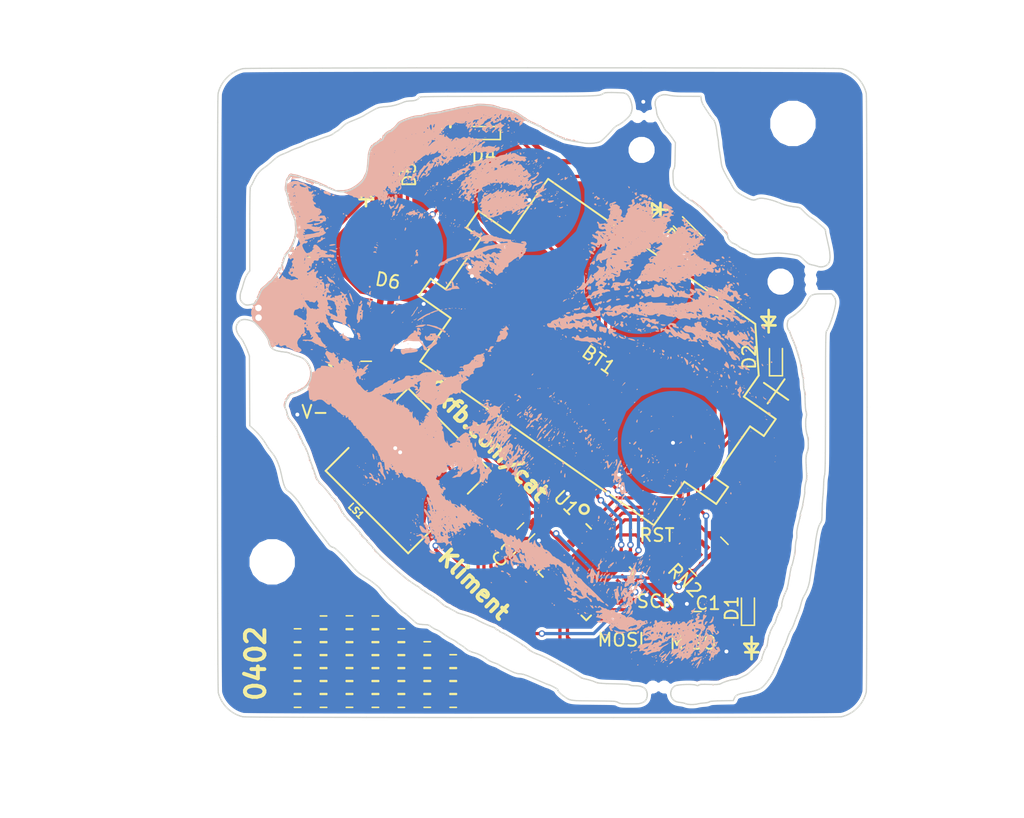
<source format=kicad_pcb>
(kicad_pcb (version 4) (host pcbnew 4.0.7-e2-6376~58~ubuntu16.04.1)
  (layers (0 F.Cu signal) (31 B.Cu signal) (34 B.Paste user) (35 F.Paste user) (36 B.SilkS user) (37 F.SilkS user) (38 B.Mask user) (39 F.Mask user) (44 Edge.Cuts user))
  (net 0 "")
  (net 1 GND)
  (net 2 "Net-(BT1-Pad1)")
  (net 3 "Net-(D1-Pad1)")
  (net 4 "Net-(D2-Pad1)")
  (net 5 "Net-(D3-Pad1)")
  (net 6 "Net-(D4-Pad1)")
  (net 7 "Net-(D5-Pad1)")
  (net 8 "Net-(D6-Pad2)")
  (net 9 "Net-(J1-Pad1)")
  (net 10 "Net-(J2-Pad1)")
  (net 11 "Net-(J3-Pad1)")
  (net 12 "Net-(J4-Pad1)")
  (net 13 "Net-(J5-Pad1)")
  (net 14 "Net-(LS1-Pad1)")
  (net 15 "Net-(MISO1-Pad1)")
  (net 16 "Net-(MOSI1-Pad1)")
  (net 17 "Net-(RESET1-Pad1)")
  (net 18 "Net-(SCK1-Pad1)")
  (net 19 "Net-(U1-Pad3)")
  (net 20 "Net-(U1-Pad6)")
  (net 21 "Net-(U1-Pad7)")
  (net 22 "Net-(U1-Pad8)")
  (net 23 "Net-(U1-Pad12)")
  (net 24 "Net-(U1-Pad14)")
  (net 25 "Net-(U1-Pad19)")
  (net 26 "Net-(U1-Pad20)")
  (net 27 "Net-(U1-Pad22)")
  (net 28 "Net-(U1-Pad28)")
  (net 29 "Net-(D6-Pad4)")
  (net 30 "Net-(D6-Pad3)")
  (net 31 "Net-(RN2-Pad8)")
  (net 32 "Net-(RN2-Pad7)")
  (net 33 "Net-(RN2-Pad6)")
  (net 34 "Net-(RN2-Pad5)")
  (net 35 "Net-(RN1-Pad2)")
  (net 36 "Net-(RN1-Pad3)")
  (net 37 "Net-(RN1-Pad1)")
  (net 38 "Net-(RN1-Pad4)")
  (module Resistors_SMD:R_0402 (layer F.Cu) (at 137.03 112.78)
    (fp_text reference REF** hide)
    (fp_text value R_0402)
    (pad 1 smd rect (at -0.45 0) (size 0.4 0.6) (layers F.Cu F.Paste F.Mask))
    (pad 2 smd rect (at 0.45 0) (size 0.4 0.6) (layers F.Cu F.Paste F.Mask))
  )
  (module Resistors_SMD:R_0402 (layer F.Cu) (at 135.03 112.79)
    (fp_text reference REF** hide)
    (fp_text value R_0402)
    (pad 1 smd rect (at -0.45 0) (size 0.4 0.6) (layers F.Cu F.Paste F.Mask))
    (pad 2 smd rect (at 0.45 0) (size 0.4 0.6) (layers F.Cu F.Paste F.Mask))
  )
  (module Resistors_SMD:R_0402 (layer F.Cu) (at 141.03 113.78)
    (fp_text reference REF** hide)
    (fp_text value R_0402)
    (pad 1 smd rect (at -0.45 0) (size 0.4 0.6) (layers F.Cu F.Paste F.Mask))
    (pad 2 smd rect (at 0.45 0) (size 0.4 0.6) (layers F.Cu F.Paste F.Mask))
  )
  (module Resistors_SMD:R_0402 (layer F.Cu) (at 139.03 113.78)
    (fp_text reference REF** hide)
    (fp_text value R_0402)
    (pad 1 smd rect (at -0.45 0) (size 0.4 0.6) (layers F.Cu F.Paste F.Mask))
    (pad 2 smd rect (at 0.45 0) (size 0.4 0.6) (layers F.Cu F.Paste F.Mask))
  )
  (module Resistors_SMD:R_0402 (layer F.Cu) (at 137.03 113.78)
    (fp_text reference REF** hide)
    (fp_text value R_0402)
    (pad 1 smd rect (at -0.45 0) (size 0.4 0.6) (layers F.Cu F.Paste F.Mask))
    (pad 2 smd rect (at 0.45 0) (size 0.4 0.6) (layers F.Cu F.Paste F.Mask))
  )
  (module Resistors_SMD:R_0402 (layer F.Cu) (at 135.03 113.78)
    (fp_text reference REF** hide)
    (fp_text value R_0402)
    (pad 1 smd rect (at -0.45 0) (size 0.4 0.6) (layers F.Cu F.Paste F.Mask))
    (pad 2 smd rect (at 0.45 0) (size 0.4 0.6) (layers F.Cu F.Paste F.Mask))
  )
  (module Resistors_SMD:R_0402 (layer F.Cu) (at 133.03 113.78)
    (fp_text reference REF** hide)
    (fp_text value R_0402)
    (pad 1 smd rect (at -0.45 0) (size 0.4 0.6) (layers F.Cu F.Paste F.Mask))
    (pad 2 smd rect (at 0.45 0) (size 0.4 0.6) (layers F.Cu F.Paste F.Mask))
  )
  (module Resistors_SMD:R_0402 (layer F.Cu) (at 139.03 112.79)
    (fp_text reference REF** hide)
    (fp_text value R_0402)
    (pad 1 smd rect (at -0.45 0) (size 0.4 0.6) (layers F.Cu F.Paste F.Mask))
    (pad 2 smd rect (at 0.45 0) (size 0.4 0.6) (layers F.Cu F.Paste F.Mask))
  )
  (module Resistors_SMD:R_0402 (layer F.Cu) (at 143.03 114.78)
    (fp_text reference REF** hide)
    (fp_text value R_0402)
    (pad 1 smd rect (at -0.45 0) (size 0.4 0.6) (layers F.Cu F.Paste F.Mask))
    (pad 2 smd rect (at 0.45 0) (size 0.4 0.6) (layers F.Cu F.Paste F.Mask))
  )
  (module Resistors_SMD:R_0402 (layer F.Cu) (at 141.03 114.78)
    (fp_text reference REF** hide)
    (fp_text value R_0402)
    (pad 1 smd rect (at -0.45 0) (size 0.4 0.6) (layers F.Cu F.Paste F.Mask))
    (pad 2 smd rect (at 0.45 0) (size 0.4 0.6) (layers F.Cu F.Paste F.Mask))
  )
  (module Resistors_SMD:R_0402 (layer F.Cu) (at 139.03 114.78)
    (fp_text reference REF** hide)
    (fp_text value R_0402)
    (pad 1 smd rect (at -0.45 0) (size 0.4 0.6) (layers F.Cu F.Paste F.Mask))
    (pad 2 smd rect (at 0.45 0) (size 0.4 0.6) (layers F.Cu F.Paste F.Mask))
  )
  (module Resistors_SMD:R_0402 (layer F.Cu) (at 137.03 114.78)
    (fp_text reference REF** hide)
    (fp_text value R_0402)
    (pad 1 smd rect (at -0.45 0) (size 0.4 0.6) (layers F.Cu F.Paste F.Mask))
    (pad 2 smd rect (at 0.45 0) (size 0.4 0.6) (layers F.Cu F.Paste F.Mask))
  )
  (module Resistors_SMD:R_0402 (layer F.Cu) (at 135.03 114.78)
    (fp_text reference REF** hide)
    (fp_text value R_0402)
    (pad 1 smd rect (at -0.45 0) (size 0.4 0.6) (layers F.Cu F.Paste F.Mask))
    (pad 2 smd rect (at 0.45 0) (size 0.4 0.6) (layers F.Cu F.Paste F.Mask))
  )
  (module Resistors_SMD:R_0402 (layer F.Cu) (at 133.03 114.78)
    (fp_text reference REF** hide)
    (fp_text value R_0402)
    (pad 1 smd rect (at -0.45 0) (size 0.4 0.6) (layers F.Cu F.Paste F.Mask))
    (pad 2 smd rect (at 0.45 0) (size 0.4 0.6) (layers F.Cu F.Paste F.Mask))
  )
  (module Resistors_SMD:R_0402 (layer F.Cu) (at 145.03 115.78)
    (fp_text reference REF** hide)
    (fp_text value R_0402)
    (pad 1 smd rect (at -0.45 0) (size 0.4 0.6) (layers F.Cu F.Paste F.Mask))
    (pad 2 smd rect (at 0.45 0) (size 0.4 0.6) (layers F.Cu F.Paste F.Mask))
  )
  (module Resistors_SMD:R_0402 (layer F.Cu) (at 143.03 115.78)
    (fp_text reference REF** hide)
    (fp_text value R_0402)
    (pad 1 smd rect (at -0.45 0) (size 0.4 0.6) (layers F.Cu F.Paste F.Mask))
    (pad 2 smd rect (at 0.45 0) (size 0.4 0.6) (layers F.Cu F.Paste F.Mask))
  )
  (module Resistors_SMD:R_0402 (layer F.Cu) (at 141.03 115.78)
    (fp_text reference REF** hide)
    (fp_text value R_0402)
    (pad 1 smd rect (at -0.45 0) (size 0.4 0.6) (layers F.Cu F.Paste F.Mask))
    (pad 2 smd rect (at 0.45 0) (size 0.4 0.6) (layers F.Cu F.Paste F.Mask))
  )
  (module Resistors_SMD:R_0402 (layer F.Cu) (at 139.03 115.78)
    (fp_text reference REF** hide)
    (fp_text value R_0402)
    (pad 1 smd rect (at -0.45 0) (size 0.4 0.6) (layers F.Cu F.Paste F.Mask))
    (pad 2 smd rect (at 0.45 0) (size 0.4 0.6) (layers F.Cu F.Paste F.Mask))
  )
  (module Resistors_SMD:R_0402 (layer F.Cu) (at 137.03 115.78)
    (fp_text reference REF** hide)
    (fp_text value R_0402)
    (pad 1 smd rect (at -0.45 0) (size 0.4 0.6) (layers F.Cu F.Paste F.Mask))
    (pad 2 smd rect (at 0.45 0) (size 0.4 0.6) (layers F.Cu F.Paste F.Mask))
  )
  (module Resistors_SMD:R_0402 (layer F.Cu) (at 135.03 115.78)
    (fp_text reference REF** hide)
    (fp_text value R_0402)
    (pad 1 smd rect (at -0.45 0) (size 0.4 0.6) (layers F.Cu F.Paste F.Mask))
    (pad 2 smd rect (at 0.45 0) (size 0.4 0.6) (layers F.Cu F.Paste F.Mask))
  )
  (module Resistors_SMD:R_0402 (layer F.Cu) (at 133.03 115.78)
    (fp_text reference REF** hide)
    (fp_text value R_0402)
    (pad 1 smd rect (at -0.45 0) (size 0.4 0.6) (layers F.Cu F.Paste F.Mask))
    (pad 2 smd rect (at 0.45 0) (size 0.4 0.6) (layers F.Cu F.Paste F.Mask))
  )
  (module Resistors_SMD:R_0402 (layer F.Cu) (at 145.03 116.78)
    (fp_text reference REF** hide)
    (fp_text value R_0402)
    (pad 1 smd rect (at -0.45 0) (size 0.4 0.6) (layers F.Cu F.Paste F.Mask))
    (pad 2 smd rect (at 0.45 0) (size 0.4 0.6) (layers F.Cu F.Paste F.Mask))
  )
  (module Resistors_SMD:R_0402 (layer F.Cu) (at 143.03 116.78)
    (fp_text reference REF** hide)
    (fp_text value R_0402)
    (pad 1 smd rect (at -0.45 0) (size 0.4 0.6) (layers F.Cu F.Paste F.Mask))
    (pad 2 smd rect (at 0.45 0) (size 0.4 0.6) (layers F.Cu F.Paste F.Mask))
  )
  (module Resistors_SMD:R_0402 (layer F.Cu) (at 141.03 116.78)
    (fp_text reference REF** hide)
    (fp_text value R_0402)
    (pad 1 smd rect (at -0.45 0) (size 0.4 0.6) (layers F.Cu F.Paste F.Mask))
    (pad 2 smd rect (at 0.45 0) (size 0.4 0.6) (layers F.Cu F.Paste F.Mask))
  )
  (module Resistors_SMD:R_0402 (layer F.Cu) (at 139.03 116.78)
    (fp_text reference REF** hide)
    (fp_text value R_0402)
    (pad 1 smd rect (at -0.45 0) (size 0.4 0.6) (layers F.Cu F.Paste F.Mask))
    (pad 2 smd rect (at 0.45 0) (size 0.4 0.6) (layers F.Cu F.Paste F.Mask))
  )
  (module Resistors_SMD:R_0402 (layer F.Cu) (at 137.03 116.78)
    (fp_text reference REF** hide)
    (fp_text value R_0402)
    (pad 1 smd rect (at -0.45 0) (size 0.4 0.6) (layers F.Cu F.Paste F.Mask))
    (pad 2 smd rect (at 0.45 0) (size 0.4 0.6) (layers F.Cu F.Paste F.Mask))
  )
  (module Resistors_SMD:R_0402 (layer F.Cu) (at 135.03 116.78)
    (fp_text reference REF** hide)
    (fp_text value R_0402)
    (pad 1 smd rect (at -0.45 0) (size 0.4 0.6) (layers F.Cu F.Paste F.Mask))
    (pad 2 smd rect (at 0.45 0) (size 0.4 0.6) (layers F.Cu F.Paste F.Mask))
  )
  (module Resistors_SMD:R_0402 (layer F.Cu) (at 133.03 116.78)
    (fp_text reference REF** hide)
    (fp_text value R_0402)
    (pad 1 smd rect (at -0.45 0) (size 0.4 0.6) (layers F.Cu F.Paste F.Mask))
    (pad 2 smd rect (at 0.45 0) (size 0.4 0.6) (layers F.Cu F.Paste F.Mask))
  )
  (module Resistors_SMD:R_0402 (layer F.Cu) (at 145.03 117.78)
    (fp_text reference REF** hide)
    (fp_text value R_0402)
    (pad 1 smd rect (at -0.45 0) (size 0.4 0.6) (layers F.Cu F.Paste F.Mask))
    (pad 2 smd rect (at 0.45 0) (size 0.4 0.6) (layers F.Cu F.Paste F.Mask))
  )
  (module Resistors_SMD:R_0402 (layer F.Cu) (at 143.03 117.78)
    (fp_text reference REF** hide)
    (fp_text value R_0402)
    (pad 1 smd rect (at -0.45 0) (size 0.4 0.6) (layers F.Cu F.Paste F.Mask))
    (pad 2 smd rect (at 0.45 0) (size 0.4 0.6) (layers F.Cu F.Paste F.Mask))
  )
  (module Resistors_SMD:R_0402 (layer F.Cu) (at 141.03 117.78)
    (fp_text reference REF** hide)
    (fp_text value R_0402)
    (pad 1 smd rect (at -0.45 0) (size 0.4 0.6) (layers F.Cu F.Paste F.Mask))
    (pad 2 smd rect (at 0.45 0) (size 0.4 0.6) (layers F.Cu F.Paste F.Mask))
  )
  (module Resistors_SMD:R_0402 (layer F.Cu) (at 139.03 117.78)
    (fp_text reference REF** hide)
    (fp_text value R_0402)
    (pad 1 smd rect (at -0.45 0) (size 0.4 0.6) (layers F.Cu F.Paste F.Mask))
    (pad 2 smd rect (at 0.45 0) (size 0.4 0.6) (layers F.Cu F.Paste F.Mask))
  )
  (module Resistors_SMD:R_0402 (layer F.Cu) (at 137.03 117.78)
    (fp_text reference REF** hide)
    (fp_text value R_0402)
    (pad 1 smd rect (at -0.45 0) (size 0.4 0.6) (layers F.Cu F.Paste F.Mask))
    (pad 2 smd rect (at 0.45 0) (size 0.4 0.6) (layers F.Cu F.Paste F.Mask))
  )
  (module Resistors_SMD:R_0402 (layer F.Cu) (at 135.03 117.78)
    (fp_text reference REF** hide)
    (fp_text value R_0402)
    (pad 1 smd rect (at -0.45 0) (size 0.4 0.6) (layers F.Cu F.Paste F.Mask))
    (pad 2 smd rect (at 0.45 0) (size 0.4 0.6) (layers F.Cu F.Paste F.Mask))
  )
  (module Resistors_SMD:R_0402 (layer F.Cu) (at 133.03 117.78)
    (fp_text reference REF** hide)
    (fp_text value R_0402)
    (pad 1 smd rect (at -0.45 0) (size 0.4 0.6) (layers F.Cu F.Paste F.Mask))
    (pad 2 smd rect (at 0.45 0) (size 0.4 0.6) (layers F.Cu F.Paste F.Mask))
  )
  (module Resistors_SMD:R_0402 (layer F.Cu) (at 145.03 118.78)
    (fp_text reference REF** hide)
    (fp_text value R_0402)
    (pad 1 smd rect (at -0.45 0) (size 0.4 0.6) (layers F.Cu F.Paste F.Mask))
    (pad 2 smd rect (at 0.45 0) (size 0.4 0.6) (layers F.Cu F.Paste F.Mask))
  )
  (module Resistors_SMD:R_0402 (layer F.Cu) (at 143.03 118.78)
    (fp_text reference REF** hide)
    (fp_text value R_0402)
    (pad 1 smd rect (at -0.45 0) (size 0.4 0.6) (layers F.Cu F.Paste F.Mask))
    (pad 2 smd rect (at 0.45 0) (size 0.4 0.6) (layers F.Cu F.Paste F.Mask))
  )
  (module Resistors_SMD:R_0402 (layer F.Cu) (at 141.03 118.78)
    (fp_text reference REF** hide)
    (fp_text value R_0402)
    (pad 1 smd rect (at -0.45 0) (size 0.4 0.6) (layers F.Cu F.Paste F.Mask))
    (pad 2 smd rect (at 0.45 0) (size 0.4 0.6) (layers F.Cu F.Paste F.Mask))
  )
  (module Resistors_SMD:R_0402 (layer F.Cu) (at 139.03 118.78)
    (fp_text reference REF** hide)
    (fp_text value R_0402)
    (pad 1 smd rect (at -0.45 0) (size 0.4 0.6) (layers F.Cu F.Paste F.Mask))
    (pad 2 smd rect (at 0.45 0) (size 0.4 0.6) (layers F.Cu F.Paste F.Mask))
  )
  (module Resistors_SMD:R_0402 (layer F.Cu) (at 137.03 118.78)
    (fp_text reference REF** hide)
    (fp_text value R_0402)
    (pad 1 smd rect (at -0.45 0) (size 0.4 0.6) (layers F.Cu F.Paste F.Mask))
    (pad 2 smd rect (at 0.45 0) (size 0.4 0.6) (layers F.Cu F.Paste F.Mask))
  )
  (module Resistors_SMD:R_0402 (layer F.Cu) (at 135.03 118.78)
    (fp_text reference REF** hide)
    (fp_text value R_0402)
    (pad 1 smd rect (at -0.45 0) (size 0.4 0.6) (layers F.Cu F.Paste F.Mask))
    (pad 2 smd rect (at 0.45 0) (size 0.4 0.6) (layers F.Cu F.Paste F.Mask))
  )
  (module LOGO (layer B.Cu) (at 150.97 95.2 90)
    (fp_text reference G*** hide)
    (fp_text value LOGO hide)
  )
  (module Measurement_Points:Measurement_Point_Round-SMD-Pad_Big (layer B.Cu) (at 147.01 104.35)
    (fp_text reference J1 hide)
    (fp_text value TEST_1P hide)
    (pad 1 smd circle (at 0 0) (size 8 8) (layers B.Cu) (net 9 "Net-(J1-Pad1)"))
  )
  (module chainhole (layer F.Cu) (at 170.28 86.48)
    (fp_text reference REF** hide)
    (fp_text value chainhole hide)
    (pad "" np_thru_hole circle (at 0 0) (size 2 2) (drill 2) (layers *.Cu *.Mask))
  )
  (module chainhole (layer F.Cu) (at 159.56 76.32)
    (fp_text reference REF** hide)
    (fp_text value chainhole hide)
    (pad "" np_thru_hole circle (at 0 0) (size 2 2) (drill 2) (layers *.Cu *.Mask))
  )
  (module stencilhole (layer F.Cu) (at 131.07 108.09)
    (fp_text reference REF** hide)
    (fp_text value stencilhole hide)
    (pad "" np_thru_hole circle (at 0 0) (size 3 3) (drill 3) (layers *.Cu *.Mask F.Paste))
  )
  (module stencilhole (layer F.Cu) (at 171.23 74.28)
    (fp_text reference REF** hide)
    (fp_text value stencilhole hide)
    (pad "" np_thru_hole circle (at 0 0) (size 3 3) (drill 3) (layers *.Cu *.Mask F.Paste))
  )
  (module mousebite (layer F.Cu) (at 161.3 117.74)
    (fp_text reference REF** hide)
    (fp_text value mousebite hide)
    (pad "" np_thru_hole circle (at 0 0) (size 0.5 0.5) (drill 0.5) (layers *.Cu))
  )
  (module mousebite (layer F.Cu) (at 160.43 117.74)
    (fp_text reference REF** hide)
    (fp_text value mousebite hide)
    (pad "" np_thru_hole circle (at 0 0) (size 0.5 0.5) (drill 0.5) (layers *.Cu))
  )
  (module mousebite (layer F.Cu) (at 172.64 87.05)
    (fp_text reference REF** hide)
    (fp_text value mousebite hide)
    (pad "" np_thru_hole circle (at 0 0) (size 0.5 0.5) (drill 0.5) (layers *.Cu))
  )
  (module mousebite (layer F.Cu) (at 172.6 86.32)
    (fp_text reference REF** hide)
    (fp_text value mousebite hide)
    (pad "" np_thru_hole circle (at 0 0) (size 0.5 0.5) (drill 0.5) (layers *.Cu))
  )
  (module mousebite (layer F.Cu) (at 172.6 85.61)
    (fp_text reference REF** hide)
    (fp_text value mousebite hide)
    (pad "" np_thru_hole circle (at 0 0) (size 0.5 0.5) (drill 0.5) (layers *.Cu))
  )
  (module mousebite (layer F.Cu) (at 160.16 73.73)
    (fp_text reference REF** hide)
    (fp_text value mousebite hide)
    (pad "" np_thru_hole circle (at 0 0) (size 0.5 0.5) (drill 0.5) (layers *.Cu))
  )
  (module mousebite (layer F.Cu) (at 159.26 73.75)
    (fp_text reference REF** hide)
    (fp_text value mousebite hide)
    (pad "" np_thru_hole circle (at 0 0) (size 0.5 0.5) (drill 0.5) (layers *.Cu))
  )
  (module mousebite (layer F.Cu) (at 130.01 88.51)
    (fp_text reference REF** hide)
    (fp_text value mousebite hide)
    (pad "" np_thru_hole circle (at 0 0) (size 0.5 0.5) (drill 0.5) (layers *.Cu))
  )
  (module mousebite (layer F.Cu) (at 130.02 89.26)
    (fp_text reference REF** hide)
    (fp_text value mousebite hide)
    (pad "" np_thru_hole circle (at 0 0) (size 0.5 0.5) (drill 0.5) (layers *.Cu))
  )
  (module Fiducials:Fiducial_1mm_Dia_2.54mm_Outer_CopperBottom (layer B.Cu) (at 174.21 117.39 90)
    (fp_text reference REF** hide)
    (fp_text value Fiducial_1mm_Dia_2.54mm_Outer_CopperBottom hide)
    (pad ~ smd circle (at 0 0 90) (size 1 1) (layers F.Cu F.Mask) (clearance 0.77))
  )
  (module Fiducials:Fiducial_1mm_Dia_2.54mm_Outer_CopperBottom (layer B.Cu) (at 135.94 72.3 90)
    (fp_text reference REF** hide)
    (fp_text value Fiducial_1mm_Dia_2.54mm_Outer_CopperBottom hide)
    (pad ~ smd circle (at 0 0 90) (size 1 1) (layers F.Cu F.Mask) (clearance 0.77))
  )
  (module catwsparts:CR2032-BS-6-1 (layer F.Cu) (at 156.14 92.32 325)
    (fp_text reference BT1 (at 0.2 0.1 325) (layer F.SilkS))
    (fp_text value Battery_Cell hide)
    (fp_text user + (at 12.8 -6 325) (layer F.SilkS) (effects (font (size 3 3))))
    (pad 2 smd rect (at -14.5 0 325) (size 3 4.2) (layers F.Cu F.Paste F.Mask) (net 1 GND))
    (pad 1 smd rect (at 14.5 0 325) (size 3 4.2) (layers F.Cu F.Paste F.Mask) (net 2 "Net-(BT1-Pad1)"))
  )
  (module Capacitors_SMD:C_0603 (layer F.Cu) (at 163.8 112.52 180)
    (fp_text reference C1 (at -0.88 1.24 180) (layer F.SilkS))
    (fp_text value C)
    (pad 2 smd rect (at 0.75 0 180) (size 0.8 0.75) (layers F.Cu F.Paste F.Mask) (net 1 GND))
    (pad 1 smd rect (at -0.75 0 180) (size 0.8 0.75) (layers F.Cu F.Paste F.Mask) (net 2 "Net-(BT1-Pad1)"))
  )
  (module Capacitors_SMD:C_0603 (layer F.Cu) (at 150.64 105.75 225)
    (fp_text reference C2 (at 2.496087 -0.091924 225) (layer F.SilkS))
    (fp_text value C)
    (pad 2 smd rect (at 0.75 0 225) (size 0.8 0.75) (layers F.Cu F.Paste F.Mask) (net 1 GND))
    (pad 1 smd rect (at -0.75 0 225) (size 0.8 0.75) (layers F.Cu F.Paste F.Mask) (net 2 "Net-(BT1-Pad1)"))
  )
  (module LEDs:LED_0603 (layer F.Cu) (at 167.76 111.68 90)
    (fp_text reference D1 (at 0 -1.25 90) (layer F.SilkS))
    (fp_text value LED)
    (pad 2 smd rect (at 0.8 0 270) (size 0.8 0.8) (layers F.Cu F.Paste F.Mask) (net 2 "Net-(BT1-Pad1)"))
    (pad 1 smd rect (at -0.8 0 270) (size 0.8 0.8) (layers F.Cu F.Paste F.Mask) (net 3 "Net-(D1-Pad1)"))
  )
  (module LEDs:LED_0603 (layer F.Cu) (at 169.92 92.44 90)
    (fp_text reference D2 (at 0.15 -2.06 90) (layer F.SilkS))
    (fp_text value LED)
    (pad 2 smd rect (at 0.8 0 270) (size 0.8 0.8) (layers F.Cu F.Paste F.Mask) (net 2 "Net-(BT1-Pad1)"))
    (pad 1 smd rect (at -0.8 0 270) (size 0.8 0.8) (layers F.Cu F.Paste F.Mask) (net 4 "Net-(D2-Pad1)"))
  )
  (module LEDs:LED_0603 (layer F.Cu) (at 162.93 82.4 135)
    (fp_text reference D3 (at 0 -1.25 135) (layer F.SilkS))
    (fp_text value LED)
    (pad 2 smd rect (at 0.8 0 315) (size 0.8 0.8) (layers F.Cu F.Paste F.Mask) (net 2 "Net-(BT1-Pad1)"))
    (pad 1 smd rect (at -0.8 0 315) (size 0.8 0.8) (layers F.Cu F.Paste F.Mask) (net 5 "Net-(D3-Pad1)"))
  )
  (module LEDs:LED_0603 (layer F.Cu) (at 147.37 75.02 180)
    (fp_text reference D4 (at -0.03 -1.74 180) (layer F.SilkS))
    (fp_text value LED)
    (pad 2 smd rect (at 0.8 0) (size 0.8 0.8) (layers F.Cu F.Paste F.Mask) (net 2 "Net-(BT1-Pad1)"))
    (pad 1 smd rect (at -0.8 0) (size 0.8 0.8) (layers F.Cu F.Paste F.Mask) (net 6 "Net-(D4-Pad1)"))
  )
  (module LEDs:LED_0603 (layer F.Cu) (at 140.39 78.23 270)
    (fp_text reference D5 (at 0 -1.25 270) (layer F.SilkS))
    (fp_text value LED)
    (pad 2 smd rect (at 0.8 0 90) (size 0.8 0.8) (layers F.Cu F.Paste F.Mask) (net 2 "Net-(BT1-Pad1)"))
    (pad 1 smd rect (at -0.8 0 90) (size 0.8 0.8) (layers F.Cu F.Paste F.Mask) (net 7 "Net-(D5-Pad1)"))
  )
  (module Measurement_Points:Measurement_Point_Round-SMD-Pad_Big (layer B.Cu) (at 161.98 98.91)
    (fp_text reference J2 hide)
    (fp_text value TEST_1P)
    (pad 1 smd circle (at 0 0) (size 8 8) (layers B.Cu) (net 10 "Net-(J2-Pad1)"))
  )
  (module Measurement_Points:Measurement_Point_Round-SMD-Pad_Big (layer B.Cu) (at 159.37 86.51)
    (fp_text reference J3 hide)
    (fp_text value TEST_1P)
    (pad 1 smd circle (at 0 0) (size 8 8) (layers B.Cu) (net 11 "Net-(J3-Pad1)"))
  )
  (module Measurement_Points:Measurement_Point_Round-SMD-Pad_Big (layer B.Cu) (at 150.9 80.18)
    (fp_text reference J4 hide)
    (fp_text value TEST_1P)
    (pad 1 smd circle (at 0 0) (size 8 8) (layers B.Cu) (net 12 "Net-(J4-Pad1)"))
  )
  (module Measurement_Points:Measurement_Point_Round-SMD-Pad_Big (layer B.Cu) (at 140.28 83.98)
    (fp_text reference J5 hide)
    (fp_text value TEST_1P)
    (pad 1 smd circle (at 0 0) (size 8 8) (layers B.Cu) (net 13 "Net-(J5-Pad1)"))
  )
  (module Measurement_Points:Measurement_Point_Round-SMD-Pad_Small (layer F.Cu) (at 133.89 86.14)
    (fp_text reference V+ (at -0.25 -1.6) (layer F.SilkS))
    (fp_text value TEST_1P)
    (pad 1 smd circle (at 0 0) (size 1.5 1.5) (layers F.Cu F.Mask) (net 2 "Net-(BT1-Pad1)"))
  )
  (module Measurement_Points:Measurement_Point_Round-SMD-Pad_Small (layer F.Cu) (at 134.8 97.81)
    (fp_text reference V- (at -0.43 -1.28) (layer F.SilkS))
    (fp_text value TEST_1P)
    (pad 1 smd circle (at 0 0) (size 1.5 1.5) (layers F.Cu F.Mask) (net 1 GND))
  )
  (module catwsparts:Murata-PKMCS (layer F.Cu) (at 141.556625 101.066625 135)
    (fp_text reference LS1 (at 0.659907 -5.0346 135) (layer F.SilkS) (effects (font (size 0.5 0.5) (thickness 0.125))))
    (fp_text value Speaker_Crystal hide)
    (pad 1 smd oval (at -4.35 0 135) (size 1.3 3.6) (layers F.Cu F.Paste F.Mask) (net 14 "Net-(LS1-Pad1)"))
    (pad 2 smd oval (at 4.45 0 135) (size 1.3 3.6) (layers F.Cu F.Paste F.Mask) (net 1 GND))
  )
  (module Measurement_Points:Measurement_Point_Round-SMD-Pad_Small (layer F.Cu) (at 163.54 116.02)
    (fp_text reference MISO (at -0.02 -1.68) (layer F.SilkS))
    (fp_text value TEST_1P)
    (pad 1 smd circle (at 0 0) (size 1.5 1.5) (layers F.Cu F.Mask) (net 15 "Net-(MISO1-Pad1)"))
  )
  (module Measurement_Points:Measurement_Point_Round-SMD-Pad_Small (layer F.Cu) (at 158.09 115.78)
    (fp_text reference MOSI (at -0.12 -1.68) (layer F.SilkS))
    (fp_text value TEST_1P)
    (pad 1 smd circle (at 0 0) (size 1.5 1.5) (layers F.Cu F.Mask) (net 16 "Net-(MOSI1-Pad1)"))
  )
  (module Measurement_Points:Measurement_Point_Round-SMD-Pad_Small (layer F.Cu) (at 160.84 107.74)
    (fp_text reference RST (at -0.1 -1.71) (layer F.SilkS))
    (fp_text value TEST_1P)
    (pad 1 smd circle (at 0 0) (size 1.5 1.5) (layers F.Cu F.Mask) (net 17 "Net-(RESET1-Pad1)"))
  )
  (module Measurement_Points:Measurement_Point_Round-SMD-Pad_Small (layer F.Cu) (at 160.45 112.67)
    (fp_text reference SCK (at 0.21 -1.54) (layer F.SilkS))
    (fp_text value TEST_1P)
    (pad 1 smd circle (at 0 0) (size 1.5 1.5) (layers F.Cu F.Mask) (net 18 "Net-(SCK1-Pad1)"))
  )
  (module Housings_DFN_QFN:QFN-32-1EP_5x5mm_Pitch0.5mm (layer F.Cu) (at 155.29 108.88 315)
    (fp_text reference U1 (at -4.879037 -2.687006 315) (layer F.SilkS))
    (fp_text value ATTINY88-MU)
    (pad 1 smd rect (at -2.4 -1.75 315) (size 0.7 0.25) (layers F.Cu F.Paste F.Mask) (net 34 "Net-(RN2-Pad5)"))
    (pad 2 smd rect (at -2.4 -1.25 315) (size 0.7 0.25) (layers F.Cu F.Paste F.Mask) (net 38 "Net-(RN1-Pad4)"))
    (pad 3 smd rect (at -2.4 -0.75 315) (size 0.7 0.25) (layers F.Cu F.Paste F.Mask) (net 19 "Net-(U1-Pad3)"))
    (pad 4 smd rect (at -2.4 -0.25 315) (size 0.7 0.25) (layers F.Cu F.Paste F.Mask) (net 2 "Net-(BT1-Pad1)"))
    (pad 5 smd rect (at -2.4 0.25 315) (size 0.7 0.25) (layers F.Cu F.Paste F.Mask) (net 1 GND))
    (pad 6 smd rect (at -2.4 0.75 315) (size 0.7 0.25) (layers F.Cu F.Paste F.Mask) (net 20 "Net-(U1-Pad6)"))
    (pad 7 smd rect (at -2.4 1.25 315) (size 0.7 0.25) (layers F.Cu F.Paste F.Mask) (net 21 "Net-(U1-Pad7)"))
    (pad 8 smd rect (at -2.4 1.75 315) (size 0.7 0.25) (layers F.Cu F.Paste F.Mask) (net 22 "Net-(U1-Pad8)"))
    (pad 9 smd rect (at -1.75 2.4 45) (size 0.7 0.25) (layers F.Cu F.Paste F.Mask) (net 36 "Net-(RN1-Pad3)"))
    (pad 10 smd rect (at -1.25 2.4 45) (size 0.7 0.25) (layers F.Cu F.Paste F.Mask) (net 35 "Net-(RN1-Pad2)"))
    (pad 11 smd rect (at -0.75 2.4 45) (size 0.7 0.25) (layers F.Cu F.Paste F.Mask) (net 37 "Net-(RN1-Pad1)"))
    (pad 12 smd rect (at -0.25 2.4 45) (size 0.7 0.25) (layers F.Cu F.Paste F.Mask) (net 23 "Net-(U1-Pad12)"))
    (pad 13 smd rect (at 0.25 2.4 45) (size 0.7 0.25) (layers F.Cu F.Paste F.Mask) (net 14 "Net-(LS1-Pad1)"))
    (pad 14 smd rect (at 0.75 2.4 45) (size 0.7 0.25) (layers F.Cu F.Paste F.Mask) (net 24 "Net-(U1-Pad14)"))
    (pad 15 smd rect (at 1.25 2.4 45) (size 0.7 0.25) (layers F.Cu F.Paste F.Mask) (net 16 "Net-(MOSI1-Pad1)"))
    (pad 16 smd rect (at 1.75 2.4 45) (size 0.7 0.25) (layers F.Cu F.Paste F.Mask) (net 15 "Net-(MISO1-Pad1)"))
    (pad 17 smd rect (at 2.4 1.75 315) (size 0.7 0.25) (layers F.Cu F.Paste F.Mask) (net 18 "Net-(SCK1-Pad1)"))
    (pad 18 smd rect (at 2.4 1.25 315) (size 0.7 0.25) (layers F.Cu F.Paste F.Mask) (net 2 "Net-(BT1-Pad1)"))
    (pad 19 smd rect (at 2.4 0.75 315) (size 0.7 0.25) (layers F.Cu F.Paste F.Mask) (net 25 "Net-(U1-Pad19)"))
    (pad 20 smd rect (at 2.4 0.25 315) (size 0.7 0.25) (layers F.Cu F.Paste F.Mask) (net 26 "Net-(U1-Pad20)"))
    (pad 21 smd rect (at 2.4 -0.25 315) (size 0.7 0.25) (layers F.Cu F.Paste F.Mask) (net 1 GND))
    (pad 22 smd rect (at 2.4 -0.75 315) (size 0.7 0.25) (layers F.Cu F.Paste F.Mask) (net 27 "Net-(U1-Pad22)"))
    (pad 23 smd rect (at 2.4 -1.25 315) (size 0.7 0.25) (layers F.Cu F.Paste F.Mask) (net 9 "Net-(J1-Pad1)"))
    (pad 24 smd rect (at 2.4 -1.75 315) (size 0.7 0.25) (layers F.Cu F.Paste F.Mask) (net 10 "Net-(J2-Pad1)"))
    (pad 25 smd rect (at 1.75 -2.4 45) (size 0.7 0.25) (layers F.Cu F.Paste F.Mask) (net 11 "Net-(J3-Pad1)"))
    (pad 26 smd rect (at 1.25 -2.4 45) (size 0.7 0.25) (layers F.Cu F.Paste F.Mask) (net 12 "Net-(J4-Pad1)"))
    (pad 27 smd rect (at 0.75 -2.4 45) (size 0.7 0.25) (layers F.Cu F.Paste F.Mask) (net 13 "Net-(J5-Pad1)"))
    (pad 28 smd rect (at 0.25 -2.4 45) (size 0.7 0.25) (layers F.Cu F.Paste F.Mask) (net 28 "Net-(U1-Pad28)"))
    (pad 29 smd rect (at -0.25 -2.4 45) (size 0.7 0.25) (layers F.Cu F.Paste F.Mask) (net 17 "Net-(RESET1-Pad1)"))
    (pad 30 smd rect (at -0.75 -2.4 45) (size 0.7 0.25) (layers F.Cu F.Paste F.Mask) (net 31 "Net-(RN2-Pad8)"))
    (pad 31 smd rect (at -1.25 -2.4 45) (size 0.7 0.25) (layers F.Cu F.Paste F.Mask) (net 32 "Net-(RN2-Pad7)"))
    (pad 32 smd rect (at -1.75 -2.4 45) (size 0.7 0.25) (layers F.Cu F.Paste F.Mask) (net 33 "Net-(RN2-Pad6)"))
    (pad 5 smd rect (at 0.8625 0.8625 315) (size 1.725 1.725) (layers F.Cu F.Paste F.Mask))
    (pad 5 smd rect (at 0.8625 -0.8625 315) (size 1.725 1.725) (layers F.Cu F.Paste F.Mask))
    (pad 5 smd rect (at -0.8625 0.8625 315) (size 1.725 1.725) (layers F.Cu F.Paste F.Mask))
    (pad 5 smd rect (at -0.8625 -0.8625 315) (size 1.725 1.725) (layers F.Cu F.Paste F.Mask))
  )
  (module catwsparts:HQ12-2353RBGC (layer F.Cu) (at 139.726961 88.496491 260)
    (fp_text reference D6 (at -2.1 0.1 350) (layer F.SilkS))
    (fp_text value LED_ARGB hide)
    (pad 1 smd rect (at 0 1.75 260) (size 1 1.5) (layers F.Cu F.Paste F.Mask) (net 2 "Net-(BT1-Pad1)"))
    (pad 2 smd rect (at 0 -1.75 260) (size 1 1.5) (layers F.Cu F.Paste F.Mask) (net 8 "Net-(D6-Pad2)"))
    (pad 4 smd rect (at -0.5 0.4 260) (size 0.8 0.5) (layers F.Cu F.Paste F.Mask) (net 29 "Net-(D6-Pad4)"))
    (pad 3 smd rect (at -0.5 -0.4 260) (size 0.8 0.5) (layers F.Cu F.Paste F.Mask) (net 30 "Net-(D6-Pad3)"))
  )
  (module Resistors_SMD:R_Array_Concave_4x0603 (layer F.Cu) (at 138.32 94.34 180)
    (fp_text reference RN1 (at 2.33 0.42 270) (layer F.SilkS))
    (fp_text value R_Pack04)
    (pad 2 smd rect (at -0.85 -0.4 180) (size 0.9 0.4) (layers F.Cu F.Paste F.Mask) (net 35 "Net-(RN1-Pad2)"))
    (pad 3 smd rect (at -0.85 0.4 180) (size 0.9 0.4) (layers F.Cu F.Paste F.Mask) (net 36 "Net-(RN1-Pad3)"))
    (pad 1 smd rect (at -0.85 -1.2 180) (size 0.9 0.4) (layers F.Cu F.Paste F.Mask) (net 37 "Net-(RN1-Pad1)"))
    (pad 4 smd rect (at -0.85 1.2 180) (size 0.9 0.4) (layers F.Cu F.Paste F.Mask) (net 38 "Net-(RN1-Pad4)"))
    (pad 8 smd rect (at 0.85 -1.2 180) (size 0.9 0.4) (layers F.Cu F.Paste F.Mask) (net 29 "Net-(D6-Pad4)"))
    (pad 7 smd rect (at 0.85 -0.4 180) (size 0.9 0.4) (layers F.Cu F.Paste F.Mask) (net 30 "Net-(D6-Pad3)"))
    (pad 6 smd rect (at 0.85 0.4 180) (size 0.9 0.4) (layers F.Cu F.Paste F.Mask) (net 8 "Net-(D6-Pad2)"))
    (pad 5 smd rect (at 0.85 1.2 180) (size 0.9 0.4) (layers F.Cu F.Paste F.Mask) (net 7 "Net-(D5-Pad1)"))
  )
  (module Resistors_SMD:R_Array_Concave_4x0603 (layer F.Cu) (at 164.73 107.68 135)
    (fp_text reference RN2 (at 0 -2.6 135) (layer F.SilkS))
    (fp_text value R_Pack04)
    (pad 2 smd rect (at -0.85 -0.4 135) (size 0.9 0.4) (layers F.Cu F.Paste F.Mask) (net 4 "Net-(D2-Pad1)"))
    (pad 3 smd rect (at -0.85 0.4 135) (size 0.9 0.4) (layers F.Cu F.Paste F.Mask) (net 5 "Net-(D3-Pad1)"))
    (pad 1 smd rect (at -0.85 -1.2 135) (size 0.9 0.4) (layers F.Cu F.Paste F.Mask) (net 3 "Net-(D1-Pad1)"))
    (pad 4 smd rect (at -0.85 1.2 135) (size 0.9 0.4) (layers F.Cu F.Paste F.Mask) (net 6 "Net-(D4-Pad1)"))
    (pad 8 smd rect (at 0.85 -1.2 135) (size 0.9 0.4) (layers F.Cu F.Paste F.Mask) (net 31 "Net-(RN2-Pad8)"))
    (pad 7 smd rect (at 0.85 -0.4 135) (size 0.9 0.4) (layers F.Cu F.Paste F.Mask) (net 32 "Net-(RN2-Pad7)"))
    (pad 6 smd rect (at 0.85 0.4 135) (size 0.9 0.4) (layers F.Cu F.Paste F.Mask) (net 33 "Net-(RN2-Pad6)"))
    (pad 5 smd rect (at 0.85 1.2 135) (size 0.9 0.4) (layers F.Cu F.Paste F.Mask) (net 34 "Net-(RN2-Pad5)"))
  )
  (module Resistors_SMD:R_0402 (layer F.Cu) (at 133.03 118.78)
    (fp_text reference REF** hide)
    (fp_text value R_0402)
    (pad 1 smd rect (at -0.45 0) (size 0.4 0.6) (layers F.Cu F.Paste F.Mask))
    (pad 2 smd rect (at 0.45 0) (size 0.4 0.6) (layers F.Cu F.Paste F.Mask))
  )
  (gr_text 0402 (at 129.79 115.93 90) (layer F.SilkS) (effects (font (size 1.5 1.5) (thickness 0.3))))
  (gr_text Kliment (at 146.62 109.8 315) (layer F.SilkS) (effects (font (size 1.2 1.2) (thickness 0.3))))
  (gr_text Øxfb.com/cat (at 147.64 98.66 315) (layer F.SilkS) (effects (font (size 1.2 1.2) (thickness 0.3))))
  (gr_circle (center 155.13 104.03) (end 155.4 104.24) (layer F.SilkS) (width 0.2))
  (gr_line (start 161.01 80.92) (end 160.35 81.49) (layer F.SilkS) (width 0.2))
  (gr_line (start 160.36 80.44) (end 160.97 80.89) (layer F.SilkS) (width 0.2))
  (gr_line (start 159.82 80.93) (end 161.55 80.93) (layer F.SilkS) (width 0.2))
  (gr_line (start 160.35 81.49) (end 160.36 80.44) (layer F.SilkS) (width 0.2))
  (gr_line (start 161.01 80.41) (end 161.01 81.41) (layer F.SilkS) (width 0.2))
  (gr_line (start 161.55 80.93) (end 161 80.92) (layer F.SilkS) (width 0.2))
  (gr_line (start 161.01 81.41) (end 161.01 80.92) (layer F.SilkS) (width 0.2))
  (gr_line (start 161 80.92) (end 161.01 80.41) (layer F.SilkS) (width 0.2))
  (gr_line (start 167.48 114.4) (end 168.53 114.41) (layer F.SilkS) (width 0.2))
  (gr_line (start 168.05 115.06) (end 167.48 114.4) (layer F.SilkS) (width 0.2))
  (gr_line (start 168.53 114.41) (end 168.08 115.02) (layer F.SilkS) (width 0.2))
  (gr_line (start 168.04 113.87) (end 168.04 115.6) (layer F.SilkS) (width 0.2))
  (gr_line (start 168.05 115.05) (end 168.56 115.06) (layer F.SilkS) (width 0.2))
  (gr_line (start 168.04 115.6) (end 168.05 115.05) (layer F.SilkS) (width 0.2))
  (gr_line (start 168.56 115.06) (end 167.56 115.06) (layer F.SilkS) (width 0.2))
  (gr_line (start 167.56 115.06) (end 168.05 115.06) (layer F.SilkS) (width 0.2))
  (gr_line (start 168.8 89.19) (end 169.85 89.2) (layer F.SilkS) (width 0.2))
  (gr_line (start 169.36 88.66) (end 169.36 90.39) (layer F.SilkS) (width 0.2))
  (gr_line (start 169.85 89.2) (end 169.4 89.81) (layer F.SilkS) (width 0.2))
  (gr_line (start 169.37 89.85) (end 168.8 89.19) (layer F.SilkS) (width 0.2))
  (gr_line (start 169.36 90.39) (end 169.37 89.84) (layer F.SilkS) (width 0.2))
  (gr_line (start 169.37 89.84) (end 169.88 89.85) (layer F.SilkS) (width 0.2))
  (gr_line (start 168.88 89.85) (end 169.37 89.85) (layer F.SilkS) (width 0.2))
  (gr_line (start 169.88 89.85) (end 168.88 89.85) (layer F.SilkS) (width 0.2))
  (gr_line (start 137.81 80.12) (end 138.26 79.51) (layer F.SilkS) (width 0.2))
  (gr_line (start 138.86 80.13) (end 137.81 80.12) (layer F.SilkS) (width 0.2))
  (gr_line (start 137.78 79.47) (end 138.78 79.47) (layer F.SilkS) (width 0.2))
  (gr_line (start 138.29 79.48) (end 137.78 79.47) (layer F.SilkS) (width 0.2))
  (gr_line (start 138.3 78.93) (end 138.29 79.48) (layer F.SilkS) (width 0.2))
  (gr_line (start 138.3 80.66) (end 138.3 78.93) (layer F.SilkS) (width 0.2))
  (gr_line (start 138.29 79.47) (end 138.86 80.13) (layer F.SilkS) (width 0.2))
  (gr_line (start 138.78 79.47) (end 138.29 79.47) (layer F.SilkS) (width 0.2))
  (gr_line (start 144.16 73.59) (end 144.77 74.04) (layer F.SilkS) (width 0.2))
  (gr_line (start 144.15 74.64) (end 144.16 73.59) (layer F.SilkS) (width 0.2))
  (gr_line (start 144.81 73.56) (end 144.81 74.56) (layer F.SilkS) (width 0.2))
  (gr_line (start 144.8 74.07) (end 144.81 73.56) (layer F.SilkS) (width 0.2))
  (gr_line (start 145.35 74.08) (end 144.8 74.07) (layer F.SilkS) (width 0.2))
  (gr_line (start 143.62 74.08) (end 145.35 74.08) (layer F.SilkS) (width 0.2))
  (gr_line (start 144.81 74.07) (end 144.15 74.64) (layer F.SilkS) (width 0.2))
  (gr_line (start 144.81 74.56) (end 144.81 74.07) (layer F.SilkS) (width 0.2))
  (gr_line (start 152.253 117.5184) (end 152.3165 117.5419) (layer Edge.Cuts) (width 0.1))
  (gr_line (start 151.253 117.0829) (end 152.253 117.5184) (layer Edge.Cuts) (width 0.1))
  (gr_line (start 150.7754 116.8797) (end 151.253 117.0829) (layer Edge.Cuts) (width 0.1))
  (gr_line (start 150.6221 116.8221) (end 150.7754 116.8797) (layer Edge.Cuts) (width 0.1))
  (gr_line (start 150.4649 116.7723) (end 150.6221 116.8221) (layer Edge.Cuts) (width 0.1))
  (gr_line (start 141.6338 109.5379) (end 141.3057 109.2811) (layer Edge.Cuts) (width 0.1))
  (gr_line (start 141.8272 109.6795) (end 141.6338 109.5379) (layer Edge.Cuts) (width 0.1))
  (gr_line (start 142.0059 109.8006) (end 141.8272 109.6795) (layer Edge.Cuts) (width 0.1))
  (gr_line (start 142.1329 109.8807) (end 142.0059 109.8006) (layer Edge.Cuts) (width 0.1))
  (gr_line (start 142.2149 109.9295) (end 142.1329 109.8807) (layer Edge.Cuts) (width 0.1))
  (gr_line (start 142.3145 109.9852) (end 142.2149 109.9295) (layer Edge.Cuts) (width 0.1))
  (gr_line (start 171.837 111.3915) (end 171.8721 111.2469) (layer Edge.Cuts) (width 0.1))
  (gr_line (start 171.5254 105.8446) (end 171.5264 105.9383) (layer Edge.Cuts) (width 0.1))
  (gr_line (start 171.5284 105.7919) (end 171.5254 105.8446) (layer Edge.Cuts) (width 0.1))
  (gr_line (start 127.45708 119.2108) (end 127.39848 119.1415) (layer Edge.Cuts) (width 0.1))
  (gr_line (start 161.878 75.3378) (end 162.167 75.7577) (layer Edge.Cuts) (width 0.1))
  (gr_line (start 161.7354 75.1522) (end 161.878 75.3378) (layer Edge.Cuts) (width 0.1))
  (gr_line (start 161.628 75.0282) (end 161.7354 75.1522) (layer Edge.Cuts) (width 0.1))
  (gr_line (start 164.8985 118.8465) (end 165.0479 118.829) (layer Edge.Cuts) (width 0.1))
  (gr_line (start 147.7833 72.9188) (end 147.9151 72.9393) (layer Edge.Cuts) (width 0.1))
  (gr_line (start 147.6495 72.9012) (end 147.7833 72.9188) (layer Edge.Cuts) (width 0.1))
  (gr_line (start 147.4532 72.8797) (end 147.6495 72.9012) (layer Edge.Cuts) (width 0.1))
  (gr_line (start 147.3282 72.869) (end 147.4532 72.8797) (layer Edge.Cuts) (width 0.1))
  (gr_line (start 147.1543 72.8602) (end 147.3282 72.869) (layer Edge.Cuts) (width 0.1))
  (gr_line (start 147.0059 72.8592) (end 147.1543 72.8602) (layer Edge.Cuts) (width 0.1))
  (gr_line (start 146.9239 72.8641) (end 147.0059 72.8592) (layer Edge.Cuts) (width 0.1))
  (gr_line (start 146.8584 72.8729) (end 146.9239 72.8641) (layer Edge.Cuts) (width 0.1))
  (gr_line (start 146.8331 72.8797) (end 146.8584 72.8729) (layer Edge.Cuts) (width 0.1))
  (gr_line (start 146.8125 72.8876) (end 146.8331 72.8797) (layer Edge.Cuts) (width 0.1))
  (gr_line (start 146.7334 72.911) (end 146.8125 72.8876) (layer Edge.Cuts) (width 0.1))
  (gr_line (start 146.545 72.9501) (end 146.7334 72.911) (layer Edge.Cuts) (width 0.1))
  (gr_line (start 145.7032 73.077) (end 146.545 72.9501) (layer Edge.Cuts) (width 0.1))
  (gr_line (start 127.98345 70.412) (end 128.06157 70.3612) (layer Edge.Cuts) (width 0.1))
  (gr_line (start 153.0909 117.9364) (end 153.0977 117.9774) (layer Edge.Cuts) (width 0.1))
  (gr_line (start 153.0752 117.9178) (end 153.0909 117.9364) (layer Edge.Cuts) (width 0.1))
  (gr_line (start 153.0469 117.8934) (end 153.0752 117.9178) (layer Edge.Cuts) (width 0.1))
  (gr_line (start 152.9834 117.8495) (end 153.0469 117.8934) (layer Edge.Cuts) (width 0.1))
  (gr_line (start 152.8057 117.746) (end 152.9834 117.8495) (layer Edge.Cuts) (width 0.1))
  (gr_line (start 132.4307 91.9999) (end 132.3575 91.9754) (layer Edge.Cuts) (width 0.1))
  (gr_line (start 132.6221 92.0829) (end 132.4307 91.9999) (layer Edge.Cuts) (width 0.1))
  (gr_line (start 132.8262 92.16) (end 132.6221 92.0829) (layer Edge.Cuts) (width 0.1))
  (gr_line (start 133.0557 92.2323) (end 132.8262 92.16) (layer Edge.Cuts) (width 0.1))
  (gr_line (start 133.1993 92.2811) (end 133.0557 92.2323) (layer Edge.Cuts) (width 0.1))
  (gr_line (start 133.3272 92.3338) (end 133.1993 92.2811) (layer Edge.Cuts) (width 0.1))
  (gr_line (start 133.4141 92.3778) (end 133.3272 92.3338) (layer Edge.Cuts) (width 0.1))
  (gr_line (start 130.88481 91.3211) (end 130.87602 91.2831) (layer Edge.Cuts) (width 0.1))
  (gr_line (start 130.90727 91.3934) (end 130.88481 91.3211) (layer Edge.Cuts) (width 0.1))
  (gr_line (start 130.92095 91.4276) (end 130.90727 91.3934) (layer Edge.Cuts) (width 0.1))
  (gr_line (start 130.93657 91.4598) (end 130.92095 91.4276) (layer Edge.Cuts) (width 0.1))
  (gr_line (start 130.95415 91.4911) (end 130.93657 91.4598) (layer Edge.Cuts) (width 0.1))
  (gr_line (start 130.99419 91.5497) (end 130.95415 91.4911) (layer Edge.Cuts) (width 0.1))
  (gr_line (start 131.01762 91.577) (end 130.99419 91.5497) (layer Edge.Cuts) (width 0.1))
  (gr_line (start 170.3624 111.4266) (end 170.3653 111.4393) (layer Edge.Cuts) (width 0.1))
  (gr_line (start 170.3614 111.3954) (end 170.3624 111.4266) (layer Edge.Cuts) (width 0.1))
  (gr_line (start 171.294 112.911) (end 171.3428 112.7782) (layer Edge.Cuts) (width 0.1))
  (gr_line (start 172.753 120.0653) (end 170.3301 120.076) (layer Edge.Cuts) (width 0.1))
  (gr_line (start 134.0782 93.5008) (end 134.0645 93.3739) (layer Edge.Cuts) (width 0.1))
  (gr_line (start 134.0811 93.5643) (end 134.0782 93.5008) (layer Edge.Cuts) (width 0.1))
  (gr_line (start 134.0791 93.6913) (end 134.0811 93.5643) (layer Edge.Cuts) (width 0.1))
  (gr_line (start 134.0733 93.7547) (end 134.0791 93.6913) (layer Edge.Cuts) (width 0.1))
  (gr_line (start 134.0557 93.8797) (end 134.0733 93.7547) (layer Edge.Cuts) (width 0.1))
  (gr_line (start 134.0264 94.0028) (end 134.0557 93.8797) (layer Edge.Cuts) (width 0.1))
  (gr_line (start 133.9874 94.1219) (end 134.0264 94.0028) (layer Edge.Cuts) (width 0.1))
  (gr_line (start 167.7139 84.1053) (end 167.8213 84.1678) (layer Edge.Cuts) (width 0.1))
  (gr_line (start 167.5977 84.0477) (end 167.7139 84.1053) (layer Edge.Cuts) (width 0.1))
  (gr_line (start 167.5157 84.0126) (end 167.5977 84.0477) (layer Edge.Cuts) (width 0.1))
  (gr_line (start 174.4395 87.7088) (end 174.4112 87.6649) (layer Edge.Cuts) (width 0.1))
  (gr_line (start 170.8028 89.9676) (end 170.8243 90.0672) (layer Edge.Cuts) (width 0.1))
  (gr_line (start 169.5606 116.8739) (end 169.6602 116.6961) (layer Edge.Cuts) (width 0.1))
  (gr_line (start 175.4776 70.2274) (end 175.5606 70.2694) (layer Edge.Cuts) (width 0.1))
  (gr_line (start 132.918 82.5204) (end 132.919 82.452) (layer Edge.Cuts) (width 0.1))
  (gr_line (start 132.9122 82.6561) (end 132.918 82.5204) (layer Edge.Cuts) (width 0.1))
  (gr_line (start 132.8995 82.7928) (end 132.9122 82.6561) (layer Edge.Cuts) (width 0.1))
  (gr_line (start 132.8907 82.8602) (end 132.8995 82.7928) (layer Edge.Cuts) (width 0.1))
  (gr_line (start 132.8682 82.995) (end 132.8907 82.8602) (layer Edge.Cuts) (width 0.1))
  (gr_line (start 132.8389 83.1288) (end 132.8682 82.995) (layer Edge.Cuts) (width 0.1))
  (gr_line (start 132.7833 83.3251) (end 132.8389 83.1288) (layer Edge.Cuts) (width 0.1))
  (gr_line (start 132.7383 83.454) (end 132.7833 83.3251) (layer Edge.Cuts) (width 0.1))
  (gr_line (start 132.6875 83.5799) (end 132.7383 83.454) (layer Edge.Cuts) (width 0.1))
  (gr_line (start 132.6592 83.6424) (end 132.6875 83.5799) (layer Edge.Cuts) (width 0.1))
  (gr_line (start 132.5997 83.7645) (end 132.6592 83.6424) (layer Edge.Cuts) (width 0.1))
  (gr_line (start 169.7178 116.5721) (end 169.8116 116.3358) (layer Edge.Cuts) (width 0.1))
  (gr_line (start 165.4043 118.8104) (end 165.7452 118.8026) (layer Edge.Cuts) (width 0.1))
  (gr_line (start 135.9063 74.9794) (end 135.7627 75.0868) (layer Edge.Cuts) (width 0.1))
  (gr_line (start 136.1416 74.8368) (end 135.9063 74.9794) (layer Edge.Cuts) (width 0.1))
  (gr_line (start 136.2012 74.7938) (end 136.1416 74.8368) (layer Edge.Cuts) (width 0.1))
  (gr_line (start 136.3467 74.6756) (end 136.2012 74.7938) (layer Edge.Cuts) (width 0.1))
  (gr_line (start 136.4112 74.617) (end 136.3467 74.6756) (layer Edge.Cuts) (width 0.1))
  (gr_line (start 136.4747 74.5545) (end 136.4112 74.617) (layer Edge.Cuts) (width 0.1))
  (gr_line (start 136.6202 74.4188) (end 136.4747 74.5545) (layer Edge.Cuts) (width 0.1))
  (gr_line (start 136.6885 74.3641) (end 136.6202 74.4188) (layer Edge.Cuts) (width 0.1))
  (gr_line (start 136.7588 74.3143) (end 136.6885 74.3641) (layer Edge.Cuts) (width 0.1))
  (gr_line (start 136.8633 74.2518) (end 136.7588 74.3143) (layer Edge.Cuts) (width 0.1))
  (gr_line (start 136.9551 74.2049) (end 136.8633 74.2518) (layer Edge.Cuts) (width 0.1))
  (gr_line (start 137.1915 74.1004) (end 136.9551 74.2049) (layer Edge.Cuts) (width 0.1))
  (gr_line (start 137.5499 73.9559) (end 137.1915 74.1004) (layer Edge.Cuts) (width 0.1))
  (gr_line (start 137.7803 73.8573) (end 137.5499 73.9559) (layer Edge.Cuts) (width 0.1))
  (gr_line (start 171.7481 92.5428) (end 171.7764 92.6561) (layer Edge.Cuts) (width 0.1))
  (gr_line (start 176.8135 71.7157) (end 176.8418 71.8045) (layer Edge.Cuts) (width 0.1))
  (gr_line (start 127.39848 119.1415) (end 127.34184 119.0692) (layer Edge.Cuts) (width 0.1))
  (gr_line (start 163.9747 119.0204) (end 164.1329 118.995) (layer Edge.Cuts) (width 0.1))
  (gr_line (start 169.4405 113.6376) (end 169.4307 113.6717) (layer Edge.Cuts) (width 0.1))
  (gr_line (start 169.4424 113.6024) (end 169.4405 113.6376) (layer Edge.Cuts) (width 0.1))
  (gr_line (start 168.1358 84.3338) (end 168.2295 84.3563) (layer Edge.Cuts) (width 0.1))
  (gr_line (start 168.0782 84.3143) (end 168.1358 84.3338) (layer Edge.Cuts) (width 0.1))
  (gr_line (start 168.0225 84.2909) (end 168.0782 84.3143) (layer Edge.Cuts) (width 0.1))
  (gr_line (start 169.8116 116.3358) (end 169.8731 116.1932) (layer Edge.Cuts) (width 0.1))
  (gr_line (start 176.9239 76.6063) (end 176.9327 79.7176) (layer Edge.Cuts) (width 0.1))
  (gr_line (start 156.1065 117.3973) (end 156.002 117.3612) (layer Edge.Cuts) (width 0.1))
  (gr_line (start 156.1963 117.4198) (end 156.1065 117.3973) (layer Edge.Cuts) (width 0.1))
  (gr_line (start 156.3028 117.4383) (end 156.1963 117.4198) (layer Edge.Cuts) (width 0.1))
  (gr_line (start 156.4766 117.4579) (end 156.3028 117.4383) (layer Edge.Cuts) (width 0.1))
  (gr_line (start 156.836 117.4794) (end 156.4766 117.4579) (layer Edge.Cuts) (width 0.1))
  (gr_line (start 161.0381 72.12) (end 160.9678 72.1522) (layer Edge.Cuts) (width 0.1))
  (gr_line (start 161.0762 72.1063) (end 161.0381 72.12) (layer Edge.Cuts) (width 0.1))
  (gr_line (start 161.1319 72.0897) (end 161.0762 72.1063) (layer Edge.Cuts) (width 0.1))
  (gr_line (start 161.2276 72.0692) (end 161.1319 72.0897) (layer Edge.Cuts) (width 0.1))
  (gr_line (start 171.6075 105.3094) (end 171.5811 105.4315) (layer Edge.Cuts) (width 0.1))
  (gr_line (start 171.75 104.7391) (end 171.6075 105.3094) (layer Edge.Cuts) (width 0.1))
  (gr_line (start 176.3555 119.1766) (end 176.294 119.2479) (layer Edge.Cuts) (width 0.1))
  (gr_line (start 171.6465 88.8163) (end 171.4053 89.0126) (layer Edge.Cuts) (width 0.1))
  (gr_line (start 176.9014 72.5946) (end 176.9131 74.1835) (layer Edge.Cuts) (width 0.1))
  (gr_line (start 162.1309 118.8221) (end 162.2168 118.8631) (layer Edge.Cuts) (width 0.1))
  (gr_line (start 176.9327 110.37) (end 176.919 114.7879) (layer Edge.Cuts) (width 0.1))
  (gr_line (start 158.2764 71.954) (end 158.2295 71.9403) (layer Edge.Cuts) (width 0.1))
  (gr_line (start 158.3213 71.9725) (end 158.2764 71.954) (layer Edge.Cuts) (width 0.1))
  (gr_line (start 158.3643 71.995) (end 158.3213 71.9725) (layer Edge.Cuts) (width 0.1))
  (gr_line (start 158.4249 72.036) (end 158.3643 71.995) (layer Edge.Cuts) (width 0.1))
  (gr_line (start 158.4825 72.0878) (end 158.4249 72.036) (layer Edge.Cuts) (width 0.1))
  (gr_line (start 158.5352 72.1502) (end 158.4825 72.0878) (layer Edge.Cuts) (width 0.1))
  (gr_line (start 158.585 72.2235) (end 158.5352 72.1502) (layer Edge.Cuts) (width 0.1))
  (gr_line (start 158.6163 72.2782) (end 158.585 72.2235) (layer Edge.Cuts) (width 0.1))
  (gr_line (start 158.6749 72.4032) (end 158.6163 72.2782) (layer Edge.Cuts) (width 0.1))
  (gr_line (start 158.7149 72.5096) (end 158.6749 72.4032) (layer Edge.Cuts) (width 0.1))
  (gr_line (start 158.7637 72.6669) (end 158.7149 72.5096) (layer Edge.Cuts) (width 0.1))
  (gr_line (start 158.7999 72.8143) (end 158.7637 72.6669) (layer Edge.Cuts) (width 0.1))
  (gr_line (start 158.8116 72.8836) (end 158.7999 72.8143) (layer Edge.Cuts) (width 0.1))
  (gr_line (start 158.8243 72.9842) (end 158.8116 72.8836) (layer Edge.Cuts) (width 0.1))
  (gr_line (start 145.4024 114.3622) (end 145.5879 114.4803) (layer Edge.Cuts) (width 0.1))
  (gr_line (start 145.3194 114.2967) (end 145.4024 114.3622) (layer Edge.Cuts) (width 0.1))
  (gr_line (start 145.2872 114.2635) (end 145.3194 114.2967) (layer Edge.Cuts) (width 0.1))
  (gr_line (start 145.2061 114.2049) (end 145.2872 114.2635) (layer Edge.Cuts) (width 0.1))
  (gr_line (start 171.418 112.5643) (end 171.5586 112.201) (layer Edge.Cuts) (width 0.1))
  (gr_line (start 176.9014 117.493) (end 176.8946 117.9305) (layer Edge.Cuts) (width 0.1))
  (gr_line (start 171.2862 107.8456) (end 171.2139 108.1581) (layer Edge.Cuts) (width 0.1))
  (gr_line (start 171.3409 107.5575) (end 171.2862 107.8456) (layer Edge.Cuts) (width 0.1))
  (gr_line (start 172.5118 81.4794) (end 172.4063 81.3924) (layer Edge.Cuts) (width 0.1))
  (gr_line (start 172.5987 81.5428) (end 172.5118 81.4794) (layer Edge.Cuts) (width 0.1))
  (gr_line (start 172.6622 81.579) (end 172.5987 81.5428) (layer Edge.Cuts) (width 0.1))
  (gr_line (start 172.418 87.827) (end 172.2471 88.1463) (layer Edge.Cuts) (width 0.1))
  (gr_line (start 176.8663 71.8934) (end 176.8868 71.9842) (layer Edge.Cuts) (width 0.1))
  (gr_line (start 167.626 79.996) (end 167.3702 79.8602) (layer Edge.Cuts) (width 0.1))
  (gr_line (start 167.751 80.0565) (end 167.626 79.996) (layer Edge.Cuts) (width 0.1))
  (gr_line (start 167.8624 80.1053) (end 167.751 80.0565) (layer Edge.Cuts) (width 0.1))
  (gr_line (start 151.2793 115.1014) (end 151.1524 115.0379) (layer Edge.Cuts) (width 0.1))
  (gr_line (start 151.3643 115.1385) (end 151.2793 115.1014) (layer Edge.Cuts) (width 0.1))
  (gr_line (start 151.8399 115.3241) (end 151.3643 115.1385) (layer Edge.Cuts) (width 0.1))
  (gr_line (start 152.1797 115.4803) (end 151.8399 115.3241) (layer Edge.Cuts) (width 0.1))
  (gr_line (start 152.9219 115.8768) (end 152.1797 115.4803) (layer Edge.Cuts) (width 0.1))
  (gr_line (start 165.7725 117.4266) (end 165.6622 117.4833) (layer Edge.Cuts) (width 0.1))
  (gr_line (start 165.9317 117.3612) (end 165.7725 117.4266) (layer Edge.Cuts) (width 0.1))
  (gr_line (start 160.8301 73.7967) (end 160.8711 73.8749) (layer Edge.Cuts) (width 0.1))
  (gr_line (start 160.7891 73.703) (end 160.8301 73.7967) (layer Edge.Cuts) (width 0.1))
  (gr_line (start 160.7754 73.6659) (end 160.7891 73.703) (layer Edge.Cuts) (width 0.1))
  (gr_line (start 145.8106 112.1512) (end 145.4991 112.0653) (layer Edge.Cuts) (width 0.1))
  (gr_line (start 146.2295 112.2879) (end 145.8106 112.1512) (layer Edge.Cuts) (width 0.1))
  (gr_line (start 146.3682 112.3378) (end 146.2295 112.2879) (layer Edge.Cuts) (width 0.1))
  (gr_line (start 146.6739 112.4588) (end 146.3682 112.3378) (layer Edge.Cuts) (width 0.1))
  (gr_line (start 146.7666 112.5038) (end 146.6739 112.4588) (layer Edge.Cuts) (width 0.1))
  (gr_line (start 146.8946 112.5829) (end 146.7666 112.5038) (layer Edge.Cuts) (width 0.1))
  (gr_line (start 132.9678 95.0057) (end 133.1641 94.9149) (layer Edge.Cuts) (width 0.1))
  (gr_line (start 132.8565 95.0516) (end 132.9678 95.0057) (layer Edge.Cuts) (width 0.1))
  (gr_line (start 132.754 95.0887) (end 132.8565 95.0516) (layer Edge.Cuts) (width 0.1))
  (gr_line (start 132.6495 95.119) (end 132.754 95.0887) (layer Edge.Cuts) (width 0.1))
  (gr_line (start 132.586 95.1405) (end 132.6495 95.119) (layer Edge.Cuts) (width 0.1))
  (gr_line (start 132.5118 95.1766) (end 132.586 95.1405) (layer Edge.Cuts) (width 0.1))
  (gr_line (start 132.459 95.2108) (end 132.5118 95.1766) (layer Edge.Cuts) (width 0.1))
  (gr_line (start 168.5372 115.994) (end 168.2452 116.2889) (layer Edge.Cuts) (width 0.1))
  (gr_line (start 168.6524 115.8661) (end 168.5372 115.994) (layer Edge.Cuts) (width 0.1))
  (gr_line (start 156.4395 72.0624) (end 156.3946 72.076) (layer Edge.Cuts) (width 0.1))
  (gr_line (start 156.4776 72.0477) (end 156.4395 72.0624) (layer Edge.Cuts) (width 0.1))
  (gr_line (start 156.5118 72.0321) (end 156.4776 72.0477) (layer Edge.Cuts) (width 0.1))
  (gr_line (start 156.5723 71.9969) (end 156.5118 72.0321) (layer Edge.Cuts) (width 0.1))
  (gr_line (start 156.6124 71.9696) (end 156.5723 71.9969) (layer Edge.Cuts) (width 0.1))
  (gr_line (start 156.6465 71.9501) (end 156.6124 71.9696) (layer Edge.Cuts) (width 0.1))
  (gr_line (start 156.6973 71.9295) (end 156.6465 71.9501) (layer Edge.Cuts) (width 0.1))
  (gr_line (start 156.7598 71.9139) (end 156.6973 71.9295) (layer Edge.Cuts) (width 0.1))
  (gr_line (start 156.8379 71.9032) (end 156.7598 71.9139) (layer Edge.Cuts) (width 0.1))
  (gr_line (start 156.9112 71.8983) (end 156.8379 71.9032) (layer Edge.Cuts) (width 0.1))
  (gr_line (start 157.2295 71.8944) (end 156.9112 71.8983) (layer Edge.Cuts) (width 0.1))
  (gr_line (start 157.711 71.9042) (end 157.2295 71.8944) (layer Edge.Cuts) (width 0.1))
  (gr_line (start 158.1475 71.9266) (end 157.711 71.9042) (layer Edge.Cuts) (width 0.1))
  (gr_line (start 158.2295 71.9403) (end 158.1475 71.9266) (layer Edge.Cuts) (width 0.1))
  (gr_line (start 173.9815 89.995) (end 174.0508 89.8299) (layer Edge.Cuts) (width 0.1))
  (gr_line (start 147.8018 115.702) (end 147.919 115.7635) (layer Edge.Cuts) (width 0.1))
  (gr_line (start 147.7159 115.6493) (end 147.8018 115.702) (layer Edge.Cuts) (width 0.1))
  (gr_line (start 147.5547 115.5331) (end 147.7159 115.6493) (layer Edge.Cuts) (width 0.1))
  (gr_line (start 147.4258 115.4481) (end 147.5547 115.5331) (layer Edge.Cuts) (width 0.1))
  (gr_line (start 147.295 115.37) (end 147.4258 115.4481) (layer Edge.Cuts) (width 0.1))
  (gr_line (start 173.6172 82.3544) (end 173.5362 82.2772) (layer Edge.Cuts) (width 0.1))
  (gr_line (start 173.6592 82.4012) (end 173.6172 82.3544) (layer Edge.Cuts) (width 0.1))
  (gr_line (start 173.7061 82.4647) (end 173.6592 82.4012) (layer Edge.Cuts) (width 0.1))
  (gr_line (start 131.9151 101.9364) (end 131.9747 102.1356) (layer Edge.Cuts) (width 0.1))
  (gr_line (start 131.8848 101.8202) (end 131.9151 101.9364) (layer Edge.Cuts) (width 0.1))
  (gr_line (start 131.7403 101.1786) (end 131.8848 101.8202) (layer Edge.Cuts) (width 0.1))
  (gr_line (start 131.6875 100.9735) (end 131.7403 101.1786) (layer Edge.Cuts) (width 0.1))
  (gr_line (start 138.3731 106.4491) (end 138.3028 106.3661) (layer Edge.Cuts) (width 0.1))
  (gr_line (start 138.3907 106.4823) (end 138.3731 106.4491) (layer Edge.Cuts) (width 0.1))
  (gr_line (start 138.3965 106.5135) (end 138.3907 106.4823) (layer Edge.Cuts) (width 0.1))
  (gr_line (start 138.4092 106.535) (end 138.3965 106.5135) (layer Edge.Cuts) (width 0.1))
  (gr_line (start 138.4375 106.5614) (end 138.4092 106.535) (layer Edge.Cuts) (width 0.1))
  (gr_line (start 138.4766 106.5819) (end 138.4375 106.5614) (layer Edge.Cuts) (width 0.1))
  (gr_line (start 163.2022 119.0819) (end 163.3379 119.0907) (layer Edge.Cuts) (width 0.1))
  (gr_line (start 167.4063 83.9754) (end 167.5157 84.0126) (layer Edge.Cuts) (width 0.1))
  (gr_line (start 167.3262 83.9403) (end 167.4063 83.9754) (layer Edge.Cuts) (width 0.1))
  (gr_line (start 167.2002 83.8719) (end 167.3262 83.9403) (layer Edge.Cuts) (width 0.1))
  (gr_line (start 173.4239 85.3446) (end 173.4903 85.3387) (layer Edge.Cuts) (width 0.1))
  (gr_line (start 173.3575 85.3446) (end 173.4239 85.3446) (layer Edge.Cuts) (width 0.1))
  (gr_line (start 173.2911 85.3387) (end 173.3575 85.3446) (layer Edge.Cuts) (width 0.1))
  (gr_line (start 164.6436 118.9383) (end 164.7237 118.9149) (layer Edge.Cuts) (width 0.1))
  (gr_line (start 167.9942 118.0995) (end 168.1778 118.0575) (layer Edge.Cuts) (width 0.1))
  (gr_line (start 131.9707 84.8378) (end 131.9971 84.7313) (layer Edge.Cuts) (width 0.1))
  (gr_line (start 131.9405 84.9393) (end 131.9707 84.8378) (layer Edge.Cuts) (width 0.1))
  (gr_line (start 131.8545 85.1717) (end 131.9405 84.9393) (layer Edge.Cuts) (width 0.1))
  (gr_line (start 131.7637 85.367) (end 131.8545 85.1717) (layer Edge.Cuts) (width 0.1))
  (gr_line (start 131.7159 85.4559) (end 131.7637 85.367) (layer Edge.Cuts) (width 0.1))
  (gr_line (start 131.43462 85.9042) (end 131.7159 85.4559) (layer Edge.Cuts) (width 0.1))
  (gr_line (start 131.34966 86.034) (end 131.43462 85.9042) (layer Edge.Cuts) (width 0.1))
  (gr_line (start 131.2647 86.1561) (end 131.34966 86.034) (layer Edge.Cuts) (width 0.1))
  (gr_line (start 131.1602 86.2928) (end 131.2647 86.1561) (layer Edge.Cuts) (width 0.1))
  (gr_line (start 131.10161 86.3631) (end 131.1602 86.2928) (layer Edge.Cuts) (width 0.1))
  (gr_line (start 172.2471 88.1463) (end 172.1749 88.2635) (layer Edge.Cuts) (width 0.1))
  (gr_line (start 176.1641 119.3827) (end 176.0957 119.4461) (layer Edge.Cuts) (width 0.1))
  (gr_line (start 133.0635 103.4169) (end 133.1329 103.5106) (layer Edge.Cuts) (width 0.1))
  (gr_line (start 132.9922 103.3251) (end 133.0635 103.4169) (layer Edge.Cuts) (width 0.1))
  (gr_line (start 132.8829 103.1903) (end 132.9922 103.3251) (layer Edge.Cuts) (width 0.1))
  (gr_line (start 132.7725 103.0633) (end 132.8829 103.1903) (layer Edge.Cuts) (width 0.1))
  (gr_line (start 166.8858 118.3836) (end 166.9571 118.3426) (layer Edge.Cuts) (width 0.1))
  (gr_line (start 130.75786 99.2733) (end 130.87602 99.4413) (layer Edge.Cuts) (width 0.1))
  (gr_line (start 130.69731 99.1805) (end 130.75786 99.2733) (layer Edge.Cuts) (width 0.1))
  (gr_line (start 130.52055 98.8954) (end 130.69731 99.1805) (layer Edge.Cuts) (width 0.1))
  (gr_line (start 130.4229 98.7479) (end 130.52055 98.8954) (layer Edge.Cuts) (width 0.1))
  (gr_line (start 172.3389 98.3563) (end 172.3672 98.4754) (layer Edge.Cuts) (width 0.1))
  (gr_line (start 172.3165 98.2821) (end 172.3389 98.3563) (layer Edge.Cuts) (width 0.1))
  (gr_line (start 126.96294 118.3504) (end 126.93657 118.2635) (layer Edge.Cuts) (width 0.1))
  (gr_line (start 172.6387 87.5575) (end 172.585 87.6014) (layer Edge.Cuts) (width 0.1))
  (gr_line (start 176.2305 119.3163) (end 176.1641 119.3827) (layer Edge.Cuts) (width 0.1))
  (gr_line (start 176.294 119.2479) (end 176.2305 119.3163) (layer Edge.Cuts) (width 0.1))
  (gr_line (start 157.6416 118.8827) (end 157.6758 118.8973) (layer Edge.Cuts) (width 0.1))
  (gr_line (start 157.5782 118.8651) (end 157.6416 118.8827) (layer Edge.Cuts) (width 0.1))
  (gr_line (start 157.5254 118.8553) (end 157.5782 118.8651) (layer Edge.Cuts) (width 0.1))
  (gr_line (start 157.4209 118.8436) (end 157.5254 118.8553) (layer Edge.Cuts) (width 0.1))
  (gr_line (start 157.2256 118.8319) (end 157.4209 118.8436) (layer Edge.Cuts) (width 0.1))
  (gr_line (start 174.4043 88.7528) (end 174.4541 88.5487) (layer Edge.Cuts) (width 0.1))
  (gr_line (start 175.2198 70.1229) (end 175.3077 70.1542) (layer Edge.Cuts) (width 0.1))
  (gr_line (start 130.12407 70.0282) (end 131.03227 70.0223) (layer Edge.Cuts) (width 0.1))
  (gr_line (start 126.86919 74.1971) (end 126.88188 72.6004) (layer Edge.Cuts) (width 0.1))
  (gr_line (start 170.3672 111.329) (end 170.3614 111.3954) (layer Edge.Cuts) (width 0.1))
  (gr_line (start 170.3887 111.2128) (end 170.3672 111.329) (layer Edge.Cuts) (width 0.1))
  (gr_line (start 176.8946 72.1581) (end 176.9014 72.5946) (layer Edge.Cuts) (width 0.1))
  (gr_line (start 176.9327 79.7176) (end 176.9434 87.4266) (layer Edge.Cuts) (width 0.1))
  (gr_line (start 159.1817 117.6483) (end 158.9288 117.6415) (layer Edge.Cuts) (width 0.1))
  (gr_line (start 159.2901 117.6571) (end 159.1817 117.6483) (layer Edge.Cuts) (width 0.1))
  (gr_line (start 159.3907 117.6717) (end 159.2901 117.6571) (layer Edge.Cuts) (width 0.1))
  (gr_line (start 159.4834 117.6922) (end 159.3907 117.6717) (layer Edge.Cuts) (width 0.1))
  (gr_line (start 159.5274 117.7049) (end 159.4834 117.6922) (layer Edge.Cuts) (width 0.1))
  (gr_line (start 172.0137 103.495) (end 171.9688 103.7616) (layer Edge.Cuts) (width 0.1))
  (gr_line (start 172.1104 102.9823) (end 172.0137 103.495) (layer Edge.Cuts) (width 0.1))
  (gr_line (start 174.4952 88.3544) (end 174.5176 88.203) (layer Edge.Cuts) (width 0.1))
  (gr_line (start 145.4063 73.1288) (end 145.7032 73.077) (layer Edge.Cuts) (width 0.1))
  (gr_line (start 143.8887 73.4764) (end 145.4063 73.1288) (layer Edge.Cuts) (width 0.1))
  (gr_line (start 143.6045 73.5252) (end 143.8887 73.4764) (layer Edge.Cuts) (width 0.1))
  (gr_line (start 143.3575 73.5448) (end 143.6045 73.5252) (layer Edge.Cuts) (width 0.1))
  (gr_line (start 143.2374 73.5604) (end 143.3575 73.5448) (layer Edge.Cuts) (width 0.1))
  (gr_line (start 143.1553 73.577) (end 143.2374 73.5604) (layer Edge.Cuts) (width 0.1))
  (gr_line (start 143.0391 73.6063) (end 143.1553 73.577) (layer Edge.Cuts) (width 0.1))
  (gr_line (start 142.917 73.6463) (end 143.0391 73.6063) (layer Edge.Cuts) (width 0.1))
  (gr_line (start 142.8008 73.6815) (end 142.917 73.6463) (layer Edge.Cuts) (width 0.1))
  (gr_line (start 142.667 73.7147) (end 142.8008 73.6815) (layer Edge.Cuts) (width 0.1))
  (gr_line (start 142.4532 73.7528) (end 142.667 73.7147) (layer Edge.Cuts) (width 0.1))
  (gr_line (start 142.3135 73.7665) (end 142.4532 73.7528) (layer Edge.Cuts) (width 0.1))
  (gr_line (start 142.2002 73.7821) (end 142.3135 73.7665) (layer Edge.Cuts) (width 0.1))
  (gr_line (start 126.97075 71.7157) (end 127.002 71.6288) (layer Edge.Cuts) (width 0.1))
  (gr_line (start 136.2754 103.8504) (end 136.1915 103.7069) (layer Edge.Cuts) (width 0.1))
  (gr_line (start 136.4366 104.1659) (end 136.2754 103.8504) (layer Edge.Cuts) (width 0.1))
  (gr_line (start 136.5137 104.2967) (end 136.4366 104.1659) (layer Edge.Cuts) (width 0.1))
  (gr_line (start 136.6006 104.4266) (end 136.5137 104.2967) (layer Edge.Cuts) (width 0.1))
  (gr_line (start 136.6749 104.5252) (end 136.6006 104.4266) (layer Edge.Cuts) (width 0.1))
  (gr_line (start 136.7872 104.6629) (end 136.6749 104.5252) (layer Edge.Cuts) (width 0.1))
  (gr_line (start 152.6358 117.659) (end 152.8057 117.746) (layer Edge.Cuts) (width 0.1))
  (gr_line (start 152.4756 117.5878) (end 152.6358 117.659) (layer Edge.Cuts) (width 0.1))
  (gr_line (start 152.4209 117.5672) (end 152.4756 117.5878) (layer Edge.Cuts) (width 0.1))
  (gr_line (start 152.3555 117.5477) (end 152.4209 117.5672) (layer Edge.Cuts) (width 0.1))
  (gr_line (start 152.3165 117.5419) (end 152.3555 117.5477) (layer Edge.Cuts) (width 0.1))
  (gr_line (start 171.6475 92.2059) (end 171.6836 92.3172) (layer Edge.Cuts) (width 0.1))
  (gr_line (start 172.876 87.4598) (end 172.7979 87.4803) (layer Edge.Cuts) (width 0.1))
  (gr_line (start 169.1456 114.7235) (end 169.1114 114.7831) (layer Edge.Cuts) (width 0.1))
  (gr_line (start 169.1749 114.6844) (end 169.1456 114.7235) (layer Edge.Cuts) (width 0.1))
  (gr_line (start 169.9942 115.9266) (end 170.0967 115.7098) (layer Edge.Cuts) (width 0.1))
  (gr_line (start 168.6319 117.9042) (end 168.7002 117.868) (layer Edge.Cuts) (width 0.1))
  (gr_line (start 126.85356 106.7879) (end 126.84282 98.4159) (layer Edge.Cuts) (width 0.1))
  (gr_line (start 164.2745 118.9794) (end 164.4776 118.9657) (layer Edge.Cuts) (width 0.1))
  (gr_line (start 168.5166 80.0868) (end 168.4561 80.1112) (layer Edge.Cuts) (width 0.1))
  (gr_line (start 168.5899 80.0663) (end 168.5166 80.0868) (layer Edge.Cuts) (width 0.1))
  (gr_line (start 168.6221 80.0594) (end 168.5899 80.0663) (layer Edge.Cuts) (width 0.1))
  (gr_line (start 173.8916 90.1815) (end 173.9815 89.995) (layer Edge.Cuts) (width 0.1))
  (gr_line (start 170.876 90.1864) (end 170.919 90.2489) (layer Edge.Cuts) (width 0.1))
  (gr_line (start 170.3409 115.118) (end 170.3956 114.9471) (layer Edge.Cuts) (width 0.1))
  (gr_line (start 173.4717 104.4872) (end 173.4786 104.0467) (layer Edge.Cuts) (width 0.1))
  (gr_line (start 166.4707 83.4315) (end 166.5157 83.4647) (layer Edge.Cuts) (width 0.1))
  (gr_line (start 166.4073 83.3758) (end 166.4707 83.4315) (layer Edge.Cuts) (width 0.1))
  (gr_line (start 166.3497 83.3143) (end 166.4073 83.3758) (layer Edge.Cuts) (width 0.1))
  (gr_line (start 167.0137 118.3182) (end 167.0791 118.2948) (layer Edge.Cuts) (width 0.1))
  (gr_line (start 173.5948 102.0526) (end 173.6026 101.9071) (layer Edge.Cuts) (width 0.1))
  (gr_line (start 143.503 72.2069) (end 142.8389 72.2206) (layer Edge.Cuts) (width 0.1))
  (gr_line (start 144.6163 72.1981) (end 143.503 72.2069) (layer Edge.Cuts) (width 0.1))
  (gr_line (start 151.5704 72.1893) (end 144.6163 72.1981) (layer Edge.Cuts) (width 0.1))
  (gr_line (start 153.7198 72.1835) (end 151.5704 72.1893) (layer Edge.Cuts) (width 0.1))
  (gr_line (start 154.6338 72.1756) (end 153.7198 72.1835) (layer Edge.Cuts) (width 0.1))
  (gr_line (start 155.1114 72.1678) (end 154.6338 72.1756) (layer Edge.Cuts) (width 0.1))
  (gr_line (start 155.4971 72.1581) (end 155.1114 72.1678) (layer Edge.Cuts) (width 0.1))
  (gr_line (start 155.8008 72.1454) (end 155.4971 72.1581) (layer Edge.Cuts) (width 0.1))
  (gr_line (start 156.0362 72.1297) (end 155.8008 72.1454) (layer Edge.Cuts) (width 0.1))
  (gr_line (start 156.1309 72.121) (end 156.0362 72.1297) (layer Edge.Cuts) (width 0.1))
  (gr_line (start 156.2129 72.1112) (end 156.1309 72.121) (layer Edge.Cuts) (width 0.1))
  (gr_line (start 156.2833 72.1004) (end 156.2129 72.1112) (layer Edge.Cuts) (width 0.1))
  (gr_line (start 156.3438 72.0887) (end 156.2833 72.1004) (layer Edge.Cuts) (width 0.1))
  (gr_line (start 156.3946 72.076) (end 156.3438 72.0887) (layer Edge.Cuts) (width 0.1))
  (gr_line (start 129.19731 91.8944) (end 129.31743 92.2186) (layer Edge.Cuts) (width 0.1))
  (gr_line (start 129.13677 91.7362) (end 129.19731 91.8944) (layer Edge.Cuts) (width 0.1))
  (gr_line (start 129.03423 91.4979) (end 129.13677 91.7362) (layer Edge.Cuts) (width 0.1))
  (gr_line (start 128.9522 91.3407) (end 129.03423 91.4979) (layer Edge.Cuts) (width 0.1))
  (gr_line (start 166.8545 117.1405) (end 166.8174 117.1444) (layer Edge.Cuts) (width 0.1))
  (gr_line (start 166.9346 117.1229) (end 166.8545 117.1405) (layer Edge.Cuts) (width 0.1))
  (gr_line (start 166.9571 118.3426) (end 167.0137 118.3182) (layer Edge.Cuts) (width 0.1))
  (gr_line (start 172.5362 87.6542) (end 172.5118 87.6835) (layer Edge.Cuts) (width 0.1))
  (gr_line (start 176.667 71.3749) (end 176.709 71.4588) (layer Edge.Cuts) (width 0.1))
  (gr_line (start 128.60161 87.579) (end 128.59966 87.6278) (layer Edge.Cuts) (width 0.1))
  (gr_line (start 128.60747 87.5038) (end 128.60161 87.579) (layer Edge.Cuts) (width 0.1))
  (gr_line (start 128.6143 87.454) (end 128.60747 87.5038) (layer Edge.Cuts) (width 0.1))
  (gr_line (start 128.63286 87.3553) (end 128.6143 87.454) (layer Edge.Cuts) (width 0.1))
  (gr_line (start 128.65141 87.285) (end 128.63286 87.3553) (layer Edge.Cuts) (width 0.1))
  (gr_line (start 128.66606 87.2401) (end 128.65141 87.285) (layer Edge.Cuts) (width 0.1))
  (gr_line (start 128.67485 87.2186) (end 128.66606 87.2401) (layer Edge.Cuts) (width 0.1))
  (gr_line (start 128.74126 87.0272) (end 128.67485 87.2186) (layer Edge.Cuts) (width 0.1))
  (gr_line (start 128.89555 86.5018) (end 128.74126 87.0272) (layer Edge.Cuts) (width 0.1))
  (gr_line (start 128.95122 86.3329) (end 128.89555 86.5018) (layer Edge.Cuts) (width 0.1))
  (gr_line (start 128.99712 86.2128) (end 128.95122 86.3329) (layer Edge.Cuts) (width 0.1))
  (gr_line (start 129.06938 86.0526) (end 128.99712 86.2128) (layer Edge.Cuts) (width 0.1))
  (gr_line (start 156.8575 118.8231) (end 157.2256 118.8319) (layer Edge.Cuts) (width 0.1))
  (gr_line (start 154.8907 118.8036) (end 156.8575 118.8231) (layer Edge.Cuts) (width 0.1))
  (gr_line (start 154.5157 118.7899) (end 154.8907 118.8036) (layer Edge.Cuts) (width 0.1))
  (gr_line (start 154.3682 118.7792) (end 154.5157 118.7899) (layer Edge.Cuts) (width 0.1))
  (gr_line (start 154.2442 118.7655) (end 154.3682 118.7792) (layer Edge.Cuts) (width 0.1))
  (gr_line (start 171.2012 113.1268) (end 171.294 112.911) (layer Edge.Cuts) (width 0.1))
  (gr_line (start 161.8077 118.2958) (end 161.8155 118.3592) (layer Edge.Cuts) (width 0.1))
  (gr_line (start 172.3946 99.3651) (end 172.3819 99.4413) (layer Edge.Cuts) (width 0.1))
  (gr_line (start 172.4083 99.2411) (end 172.3946 99.3651) (layer Edge.Cuts) (width 0.1))
  (gr_line (start 130.58305 90.6239) (end 130.49028 90.4881) (layer Edge.Cuts) (width 0.1))
  (gr_line (start 130.66509 90.7567) (end 130.58305 90.6239) (layer Edge.Cuts) (width 0.1))
  (gr_line (start 130.75591 90.9237) (end 130.66509 90.7567) (layer Edge.Cuts) (width 0.1))
  (gr_line (start 130.79204 91.0028) (end 130.75591 90.9237) (layer Edge.Cuts) (width 0.1))
  (gr_line (start 130.83501 91.1131) (end 130.79204 91.0028) (layer Edge.Cuts) (width 0.1))
  (gr_line (start 130.86333 91.2128) (end 130.83501 91.1131) (layer Edge.Cuts) (width 0.1))
  (gr_line (start 130.87602 91.2831) (end 130.86333 91.2128) (layer Edge.Cuts) (width 0.1))
  (gr_line (start 176.9415 104.7294) (end 176.9327 110.37) (layer Edge.Cuts) (width 0.1))
  (gr_line (start 126.86626 112.0799) (end 126.85356 106.7879) (layer Edge.Cuts) (width 0.1))
  (gr_line (start 168.9092 117.7186) (end 168.9903 117.6395) (layer Edge.Cuts) (width 0.1))
  (gr_line (start 136.8506 104.7352) (end 136.7872 104.6629) (layer Edge.Cuts) (width 0.1))
  (gr_line (start 137.0723 104.9745) (end 136.8506 104.7352) (layer Edge.Cuts) (width 0.1))
  (gr_line (start 137.2051 105.1092) (end 137.0723 104.9745) (layer Edge.Cuts) (width 0.1))
  (gr_line (start 137.4375 105.3563) (end 137.2051 105.1092) (layer Edge.Cuts) (width 0.1))
  (gr_line (start 137.5264 105.4667) (end 137.4375 105.3563) (layer Edge.Cuts) (width 0.1))
  (gr_line (start 137.542 105.495) (end 137.5264 105.4667) (layer Edge.Cuts) (width 0.1))
  (gr_line (start 170.335 111.5926) (end 170.2842 111.7137) (layer Edge.Cuts) (width 0.1))
  (gr_line (start 170.3653 111.5018) (end 170.335 111.5926) (layer Edge.Cuts) (width 0.1))
  (gr_line (start 167.1338 83.829) (end 167.2002 83.8719) (layer Edge.Cuts) (width 0.1))
  (gr_line (start 167.0118 83.7342) (end 167.1338 83.829) (layer Edge.Cuts) (width 0.1))
  (gr_line (start 166.9395 83.6825) (end 167.0118 83.7342) (layer Edge.Cuts) (width 0.1))
  (gr_line (start 171.9649 93.7665) (end 172.001 93.868) (layer Edge.Cuts) (width 0.1))
  (gr_line (start 171.9317 93.6034) (end 171.9649 93.7665) (layer Edge.Cuts) (width 0.1))
  (gr_line (start 176.9463 96.1502) (end 176.9415 104.7294) (layer Edge.Cuts) (width 0.1))
  (gr_line (start 176.9131 74.1835) (end 176.9239 76.6063) (layer Edge.Cuts) (width 0.1))
  (gr_line (start 171.4346 106.6922) (end 171.417 106.8924) (layer Edge.Cuts) (width 0.1))
  (gr_line (start 171.4522 106.5565) (end 171.4346 106.6922) (layer Edge.Cuts) (width 0.1))
  (gr_line (start 130.28911 98.5643) (end 130.4229 98.7479) (layer Edge.Cuts) (width 0.1))
  (gr_line (start 130.20415 98.4559) (end 130.28911 98.5643) (layer Edge.Cuts) (width 0.1))
  (gr_line (start 130.11528 98.3485) (end 130.20415 98.4559) (layer Edge.Cuts) (width 0.1))
  (gr_line (start 129.99126 98.2079) (end 130.11528 98.3485) (layer Edge.Cuts) (width 0.1))
  (gr_line (start 167.6153 116.8133) (end 167.1075 117.0624) (layer Edge.Cuts) (width 0.1))
  (gr_line (start 167.6827 116.7733) (end 167.6153 116.8133) (layer Edge.Cuts) (width 0.1))
  (gr_line (start 171.7852 104.5614) (end 171.75 104.7391) (layer Edge.Cuts) (width 0.1))
  (gr_line (start 171.795 104.4842) (end 171.7852 104.5614) (layer Edge.Cuts) (width 0.1))
  (gr_line (start 176.919 114.7879) (end 176.9073 116.8124) (layer Edge.Cuts) (width 0.1))
  (gr_line (start 128.0811 119.7381) (end 128.00395 119.6903) (layer Edge.Cuts) (width 0.1))
  (gr_line (start 172.043 88.4354) (end 171.9415 88.5448) (layer Edge.Cuts) (width 0.1))
  (gr_line (start 144.4893 111.5409) (end 144.4356 111.5086) (layer Edge.Cuts) (width 0.1))
  (gr_line (start 144.542 111.5663) (end 144.4893 111.5409) (layer Edge.Cuts) (width 0.1))
  (gr_line (start 144.6143 111.5878) (end 144.542 111.5663) (layer Edge.Cuts) (width 0.1))
  (gr_line (start 144.6963 111.6258) (end 144.6143 111.5878) (layer Edge.Cuts) (width 0.1))
  (gr_line (start 144.7422 111.6669) (end 144.6963 111.6258) (layer Edge.Cuts) (width 0.1))
  (gr_line (start 144.9063 111.7616) (end 144.7422 111.6669) (layer Edge.Cuts) (width 0.1))
  (gr_line (start 127.75884 70.5809) (end 127.83208 70.5213) (layer Edge.Cuts) (width 0.1))
  (gr_line (start 128.39165 70.1893) (end 128.47759 70.1542) (layer Edge.Cuts) (width 0.1))
  (gr_line (start 166.6338 118.786) (end 166.7149 118.5926) (layer Edge.Cuts) (width 0.1))
  (gr_line (start 164.8184 118.8661) (end 164.8985 118.8465) (layer Edge.Cuts) (width 0.1))
  (gr_line (start 173.1631 105.534) (end 173.2041 105.4022) (layer Edge.Cuts) (width 0.1))
  (gr_line (start 174.0508 89.8299) (end 174.1221 89.6463) (layer Edge.Cuts) (width 0.1))
  (gr_line (start 173.6729 101.3661) (end 173.6836 101.2938) (layer Edge.Cuts) (width 0.1))
  (gr_line (start 171.9317 111.0536) (end 171.9922 110.8963) (layer Edge.Cuts) (width 0.1))
  (gr_line (start 162.0225 77.8397) (end 162.0049 77.8876) (layer Edge.Cuts) (width 0.1))
  (gr_line (start 162.0733 77.743) (end 162.0225 77.8397) (layer Edge.Cuts) (width 0.1))
  (gr_line (start 162.0928 77.6825) (end 162.0733 77.743) (layer Edge.Cuts) (width 0.1))
  (gr_line (start 162.0723 117.6971) (end 162.0225 117.742) (layer Edge.Cuts) (width 0.1))
  (gr_line (start 162.128 117.6571) (end 162.0723 117.6971) (layer Edge.Cuts) (width 0.1))
  (gr_line (start 176.8418 71.8045) (end 176.8663 71.8934) (layer Edge.Cuts) (width 0.1))
  (gr_line (start 173.1788 87.4266) (end 173.0127 87.4383) (layer Edge.Cuts) (width 0.1))
  (gr_line (start 170.9561 89.3309) (end 170.9151 89.3749) (layer Edge.Cuts) (width 0.1))
  (gr_line (start 133.2403 98.4549) (end 132.9444 97.8544) (layer Edge.Cuts) (width 0.1))
  (gr_line (start 133.378 98.7567) (end 133.2403 98.4549) (layer Edge.Cuts) (width 0.1))
  (gr_line (start 133.3956 98.8172) (end 133.378 98.7567) (layer Edge.Cuts) (width 0.1))
  (gr_line (start 133.4522 98.9305) (end 133.3956 98.8172) (layer Edge.Cuts) (width 0.1))
  (gr_line (start 133.5938 99.1786) (end 133.4522 98.9305) (layer Edge.Cuts) (width 0.1))
  (gr_line (start 133.6661 99.3251) (end 133.5938 99.1786) (layer Edge.Cuts) (width 0.1))
  (gr_line (start 133.752 99.5213) (end 133.6661 99.3251) (layer Edge.Cuts) (width 0.1))
  (gr_line (start 175.3077 70.1542) (end 175.3936 70.1893) (layer Edge.Cuts) (width 0.1))
  (gr_line (start 163.9971 80.6874) (end 164.0166 80.6952) (layer Edge.Cuts) (width 0.1))
  (gr_line (start 163.8877 80.6122) (end 163.9971 80.6874) (layer Edge.Cuts) (width 0.1))
  (gr_line (start 163.6456 80.4178) (end 163.8877 80.6122) (layer Edge.Cuts) (width 0.1))
  (gr_line (start 172.2461 101.8817) (end 172.2022 102.0643) (layer Edge.Cuts) (width 0.1))
  (gr_line (start 172.2666 101.7645) (end 172.2461 101.8817) (layer Edge.Cuts) (width 0.1))
  (gr_line (start 171.9415 88.5448) (end 171.7627 88.7137) (layer Edge.Cuts) (width 0.1))
  (gr_line (start 171.1241 108.4315) (end 171.1124 108.452) (layer Edge.Cuts) (width 0.1))
  (gr_line (start 171.1446 108.3846) (end 171.1241 108.4315) (layer Edge.Cuts) (width 0.1))
  (gr_line (start 138.335 120.0878) (end 133.4551 120.076) (layer Edge.Cuts) (width 0.1))
  (gr_line (start 128.83208 70.0497) (end 129.00591 70.0419) (layer Edge.Cuts) (width 0.1))
  (gr_line (start 127.49028 70.8407) (end 127.55376 70.7723) (layer Edge.Cuts) (width 0.1))
  (gr_line (start 170.793 89.7743) (end 170.793 89.8583) (layer Edge.Cuts) (width 0.1))
  (gr_line (start 161.917 118.6092) (end 161.959 118.6698) (layer Edge.Cuts) (width 0.1))
  (gr_line (start 139.3536 110.1161) (end 139.4112 110.1835) (layer Edge.Cuts) (width 0.1))
  (gr_line (start 139.2793 110.0409) (end 139.3536 110.1161) (layer Edge.Cuts) (width 0.1))
  (gr_line (start 139.1573 109.9295) (end 139.2793 110.0409) (layer Edge.Cuts) (width 0.1))
  (gr_line (start 138.9727 109.7782) (end 139.1573 109.9295) (layer Edge.Cuts) (width 0.1))
  (gr_line (start 127.42876 70.911) (end 127.49028 70.8407) (layer Edge.Cuts) (width 0.1))
  (gr_line (start 130.0938 87.4989) (end 130.20805 87.242) (layer Edge.Cuts) (width 0.1))
  (gr_line (start 129.9561 87.7938) (end 130.0938 87.4989) (layer Edge.Cuts) (width 0.1))
  (gr_line (start 129.88091 87.9364) (end 129.9561 87.7938) (layer Edge.Cuts) (width 0.1))
  (gr_line (start 129.8145 88.0419) (end 129.88091 87.9364) (layer Edge.Cuts) (width 0.1))
  (gr_line (start 129.76762 88.1014) (end 129.8145 88.0419) (layer Edge.Cuts) (width 0.1))
  (gr_line (start 129.72173 88.1454) (end 129.76762 88.1014) (layer Edge.Cuts) (width 0.1))
  (gr_line (start 129.67485 88.1776) (end 129.72173 88.1454) (layer Edge.Cuts) (width 0.1))
  (gr_line (start 129.64262 88.1932) (end 129.67485 88.1776) (layer Edge.Cuts) (width 0.1))
  (gr_line (start 138.002 78.787) (end 138.042 78.7381) (layer Edge.Cuts) (width 0.1))
  (gr_line (start 137.9532 78.8387) (end 138.002 78.787) (layer Edge.Cuts) (width 0.1))
  (gr_line (start 137.8663 78.9208) (end 137.9532 78.8387) (layer Edge.Cuts) (width 0.1))
  (gr_line (start 137.7286 79.034) (end 137.8663 78.9208) (layer Edge.Cuts) (width 0.1))
  (gr_line (start 137.6524 79.0907) (end 137.7286 79.034) (layer Edge.Cuts) (width 0.1))
  (gr_line (start 137.5333 79.1737) (end 137.6524 79.0907) (layer Edge.Cuts) (width 0.1))
  (gr_line (start 137.4112 79.2518) (end 137.5333 79.1737) (layer Edge.Cuts) (width 0.1))
  (gr_line (start 137.2491 79.3446) (end 137.4112 79.2518) (layer Edge.Cuts) (width 0.1))
  (gr_line (start 137.1338 79.4022) (end 137.2491 79.3446) (layer Edge.Cuts) (width 0.1))
  (gr_line (start 137.0274 79.4471) (end 137.1338 79.4022) (layer Edge.Cuts) (width 0.1))
  (gr_line (start 136.9629 79.4686) (end 137.0274 79.4471) (layer Edge.Cuts) (width 0.1))
  (gr_line (start 136.9131 79.4823) (end 136.9629 79.4686) (layer Edge.Cuts) (width 0.1))
  (gr_line (start 169.3575 117.1844) (end 169.4385 117.0663) (layer Edge.Cuts) (width 0.1))
  (gr_line (start 170.3331 84.2821) (end 170.6866 84.3133) (layer Edge.Cuts) (width 0.1))
  (gr_line (start 170.0918 84.2733) (end 170.3331 84.2821) (layer Edge.Cuts) (width 0.1))
  (gr_line (start 169.8428 84.2801) (end 170.0918 84.2733) (layer Edge.Cuts) (width 0.1))
  (gr_line (start 165.4493 120.0878) (end 157.379 120.0965) (layer Edge.Cuts) (width 0.1))
  (gr_line (start 170.9795 113.5204) (end 171.0499 113.3905) (layer Edge.Cuts) (width 0.1))
  (gr_line (start 140.1416 74.9149) (end 140.1856 74.8993) (layer Edge.Cuts) (width 0.1))
  (gr_line (start 140.0723 74.9481) (end 140.1416 74.9149) (layer Edge.Cuts) (width 0.1))
  (gr_line (start 139.9981 74.9911) (end 140.0723 74.9481) (layer Edge.Cuts) (width 0.1))
  (gr_line (start 139.9444 75.0272) (end 139.9981 74.9911) (layer Edge.Cuts) (width 0.1))
  (gr_line (start 139.8506 75.0995) (end 139.9444 75.0272) (layer Edge.Cuts) (width 0.1))
  (gr_line (start 139.8184 75.1327) (end 139.8506 75.0995) (layer Edge.Cuts) (width 0.1))
  (gr_line (start 139.7989 75.16) (end 139.8184 75.1327) (layer Edge.Cuts) (width 0.1))
  (gr_line (start 139.794 75.1815) (end 139.7989 75.16) (layer Edge.Cuts) (width 0.1))
  (gr_line (start 139.7803 75.2186) (end 139.794 75.1815) (layer Edge.Cuts) (width 0.1))
  (gr_line (start 139.753 75.2586) (end 139.7803 75.2186) (layer Edge.Cuts) (width 0.1))
  (gr_line (start 139.6973 75.3143) (end 139.753 75.2586) (layer Edge.Cuts) (width 0.1))
  (gr_line (start 139.6827 75.3338) (end 139.6973 75.3143) (layer Edge.Cuts) (width 0.1))
  (gr_line (start 139.6661 75.3612) (end 139.6827 75.3338) (layer Edge.Cuts) (width 0.1))
  (gr_line (start 162.3799 117.5917) (end 162.2842 117.6083) (layer Edge.Cuts) (width 0.1))
  (gr_line (start 162.6133 117.5653) (end 162.3799 117.5917) (layer Edge.Cuts) (width 0.1))
  (gr_line (start 172.3516 85.0419) (end 172.4014 85.078) (layer Edge.Cuts) (width 0.1))
  (gr_line (start 172.2793 84.9823) (end 172.3516 85.0419) (layer Edge.Cuts) (width 0.1))
  (gr_line (start 172.0245 84.7391) (end 172.2793 84.9823) (layer Edge.Cuts) (width 0.1))
  (gr_line (start 171.4737 106.4286) (end 171.4522 106.5565) (layer Edge.Cuts) (width 0.1))
  (gr_line (start 171.4991 106.3378) (end 171.4737 106.4286) (layer Edge.Cuts) (width 0.1))
  (gr_line (start 167.961 80.1424) (end 167.8624 80.1053) (layer Edge.Cuts) (width 0.1))
  (gr_line (start 168.0215 80.161) (end 167.961 80.1424) (layer Edge.Cuts) (width 0.1))
  (gr_line (start 168.0772 80.1747) (end 168.0215 80.161) (layer Edge.Cuts) (width 0.1))
  (gr_line (start 173.8506 90.2567) (end 173.8916 90.1815) (layer Edge.Cuts) (width 0.1))
  (gr_line (start 172.1436 102.5018) (end 172.1377 102.7147) (layer Edge.Cuts) (width 0.1))
  (gr_line (start 172.1543 102.369) (end 172.1436 102.5018) (layer Edge.Cuts) (width 0.1))
  (gr_line (start 148.5948 116.0536) (end 148.8702 116.204) (layer Edge.Cuts) (width 0.1))
  (gr_line (start 148.5137 116.0008) (end 148.5948 116.0536) (layer Edge.Cuts) (width 0.1))
  (gr_line (start 148.3711 115.9354) (end 148.5137 116.0008) (layer Edge.Cuts) (width 0.1))
  (gr_line (start 148.0948 115.8397) (end 148.3711 115.9354) (layer Edge.Cuts) (width 0.1))
  (gr_line (start 147.919 115.7635) (end 148.0948 115.8397) (layer Edge.Cuts) (width 0.1))
  (gr_line (start 172.042 94.2528) (end 172.045 94.4335) (layer Edge.Cuts) (width 0.1))
  (gr_line (start 172.0381 94.1542) (end 172.042 94.2528) (layer Edge.Cuts) (width 0.1))
  (gr_line (start 175.3936 119.8993) (end 175.3077 119.9335) (layer Edge.Cuts) (width 0.1))
  (gr_line (start 133.7256 94.5506) (end 133.7676 94.5018) (layer Edge.Cuts) (width 0.1))
  (gr_line (start 133.6817 94.5965) (end 133.7256 94.5506) (layer Edge.Cuts) (width 0.1))
  (gr_line (start 133.6475 94.6278) (end 133.6817 94.5965) (layer Edge.Cuts) (width 0.1))
  (gr_line (start 133.5791 94.6786) (end 133.6475 94.6278) (layer Edge.Cuts) (width 0.1))
  (gr_line (start 133.4922 94.7352) (end 133.5791 94.6786) (layer Edge.Cuts) (width 0.1))
  (gr_line (start 133.3545 94.8153) (end 133.4922 94.7352) (layer Edge.Cuts) (width 0.1))
  (gr_line (start 133.1641 94.9149) (end 133.3545 94.8153) (layer Edge.Cuts) (width 0.1))
  (gr_line (start 176.4707 71.0585) (end 176.5245 71.1346) (layer Edge.Cuts) (width 0.1))
  (gr_line (start 150.4092 116.7586) (end 150.4649 116.7723) (layer Edge.Cuts) (width 0.1))
  (gr_line (start 150.2823 116.7352) (end 150.4092 116.7586) (layer Edge.Cuts) (width 0.1))
  (gr_line (start 150.1075 116.7206) (end 150.2823 116.7352) (layer Edge.Cuts) (width 0.1))
  (gr_line (start 150.0372 116.7118) (end 150.1075 116.7206) (layer Edge.Cuts) (width 0.1))
  (gr_line (start 149.9913 116.704) (end 150.0372 116.7118) (layer Edge.Cuts) (width 0.1))
  (gr_line (start 171.8106 92.8075) (end 171.8477 92.996) (layer Edge.Cuts) (width 0.1))
  (gr_line (start 128.74419 120.0184) (end 128.65727 119.995) (layer Edge.Cuts) (width 0.1))
  (gr_line (start 148.295 113.2225) (end 148.2403 113.1835) (layer Edge.Cuts) (width 0.1))
  (gr_line (start 148.3457 113.2733) (end 148.295 113.2225) (layer Edge.Cuts) (width 0.1))
  (gr_line (start 148.4073 113.3211) (end 148.3457 113.2733) (layer Edge.Cuts) (width 0.1))
  (gr_line (start 148.4366 113.3358) (end 148.4073 113.3211) (layer Edge.Cuts) (width 0.1))
  (gr_line (start 148.4893 113.3485) (end 148.4366 113.3358) (layer Edge.Cuts) (width 0.1))
  (gr_line (start 148.5127 113.3583) (end 148.4893 113.3485) (layer Edge.Cuts) (width 0.1))
  (gr_line (start 132.3858 97.0399) (end 132.3321 96.9481) (layer Edge.Cuts) (width 0.1))
  (gr_line (start 132.4385 97.117) (end 132.3858 97.0399) (layer Edge.Cuts) (width 0.1))
  (gr_line (start 132.5684 97.287) (end 132.4385 97.117) (layer Edge.Cuts) (width 0.1))
  (gr_line (start 132.7032 97.4686) (end 132.5684 97.287) (layer Edge.Cuts) (width 0.1))
  (gr_line (start 132.7784 97.5799) (end 132.7032 97.4686) (layer Edge.Cuts) (width 0.1))
  (gr_line (start 132.8624 97.7128) (end 132.7784 97.5799) (layer Edge.Cuts) (width 0.1))
  (gr_line (start 132.9444 97.8544) (end 132.8624 97.7128) (layer Edge.Cuts) (width 0.1))
  (gr_line (start 171.8477 92.996) (end 171.8819 93.2206) (layer Edge.Cuts) (width 0.1))
  (gr_line (start 166.8633 83.6346) (end 166.9395 83.6825) (layer Edge.Cuts) (width 0.1))
  (gr_line (start 166.7989 83.5995) (end 166.8633 83.6346) (layer Edge.Cuts) (width 0.1))
  (gr_line (start 166.7393 83.5702) (end 166.7989 83.5995) (layer Edge.Cuts) (width 0.1))
  (gr_line (start 159.2334 119.0321) (end 159.3448 119.0223) (layer Edge.Cuts) (width 0.1))
  (gr_line (start 159.1338 119.037) (end 159.2334 119.0321) (layer Edge.Cuts) (width 0.1))
  (gr_line (start 158.4239 119.0399) (end 159.1338 119.037) (layer Edge.Cuts) (width 0.1))
  (gr_line (start 158.1309 119.0321) (end 158.4239 119.0399) (layer Edge.Cuts) (width 0.1))
  (gr_line (start 158.0411 119.0252) (end 158.1309 119.0321) (layer Edge.Cuts) (width 0.1))
  (gr_line (start 173.7911 90.3963) (end 173.8008 90.3446) (layer Edge.Cuts) (width 0.1))
  (gr_line (start 167.1534 118.2723) (end 167.3838 118.2176) (layer Edge.Cuts) (width 0.1))
  (gr_line (start 171.9922 110.8963) (end 172.0625 110.745) (layer Edge.Cuts) (width 0.1))
  (gr_line (start 173.7579 91.1825) (end 173.7715 90.6639) (layer Edge.Cuts) (width 0.1))
  (gr_line (start 155.0938 117.0917) (end 154.9737 117.0536) (layer Edge.Cuts) (width 0.1))
  (gr_line (start 155.5401 117.202) (end 155.0938 117.0917) (layer Edge.Cuts) (width 0.1))
  (gr_line (start 155.7452 117.2626) (end 155.5401 117.202) (layer Edge.Cuts) (width 0.1))
  (gr_line (start 155.9151 117.3231) (end 155.7452 117.2626) (layer Edge.Cuts) (width 0.1))
  (gr_line (start 156.002 117.3612) (end 155.9151 117.3231) (layer Edge.Cuts) (width 0.1))
  (gr_line (start 173.7012 101.0741) (end 173.7198 100.4881) (layer Edge.Cuts) (width 0.1))
  (gr_line (start 171.7959 104.4344) (end 171.795 104.4842) (layer Edge.Cuts) (width 0.1))
  (gr_line (start 171.8028 104.3768) (end 171.7959 104.4344) (layer Edge.Cuts) (width 0.1))
  (gr_line (start 165.4893 75.7606) (end 165.4737 75.5975) (layer Edge.Cuts) (width 0.1))
  (gr_line (start 165.4922 75.869) (end 165.4893 75.7606) (layer Edge.Cuts) (width 0.1))
  (gr_line (start 165.5069 76.0262) (end 165.4922 75.869) (layer Edge.Cuts) (width 0.1))
  (gr_line (start 165.5352 76.242) (end 165.5069 76.0262) (layer Edge.Cuts) (width 0.1))
  (gr_line (start 149.6124 73.3553) (end 149.7295 73.4032) (layer Edge.Cuts) (width 0.1))
  (gr_line (start 149.5323 73.327) (end 149.6124 73.3553) (layer Edge.Cuts) (width 0.1))
  (gr_line (start 149.4112 73.2899) (end 149.5323 73.327) (layer Edge.Cuts) (width 0.1))
  (gr_line (start 149.2872 73.2596) (end 149.4112 73.2899) (layer Edge.Cuts) (width 0.1))
  (gr_line (start 149.1612 73.2362) (end 149.2872 73.2596) (layer Edge.Cuts) (width 0.1))
  (gr_line (start 149.0489 73.2206) (end 149.1612 73.2362) (layer Edge.Cuts) (width 0.1))
  (gr_line (start 148.9122 73.1942) (end 149.0489 73.2206) (layer Edge.Cuts) (width 0.1))
  (gr_line (start 148.6182 73.1161) (end 148.9122 73.1942) (layer Edge.Cuts) (width 0.1))
  (gr_line (start 148.4327 73.0545) (end 148.6182 73.1161) (layer Edge.Cuts) (width 0.1))
  (gr_line (start 148.2813 73.0126) (end 148.4327 73.0545) (layer Edge.Cuts) (width 0.1))
  (gr_line (start 148.1661 72.9862) (end 148.2813 73.0126) (layer Edge.Cuts) (width 0.1))
  (gr_line (start 148.043 72.9618) (end 148.1661 72.9862) (layer Edge.Cuts) (width 0.1))
  (gr_line (start 147.9151 72.9393) (end 148.043 72.9618) (layer Edge.Cuts) (width 0.1))
  (gr_line (start 172.585 87.6014) (end 172.5362 87.6542) (layer Edge.Cuts) (width 0.1))
  (gr_line (start 171.2862 91.1463) (end 171.3291 91.2469) (layer Edge.Cuts) (width 0.1))
  (gr_line (start 172.6817 108.4491) (end 172.8291 107.5575) (layer Edge.Cuts) (width 0.1))
  (gr_line (start 172.9278 85.2362) (end 173.1104 85.2879) (layer Edge.Cuts) (width 0.1))
  (gr_line (start 172.6739 85.1815) (end 172.9278 85.2362) (layer Edge.Cuts) (width 0.1))
  (gr_line (start 172.5518 85.1502) (end 172.6739 85.1815) (layer Edge.Cuts) (width 0.1))
  (gr_line (start 132.1163 102.4481) (end 132.1514 102.4969) (layer Edge.Cuts) (width 0.1))
  (gr_line (start 132.0831 102.3924) (end 132.1163 102.4481) (layer Edge.Cuts) (width 0.1))
  (gr_line (start 132.0352 102.2948) (end 132.0831 102.3924) (layer Edge.Cuts) (width 0.1))
  (gr_line (start 131.9747 102.1356) (end 132.0352 102.2948) (layer Edge.Cuts) (width 0.1))
  (gr_line (start 170.794 110.0731) (end 170.7393 110.246) (layer Edge.Cuts) (width 0.1))
  (gr_line (start 170.8282 109.9471) (end 170.794 110.0731) (layer Edge.Cuts) (width 0.1))
  (gr_line (start 173.7198 100.4881) (end 173.7305 99.6864) (layer Edge.Cuts) (width 0.1))
  (gr_line (start 167.8555 118.1278) (end 167.9942 118.0995) (layer Edge.Cuts) (width 0.1))
  (gr_line (start 127.14458 118.7645) (end 127.10161 118.6844) (layer Edge.Cuts) (width 0.1))
  (gr_line (start 162.9883 119.0409) (end 163.0567 119.0594) (layer Edge.Cuts) (width 0.1))
  (gr_line (start 165.0333 73.9129) (end 164.9834 73.8563) (layer Edge.Cuts) (width 0.1))
  (gr_line (start 165.0635 73.9354) (end 165.0333 73.9129) (layer Edge.Cuts) (width 0.1))
  (gr_line (start 165.0879 73.9608) (end 165.0635 73.9354) (layer Edge.Cuts) (width 0.1))
  (gr_line (start 165.0997 73.9764) (end 165.0879 73.9608) (layer Edge.Cuts) (width 0.1))
  (gr_line (start 169.9385 112.5184) (end 169.9004 112.6571) (layer Edge.Cuts) (width 0.1))
  (gr_line (start 169.9688 112.4227) (end 169.9385 112.5184) (layer Edge.Cuts) (width 0.1))
  (gr_line (start 137.7276 105.6844) (end 137.6905 105.6424) (layer Edge.Cuts) (width 0.1))
  (gr_line (start 137.8106 105.7879) (end 137.7276 105.6844) (layer Edge.Cuts) (width 0.1))
  (gr_line (start 137.9571 105.9881) (end 137.8106 105.7879) (layer Edge.Cuts) (width 0.1))
  (gr_line (start 138.0831 106.1444) (end 137.9571 105.9881) (layer Edge.Cuts) (width 0.1))
  (gr_line (start 138.2071 106.2792) (end 138.0831 106.1444) (layer Edge.Cuts) (width 0.1))
  (gr_line (start 138.3028 106.3661) (end 138.2071 106.2792) (layer Edge.Cuts) (width 0.1))
  (gr_line (start 175.3077 119.9335) (end 175.2198 119.9657) (layer Edge.Cuts) (width 0.1))
  (gr_line (start 164.9991 117.5448) (end 164.419 117.534) (layer Edge.Cuts) (width 0.1))
  (gr_line (start 165.3194 117.5467) (end 164.9991 117.5448) (layer Edge.Cuts) (width 0.1))
  (gr_line (start 174.4541 88.5487) (end 174.4952 88.3544) (layer Edge.Cuts) (width 0.1))
  (gr_line (start 136.3272 107.4198) (end 136.5459 107.6434) (layer Edge.Cuts) (width 0.1))
  (gr_line (start 136.1407 107.2401) (end 136.3272 107.4198) (layer Edge.Cuts) (width 0.1))
  (gr_line (start 136.0206 107.1346) (end 136.1407 107.2401) (layer Edge.Cuts) (width 0.1))
  (gr_line (start 135.919 107.0545) (end 136.0206 107.1346) (layer Edge.Cuts) (width 0.1))
  (gr_line (start 172.7618 87.492) (end 172.7286 87.5057) (layer Edge.Cuts) (width 0.1))
  (gr_line (start 170.6329 110.5018) (end 170.586 110.6083) (layer Edge.Cuts) (width 0.1))
  (gr_line (start 170.6495 110.4696) (end 170.6329 110.5018) (layer Edge.Cuts) (width 0.1))
  (gr_line (start 166.4981 117.1932) (end 166.336 117.2342) (layer Edge.Cuts) (width 0.1))
  (gr_line (start 166.6778 117.1571) (end 166.4981 117.1932) (layer Edge.Cuts) (width 0.1))
  (gr_line (start 128.94536 88.2342) (end 128.97954 88.2499) (layer Edge.Cuts) (width 0.1))
  (gr_line (start 128.91216 88.2147) (end 128.94536 88.2342) (layer Edge.Cuts) (width 0.1))
  (gr_line (start 128.86333 88.1786) (end 128.91216 88.2147) (layer Edge.Cuts) (width 0.1))
  (gr_line (start 128.77739 88.1014) (end 128.86333 88.1786) (layer Edge.Cuts) (width 0.1))
  (gr_line (start 128.72173 88.0409) (end 128.77739 88.1014) (layer Edge.Cuts) (width 0.1))
  (gr_line (start 128.66118 87.9618) (end 128.72173 88.0409) (layer Edge.Cuts) (width 0.1))
  (gr_line (start 128.63481 87.9071) (end 128.66118 87.9618) (layer Edge.Cuts) (width 0.1))
  (gr_line (start 128.61919 87.8524) (end 128.63481 87.9071) (layer Edge.Cuts) (width 0.1))
  (gr_line (start 128.06157 70.3612) (end 128.14165 70.3133) (layer Edge.Cuts) (width 0.1))
  (gr_line (start 173.7471 92.2323) (end 173.7579 91.1825) (layer Edge.Cuts) (width 0.1))
  (gr_line (start 166.1758 78.4608) (end 165.9219 77.9891) (layer Edge.Cuts) (width 0.1))
  (gr_line (start 166.3731 78.7792) (end 166.1758 78.4608) (layer Edge.Cuts) (width 0.1))
  (gr_line (start 166.5352 79.0702) (end 166.3731 78.7792) (layer Edge.Cuts) (width 0.1))
  (gr_line (start 166.6426 79.2577) (end 166.5352 79.0702) (layer Edge.Cuts) (width 0.1))
  (gr_line (start 176.4151 70.9842) (end 176.4707 71.0585) (layer Edge.Cuts) (width 0.1))
  (gr_line (start 133.8995 92.8817) (end 133.8663 92.8231) (layer Edge.Cuts) (width 0.1))
  (gr_line (start 133.9297 92.9403) (end 133.8995 92.8817) (layer Edge.Cuts) (width 0.1))
  (gr_line (start 133.9571 92.9999) (end 133.9297 92.9403) (layer Edge.Cuts) (width 0.1))
  (gr_line (start 134.004 93.1229) (end 133.9571 92.9999) (layer Edge.Cuts) (width 0.1))
  (gr_line (start 134.0225 93.1844) (end 134.004 93.1229) (layer Edge.Cuts) (width 0.1))
  (gr_line (start 134.0391 93.2469) (end 134.0225 93.1844) (layer Edge.Cuts) (width 0.1))
  (gr_line (start 134.0645 93.3739) (end 134.0391 93.2469) (layer Edge.Cuts) (width 0.1))
  (gr_line (start 172.2696 99.826) (end 172.2588 99.8866) (layer Edge.Cuts) (width 0.1))
  (gr_line (start 172.2833 99.7684) (end 172.2696 99.826) (layer Edge.Cuts) (width 0.1))
  (gr_line (start 143.2422 113.0243) (end 143.4083 113.1493) (layer Edge.Cuts) (width 0.1))
  (gr_line (start 143.2032 112.9999) (end 143.2422 113.0243) (layer Edge.Cuts) (width 0.1))
  (gr_line (start 143.1485 112.9745) (end 143.2032 112.9999) (layer Edge.Cuts) (width 0.1))
  (gr_line (start 143.0723 112.952) (end 143.1485 112.9745) (layer Edge.Cuts) (width 0.1))
  (gr_line (start 169.5137 116.9501) (end 169.5606 116.8739) (layer Edge.Cuts) (width 0.1))
  (gr_line (start 142.8897 110.41) (end 142.7911 110.329) (layer Edge.Cuts) (width 0.1))
  (gr_line (start 142.9942 110.4862) (end 142.8897 110.41) (layer Edge.Cuts) (width 0.1))
  (gr_line (start 143.1807 110.5946) (end 142.9942 110.4862) (layer Edge.Cuts) (width 0.1))
  (gr_line (start 143.4327 110.7518) (end 143.1807 110.5946) (layer Edge.Cuts) (width 0.1))
  (gr_line (start 143.6124 110.8739) (end 143.4327 110.7518) (layer Edge.Cuts) (width 0.1))
  (gr_line (start 143.7178 110.9501) (end 143.6124 110.8739) (layer Edge.Cuts) (width 0.1))
  (gr_line (start 149.9219 116.6883) (end 149.9913 116.704) (layer Edge.Cuts) (width 0.1))
  (gr_line (start 149.7969 116.6493) (end 149.9219 116.6883) (layer Edge.Cuts) (width 0.1))
  (gr_line (start 149.6504 116.5897) (end 149.7969 116.6493) (layer Edge.Cuts) (width 0.1))
  (gr_line (start 149.3858 116.4657) (end 149.6504 116.5897) (layer Edge.Cuts) (width 0.1))
  (gr_line (start 148.8702 116.204) (end 149.3858 116.4657) (layer Edge.Cuts) (width 0.1))
  (gr_line (start 142.3877 110.037) (end 142.3145 109.9852) (layer Edge.Cuts) (width 0.1))
  (gr_line (start 142.6661 110.2704) (end 142.3877 110.037) (layer Edge.Cuts) (width 0.1))
  (gr_line (start 142.7081 110.2928) (end 142.6661 110.2704) (layer Edge.Cuts) (width 0.1))
  (gr_line (start 142.7188 110.2938) (end 142.7081 110.2928) (layer Edge.Cuts) (width 0.1))
  (gr_line (start 142.7413 110.3006) (end 142.7188 110.2938) (layer Edge.Cuts) (width 0.1))
  (gr_line (start 142.7911 110.329) (end 142.7413 110.3006) (layer Edge.Cuts) (width 0.1))
  (gr_line (start 169.837 112.8182) (end 169.752 112.9422) (layer Edge.Cuts) (width 0.1))
  (gr_line (start 169.8545 112.7821) (end 169.837 112.8182) (layer Edge.Cuts) (width 0.1))
  (gr_line (start 156.9483 75.1512) (end 157.2081 74.8719) (layer Edge.Cuts) (width 0.1))
  (gr_line (start 156.7969 75.3055) (end 156.9483 75.1512) (layer Edge.Cuts) (width 0.1))
  (gr_line (start 156.6211 75.4754) (end 156.7969 75.3055) (layer Edge.Cuts) (width 0.1))
  (gr_line (start 156.4532 75.6229) (end 156.6211 75.4754) (layer Edge.Cuts) (width 0.1))
  (gr_line (start 156.3965 75.6649) (end 156.4532 75.6229) (layer Edge.Cuts) (width 0.1))
  (gr_line (start 156.3311 75.6961) (end 156.3965 75.6649) (layer Edge.Cuts) (width 0.1))
  (gr_line (start 156.2715 75.7186) (end 156.3311 75.6961) (layer Edge.Cuts) (width 0.1))
  (gr_line (start 156.168 75.7479) (end 156.2715 75.7186) (layer Edge.Cuts) (width 0.1))
  (gr_line (start 156.0518 75.7723) (end 156.168 75.7479) (layer Edge.Cuts) (width 0.1))
  (gr_line (start 155.8809 75.7977) (end 156.0518 75.7723) (layer Edge.Cuts) (width 0.1))
  (gr_line (start 155.7461 75.8104) (end 155.8809 75.7977) (layer Edge.Cuts) (width 0.1))
  (gr_line (start 155.6543 75.8163) (end 155.7461 75.8104) (layer Edge.Cuts) (width 0.1))
  (gr_line (start 155.5635 75.8192) (end 155.6543 75.8163) (layer Edge.Cuts) (width 0.1))
  (gr_line (start 175.8008 119.6756) (end 175.7227 119.7264) (layer Edge.Cuts) (width 0.1))
  (gr_line (start 160.6573 73.0458) (end 160.7051 73.3094) (layer Edge.Cuts) (width 0.1))
  (gr_line (start 160.6299 72.9549) (end 160.6573 73.0458) (layer Edge.Cuts) (width 0.1))
  (gr_line (start 160.6202 72.9159) (end 160.6299 72.9549) (layer Edge.Cuts) (width 0.1))
  (gr_line (start 171.5586 112.201) (end 171.6446 111.9979) (layer Edge.Cuts) (width 0.1))
  (gr_line (start 162.2891 118.8876) (end 162.3975 118.912) (layer Edge.Cuts) (width 0.1))
  (gr_line (start 175.7227 70.3612) (end 175.8008 70.412) (layer Edge.Cuts) (width 0.1))
  (gr_line (start 176.709 118.6297) (end 176.667 118.7128) (layer Edge.Cuts) (width 0.1))
  (gr_line (start 176.0254 70.5809) (end 176.0957 70.6415) (layer Edge.Cuts) (width 0.1))
  (gr_line (start 129.60942 88.2049) (end 129.64262 88.1932) (layer Edge.Cuts) (width 0.1))
  (gr_line (start 129.47466 88.2381) (end 129.60942 88.2049) (layer Edge.Cuts) (width 0.1))
  (gr_line (start 129.31059 88.2704) (end 129.47466 88.2381) (layer Edge.Cuts) (width 0.1))
  (gr_line (start 129.20317 88.2821) (end 129.31059 88.2704) (layer Edge.Cuts) (width 0.1))
  (gr_line (start 129.11138 88.2821) (end 129.20317 88.2821) (layer Edge.Cuts) (width 0.1))
  (gr_line (start 129.0518 88.2733) (end 129.11138 88.2821) (layer Edge.Cuts) (width 0.1))
  (gr_line (start 129.0147 88.2635) (end 129.0518 88.2733) (layer Edge.Cuts) (width 0.1))
  (gr_line (start 128.97954 88.2499) (end 129.0147 88.2635) (layer Edge.Cuts) (width 0.1))
  (gr_line (start 146.378 115.0057) (end 146.5381 115.0643) (layer Edge.Cuts) (width 0.1))
  (gr_line (start 146.3301 114.9852) (end 146.378 115.0057) (layer Edge.Cuts) (width 0.1))
  (gr_line (start 146.2403 114.9413) (end 146.3301 114.9852) (layer Edge.Cuts) (width 0.1))
  (gr_line (start 146.1573 114.8924) (end 146.2403 114.9413) (layer Edge.Cuts) (width 0.1))
  (gr_line (start 146.0606 114.8251) (end 146.1573 114.8924) (layer Edge.Cuts) (width 0.1))
  (gr_line (start 158.252 74.0624) (end 158.3975 73.9335) (layer Edge.Cuts) (width 0.1))
  (gr_line (start 158.1368 74.1551) (end 158.252 74.0624) (layer Edge.Cuts) (width 0.1))
  (gr_line (start 158.0215 74.2411) (end 158.1368 74.1551) (layer Edge.Cuts) (width 0.1))
  (gr_line (start 157.9463 74.2928) (end 158.0215 74.2411) (layer Edge.Cuts) (width 0.1))
  (gr_line (start 157.8741 74.3387) (end 157.9463 74.2928) (layer Edge.Cuts) (width 0.1))
  (gr_line (start 157.8057 74.3788) (end 157.8741 74.3387) (layer Edge.Cuts) (width 0.1))
  (gr_line (start 157.7422 74.411) (end 157.8057 74.3788) (layer Edge.Cuts) (width 0.1))
  (gr_line (start 157.7022 74.4276) (end 157.7422 74.411) (layer Edge.Cuts) (width 0.1))
  (gr_line (start 157.6338 74.4637) (end 157.7022 74.4276) (layer Edge.Cuts) (width 0.1))
  (gr_line (start 157.5489 74.5204) (end 157.6338 74.4637) (layer Edge.Cuts) (width 0.1))
  (gr_line (start 157.4434 74.6073) (end 157.5489 74.5204) (layer Edge.Cuts) (width 0.1))
  (gr_line (start 157.3838 74.6669) (end 157.4434 74.6073) (layer Edge.Cuts) (width 0.1))
  (gr_line (start 157.2081 74.8719) (end 157.3838 74.6669) (layer Edge.Cuts) (width 0.1))
  (gr_line (start 131.03227 120.0653) (end 130.12407 120.0594) (layer Edge.Cuts) (width 0.1))
  (gr_line (start 150.7862 69.9901) (end 159.5098 69.993) (layer Edge.Cuts) (width 0.1))
  (gr_line (start 170.3956 114.9471) (end 170.4434 114.8221) (layer Edge.Cuts) (width 0.1))
  (gr_line (start 133.0459 78.3661) (end 133.1631 78.3983) (layer Edge.Cuts) (width 0.1))
  (gr_line (start 132.4913 78.2557) (end 133.0459 78.3661) (layer Edge.Cuts) (width 0.1))
  (gr_line (start 132.3497 78.4374) (end 132.4913 78.2557) (layer Edge.Cuts) (width 0.1))
  (gr_line (start 132.3038 78.5008) (end 132.3497 78.4374) (layer Edge.Cuts) (width 0.1))
  (gr_line (start 132.2725 78.5536) (end 132.3038 78.5008) (layer Edge.Cuts) (width 0.1))
  (gr_line (start 132.2393 78.6239) (end 132.2725 78.5536) (layer Edge.Cuts) (width 0.1))
  (gr_line (start 132.2227 78.6688) (end 132.2393 78.6239) (layer Edge.Cuts) (width 0.1))
  (gr_line (start 132.2032 78.7333) (end 132.2227 78.6688) (layer Edge.Cuts) (width 0.1))
  (gr_line (start 132.1836 78.8211) (end 132.2032 78.7333) (layer Edge.Cuts) (width 0.1))
  (gr_line (start 132.1631 78.9608) (end 132.1836 78.8211) (layer Edge.Cuts) (width 0.1))
  (gr_line (start 132.1358 79.2284) (end 132.1631 78.9608) (layer Edge.Cuts) (width 0.1))
  (gr_line (start 132.1338 79.3514) (end 132.1358 79.2284) (layer Edge.Cuts) (width 0.1))
  (gr_line (start 171.1778 108.285) (end 171.1446 108.3846) (layer Edge.Cuts) (width 0.1))
  (gr_line (start 171.2139 108.1581) (end 171.1778 108.285) (layer Edge.Cuts) (width 0.1))
  (gr_line (start 168.7198 80.0467) (end 168.6221 80.0594) (layer Edge.Cuts) (width 0.1))
  (gr_line (start 168.8125 80.0467) (end 168.7198 80.0467) (layer Edge.Cuts) (width 0.1))
  (gr_line (start 168.9209 80.0555) (end 168.8125 80.0467) (layer Edge.Cuts) (width 0.1))
  (gr_line (start 175.2198 119.9657) (end 175.1319 119.993) (layer Edge.Cuts) (width 0.1))
  (gr_line (start 175.6426 119.7743) (end 175.5606 119.8192) (layer Edge.Cuts) (width 0.1))
  (gr_line (start 171.9122 104.0135) (end 171.8858 104.1073) (layer Edge.Cuts) (width 0.1))
  (gr_line (start 171.9688 103.7616) (end 171.9122 104.0135) (layer Edge.Cuts) (width 0.1))
  (gr_line (start 163.4258 80.2626) (end 163.6456 80.4178) (layer Edge.Cuts) (width 0.1))
  (gr_line (start 163.3829 80.2391) (end 163.4258 80.2626) (layer Edge.Cuts) (width 0.1))
  (gr_line (start 163.2549 80.1581) (end 163.3829 80.2391) (layer Edge.Cuts) (width 0.1))
  (gr_line (start 172.3936 110.037) (end 172.4463 109.8612) (layer Edge.Cuts) (width 0.1))
  (gr_line (start 170.8487 89.4852) (end 170.8321 89.5321) (layer Edge.Cuts) (width 0.1))
  (gr_line (start 163.8145 117.621) (end 163.7188 117.5868) (layer Edge.Cuts) (width 0.1))
  (gr_line (start 163.8741 117.6317) (end 163.8145 117.621) (layer Edge.Cuts) (width 0.1))
  (gr_line (start 173.2041 105.4022) (end 173.2452 105.2899) (layer Edge.Cuts) (width 0.1))
  (gr_line (start 174.4629 87.7538) (end 174.4395 87.7088) (layer Edge.Cuts) (width 0.1))
  (gr_line (start 170.9151 89.3749) (end 170.877 89.4256) (layer Edge.Cuts) (width 0.1))
  (gr_line (start 175.4776 119.8602) (end 175.3936 119.8993) (layer Edge.Cuts) (width 0.1))
  (gr_line (start 165.9727 82.6532) (end 166.1016 82.8036) (layer Edge.Cuts) (width 0.1))
  (gr_line (start 165.6983 82.3583) (end 165.9727 82.6532) (layer Edge.Cuts) (width 0.1))
  (gr_line (start 165.3165 81.9657) (end 165.6983 82.3583) (layer Edge.Cuts) (width 0.1))
  (gr_line (start 168.4092 84.3768) (end 168.4502 84.3788) (layer Edge.Cuts) (width 0.1))
  (gr_line (start 168.2969 84.367) (end 168.4092 84.3768) (layer Edge.Cuts) (width 0.1))
  (gr_line (start 168.2295 84.3563) (end 168.2969 84.367) (layer Edge.Cuts) (width 0.1))
  (gr_line (start 168.9053 115.2733) (end 168.8643 115.4012) (layer Edge.Cuts) (width 0.1))
  (gr_line (start 168.9795 115.0721) (end 168.9053 115.2733) (layer Edge.Cuts) (width 0.1))
  (gr_line (start 132.5372 80.8856) (end 132.4688 80.743) (layer Edge.Cuts) (width 0.1))
  (gr_line (start 132.6036 81.0292) (end 132.5372 80.8856) (layer Edge.Cuts) (width 0.1))
  (gr_line (start 132.6817 81.2235) (end 132.6036 81.0292) (layer Edge.Cuts) (width 0.1))
  (gr_line (start 132.7325 81.37) (end 132.6817 81.2235) (layer Edge.Cuts) (width 0.1))
  (gr_line (start 132.792 81.5672) (end 132.7325 81.37) (layer Edge.Cuts) (width 0.1))
  (gr_line (start 132.8399 81.7655) (end 132.792 81.5672) (layer Edge.Cuts) (width 0.1))
  (gr_line (start 132.877 81.9647) (end 132.8399 81.7655) (layer Edge.Cuts) (width 0.1))
  (gr_line (start 132.8907 82.0643) (end 132.877 81.9647) (layer Edge.Cuts) (width 0.1))
  (gr_line (start 132.9024 82.1649) (end 132.8907 82.0643) (layer Edge.Cuts) (width 0.1))
  (gr_line (start 132.9112 82.2655) (end 132.9024 82.1649) (layer Edge.Cuts) (width 0.1))
  (gr_line (start 132.919 82.452) (end 132.9112 82.2655) (layer Edge.Cuts) (width 0.1))
  (gr_line (start 135.4668 106.7723) (end 135.5079 106.8182) (layer Edge.Cuts) (width 0.1))
  (gr_line (start 134.5264 105.5389) (end 135.4668 106.7723) (layer Edge.Cuts) (width 0.1))
  (gr_line (start 134.0518 104.8983) (end 134.5264 105.5389) (layer Edge.Cuts) (width 0.1))
  (gr_line (start 133.7598 104.4813) (end 134.0518 104.8983) (layer Edge.Cuts) (width 0.1))
  (gr_line (start 160.7002 72.3905) (end 160.6661 72.451) (layer Edge.Cuts) (width 0.1))
  (gr_line (start 160.7198 72.3612) (end 160.7002 72.3905) (layer Edge.Cuts) (width 0.1))
  (gr_line (start 160.7413 72.3329) (end 160.7198 72.3612) (layer Edge.Cuts) (width 0.1))
  (gr_line (start 160.7891 72.2801) (end 160.7413 72.3329) (layer Edge.Cuts) (width 0.1))
  (gr_line (start 126.85454 78.1102) (end 126.86919 74.1971) (layer Edge.Cuts) (width 0.1))
  (gr_line (start 172.2959 98.204) (end 172.3165 98.2821) (layer Edge.Cuts) (width 0.1))
  (gr_line (start 172.2774 98.12) (end 172.2959 98.204) (layer Edge.Cuts) (width 0.1))
  (gr_line (start 167.7959 116.6893) (end 167.6827 116.7733) (layer Edge.Cuts) (width 0.1))
  (gr_line (start 167.959 116.5536) (end 167.7959 116.6893) (layer Edge.Cuts) (width 0.1))
  (gr_line (start 170.0723 80.3583) (end 169.9405 80.3075) (layer Edge.Cuts) (width 0.1))
  (gr_line (start 170.1573 80.3944) (end 170.0723 80.3583) (layer Edge.Cuts) (width 0.1))
  (gr_line (start 170.3702 80.4774) (end 170.1573 80.3944) (layer Edge.Cuts) (width 0.1))
  (gr_line (start 172.2686 96.6151) (end 172.2754 96.6532) (layer Edge.Cuts) (width 0.1))
  (gr_line (start 172.2354 96.496) (end 172.2686 96.6151) (layer Edge.Cuts) (width 0.1))
  (gr_line (start 171.9434 84.6659) (end 172.0245 84.7391) (layer Edge.Cuts) (width 0.1))
  (gr_line (start 171.8106 84.5575) (end 171.9434 84.6659) (layer Edge.Cuts) (width 0.1))
  (gr_line (start 171.751 84.5155) (end 171.8106 84.5575) (layer Edge.Cuts) (width 0.1))
  (gr_line (start 163.2168 117.5428) (end 163.0157 117.5438) (layer Edge.Cuts) (width 0.1))
  (gr_line (start 163.3428 117.5448) (end 163.2168 117.5428) (layer Edge.Cuts) (width 0.1))
  (gr_line (start 173.9239 85.1258) (end 173.9649 85.078) (layer Edge.Cuts) (width 0.1))
  (gr_line (start 173.877 85.1698) (end 173.9239 85.1258) (layer Edge.Cuts) (width 0.1))
  (gr_line (start 173.8262 85.2088) (end 173.877 85.1698) (layer Edge.Cuts) (width 0.1))
  (gr_line (start 163.5137 117.5545) (end 163.3428 117.5448) (layer Edge.Cuts) (width 0.1))
  (gr_line (start 163.6094 117.5643) (end 163.5137 117.5545) (layer Edge.Cuts) (width 0.1))
  (gr_line (start 165.5362 117.5252) (end 165.4815 117.535) (layer Edge.Cuts) (width 0.1))
  (gr_line (start 165.586 117.5126) (end 165.5362 117.5252) (layer Edge.Cuts) (width 0.1))
  (gr_line (start 140.4766 111.3055) (end 140.6231 111.4344) (layer Edge.Cuts) (width 0.1))
  (gr_line (start 140.337 111.1981) (end 140.4766 111.3055) (layer Edge.Cuts) (width 0.1))
  (gr_line (start 140.2393 111.1141) (end 140.337 111.1981) (layer Edge.Cuts) (width 0.1))
  (gr_line (start 140.0625 110.9413) (end 140.2393 111.1141) (layer Edge.Cuts) (width 0.1))
  (gr_line (start 174.3467 88.9628) (end 174.4043 88.7528) (layer Edge.Cuts) (width 0.1))
  (gr_line (start 131.03227 70.0223) (end 134.9336 70.0077) (layer Edge.Cuts) (width 0.1))
  (gr_line (start 171.3057 89.0878) (end 171.252 89.1258) (layer Edge.Cuts) (width 0.1))
  (gr_line (start 127.23735 118.9208) (end 127.1895 118.8436) (layer Edge.Cuts) (width 0.1))
  (gr_line (start 132.1065 95.7958) (end 132.1397 95.7001) (layer Edge.Cuts) (width 0.1))
  (gr_line (start 132.084 95.8856) (end 132.1065 95.7958) (layer Edge.Cuts) (width 0.1))
  (gr_line (start 132.0577 96.036) (end 132.084 95.8856) (layer Edge.Cuts) (width 0.1))
  (gr_line (start 132.0557 96.1102) (end 132.0577 96.036) (layer Edge.Cuts) (width 0.1))
  (gr_line (start 132.0655 96.1747) (end 132.0557 96.1102) (layer Edge.Cuts) (width 0.1))
  (gr_line (start 132.084 96.2274) (end 132.0655 96.1747) (layer Edge.Cuts) (width 0.1))
  (gr_line (start 132.1094 96.2801) (end 132.084 96.2274) (layer Edge.Cuts) (width 0.1))
  (gr_line (start 174.7784 120.0458) (end 174.3418 120.0526) (layer Edge.Cuts) (width 0.1))
  (gr_line (start 128.48638 119.9374) (end 128.40337 119.9042) (layer Edge.Cuts) (width 0.1))
  (gr_line (start 142.9971 112.9403) (end 143.0723 112.952) (layer Edge.Cuts) (width 0.1))
  (gr_line (start 142.6739 112.9217) (end 142.9971 112.9403) (layer Edge.Cuts) (width 0.1))
  (gr_line (start 142.5704 112.9129) (end 142.6739 112.9217) (layer Edge.Cuts) (width 0.1))
  (gr_line (start 142.4366 112.8954) (end 142.5704 112.9129) (layer Edge.Cuts) (width 0.1))
  (gr_line (start 173.4288 104.9481) (end 173.4434 104.8934) (layer Edge.Cuts) (width 0.1))
  (gr_line (start 168.1553 80.1864) (end 168.0772 80.1747) (layer Edge.Cuts) (width 0.1))
  (gr_line (start 168.2266 80.1874) (end 168.1553 80.1864) (layer Edge.Cuts) (width 0.1))
  (gr_line (start 168.2725 80.1825) (end 168.2266 80.1874) (layer Edge.Cuts) (width 0.1))
  (gr_line (start 169.1875 117.412) (end 169.3575 117.1844) (layer Edge.Cuts) (width 0.1))
  (gr_line (start 129.00591 120.0458) (end 128.83208 120.0389) (layer Edge.Cuts) (width 0.1))
  (gr_line (start 139.9981 110.8739) (end 140.0625 110.9413) (layer Edge.Cuts) (width 0.1))
  (gr_line (start 139.793 110.6483) (end 139.9981 110.8739) (layer Edge.Cuts) (width 0.1))
  (gr_line (start 139.5821 110.3993) (end 139.793 110.6483) (layer Edge.Cuts) (width 0.1))
  (gr_line (start 139.4112 110.1835) (end 139.5821 110.3993) (layer Edge.Cuts) (width 0.1))
  (gr_line (start 174.1221 89.6463) (end 174.2159 89.3817) (layer Edge.Cuts) (width 0.1))
  (gr_line (start 127.02544 118.5194) (end 126.99321 118.4354) (layer Edge.Cuts) (width 0.1))
  (gr_line (start 170.3301 120.076) (end 165.4493 120.0878) (layer Edge.Cuts) (width 0.1))
  (gr_line (start 171.1026 113.3133) (end 171.128 113.2713) (layer Edge.Cuts) (width 0.1))
  (gr_line (start 127.10161 118.6844) (end 127.06255 118.6024) (layer Edge.Cuts) (width 0.1))
  (gr_line (start 171.0313 90.5047) (end 171.0948 90.703) (layer Edge.Cuts) (width 0.1))
  (gr_line (start 176.8418 118.284) (end 176.8135 118.3719) (layer Edge.Cuts) (width 0.1))
  (gr_line (start 126.91802 71.8934) (end 126.94243 71.8045) (layer Edge.Cuts) (width 0.1))
  (gr_line (start 172.2676 110.367) (end 172.3497 110.1649) (layer Edge.Cuts) (width 0.1))
  (gr_line (start 173.2452 105.2899) (end 173.2881 105.1971) (layer Edge.Cuts) (width 0.1))
  (gr_line (start 172.2139 110.4803) (end 172.2676 110.367) (layer Edge.Cuts) (width 0.1))
  (gr_line (start 161.8897 118.5643) (end 161.917 118.6092) (layer Edge.Cuts) (width 0.1))
  (gr_line (start 171.084 80.6708) (end 170.9551 80.6454) (layer Edge.Cuts) (width 0.1))
  (gr_line (start 171.2598 80.6991) (end 171.084 80.6708) (layer Edge.Cuts) (width 0.1))
  (gr_line (start 171.5528 80.7342) (end 171.2598 80.6991) (layer Edge.Cuts) (width 0.1))
  (gr_line (start 131.6495 100.8426) (end 131.6875 100.9735) (layer Edge.Cuts) (width 0.1))
  (gr_line (start 131.6094 100.7167) (end 131.6495 100.8426) (layer Edge.Cuts) (width 0.1))
  (gr_line (start 131.545 100.537) (end 131.6094 100.7167) (layer Edge.Cuts) (width 0.1))
  (gr_line (start 131.4756 100.367) (end 131.545 100.537) (layer Edge.Cuts) (width 0.1))
  (gr_line (start 170.0499 112.2137) (end 169.9688 112.4227) (layer Edge.Cuts) (width 0.1))
  (gr_line (start 170.1749 111.9393) (end 170.0499 112.2137) (layer Edge.Cuts) (width 0.1))
  (gr_line (start 142.3135 112.87) (end 142.4366 112.8954) (layer Edge.Cuts) (width 0.1))
  (gr_line (start 142.252 112.8495) (end 142.3135 112.87) (layer Edge.Cuts) (width 0.1))
  (gr_line (start 142.1895 112.8094) (end 142.252 112.8495) (layer Edge.Cuts) (width 0.1))
  (gr_line (start 142.045 112.6932) (end 142.1895 112.8094) (layer Edge.Cuts) (width 0.1))
  (gr_line (start 170.8926 113.7186) (end 170.9795 113.5204) (layer Edge.Cuts) (width 0.1))
  (gr_line (start 167.3838 118.2176) (end 167.8555 118.1278) (layer Edge.Cuts) (width 0.1))
  (gr_line (start 176.5752 118.8749) (end 176.5245 118.953) (layer Edge.Cuts) (width 0.1))
  (gr_line (start 127.16216 71.2938) (end 127.21001 71.2137) (layer Edge.Cuts) (width 0.1))
  (gr_line (start 162.8858 118.9999) (end 162.9366 119.0184) (layer Edge.Cuts) (width 0.1))
  (gr_line (start 172.5166 85.1376) (end 172.5518 85.1502) (layer Edge.Cuts) (width 0.1))
  (gr_line (start 172.4668 85.1151) (end 172.5166 85.1376) (layer Edge.Cuts) (width 0.1))
  (gr_line (start 172.4014 85.078) (end 172.4668 85.1151) (layer Edge.Cuts) (width 0.1))
  (gr_line (start 171.7627 88.7137) (end 171.6465 88.8163) (layer Edge.Cuts) (width 0.1))
  (gr_line (start 170.6895 114.287) (end 170.752 114.1161) (layer Edge.Cuts) (width 0.1))
  (gr_line (start 171.8311 104.2606) (end 171.8028 104.3768) (layer Edge.Cuts) (width 0.1))
  (gr_line (start 171.8858 104.1073) (end 171.8311 104.2606) (layer Edge.Cuts) (width 0.1))
  (gr_line (start 172.0225 93.9794) (end 172.0381 94.1542) (layer Edge.Cuts) (width 0.1))
  (gr_line (start 172.001 93.868) (end 172.0225 93.9794) (layer Edge.Cuts) (width 0.1))
  (gr_line (start 163.6875 117.578) (end 163.6094 117.5643) (layer Edge.Cuts) (width 0.1))
  (gr_line (start 163.7188 117.5868) (end 163.6875 117.578) (layer Edge.Cuts) (width 0.1))
  (gr_line (start 162.2168 118.8631) (end 162.2891 118.8876) (layer Edge.Cuts) (width 0.1))
  (gr_line (start 158.0586 117.5116) (end 156.836 117.4794) (layer Edge.Cuts) (width 0.1))
  (gr_line (start 158.4317 117.5331) (end 158.0586 117.5116) (layer Edge.Cuts) (width 0.1))
  (gr_line (start 158.5469 117.5477) (end 158.4317 117.5331) (layer Edge.Cuts) (width 0.1))
  (gr_line (start 158.6094 117.5614) (end 158.5469 117.5477) (layer Edge.Cuts) (width 0.1))
  (gr_line (start 158.6387 117.5731) (end 158.6094 117.5614) (layer Edge.Cuts) (width 0.1))
  (gr_line (start 172.4649 87.7499) (end 172.418 87.827) (layer Edge.Cuts) (width 0.1))
  (gr_line (start 168.1778 118.0575) (end 168.337 118.0145) (layer Edge.Cuts) (width 0.1))
  (gr_line (start 165.7452 118.8026) (end 166.6338 118.786) (layer Edge.Cuts) (width 0.1))
  (gr_line (start 155.3858 75.8172) (end 155.5635 75.8192) (layer Edge.Cuts) (width 0.1))
  (gr_line (start 155.3018 75.8114) (end 155.3858 75.8172) (layer Edge.Cuts) (width 0.1))
  (gr_line (start 155.1836 75.7977) (end 155.3018 75.8114) (layer Edge.Cuts) (width 0.1))
  (gr_line (start 154.9659 75.7596) (end 155.1836 75.7977) (layer Edge.Cuts) (width 0.1))
  (gr_line (start 154.3223 75.661) (end 154.9659 75.7596) (layer Edge.Cuts) (width 0.1))
  (gr_line (start 153.7081 75.537) (end 154.3223 75.661) (layer Edge.Cuts) (width 0.1))
  (gr_line (start 153.6241 75.5155) (end 153.7081 75.537) (layer Edge.Cuts) (width 0.1))
  (gr_line (start 153.1905 75.3153) (end 153.6241 75.5155) (layer Edge.Cuts) (width 0.1))
  (gr_line (start 152.585 75.0184) (end 153.1905 75.3153) (layer Edge.Cuts) (width 0.1))
  (gr_line (start 152.0752 74.7596) (end 152.585 75.0184) (layer Edge.Cuts) (width 0.1))
  (gr_line (start 151.9522 74.6903) (end 152.0752 74.7596) (layer Edge.Cuts) (width 0.1))
  (gr_line (start 151.8536 74.621) (end 151.9522 74.6903) (layer Edge.Cuts) (width 0.1))
  (gr_line (start 151.752 74.536) (end 151.8536 74.621) (layer Edge.Cuts) (width 0.1))
  (gr_line (start 169.0733 114.8573) (end 168.9795 115.0721) (layer Edge.Cuts) (width 0.1))
  (gr_line (start 169.1114 114.7831) (end 169.0733 114.8573) (layer Edge.Cuts) (width 0.1))
  (gr_line (start 172.7676 81.6434) (end 172.6622 81.579) (layer Edge.Cuts) (width 0.1))
  (gr_line (start 172.9151 81.7479) (end 172.7676 81.6434) (layer Edge.Cuts) (width 0.1))
  (gr_line (start 173.5362 82.2772) (end 172.9151 81.7479) (layer Edge.Cuts) (width 0.1))
  (gr_line (start 171.7784 80.8036) (end 171.7461 80.785) (layer Edge.Cuts) (width 0.1))
  (gr_line (start 171.8291 80.8387) (end 171.7784 80.8036) (layer Edge.Cuts) (width 0.1))
  (gr_line (start 171.9053 80.9051) (end 171.8291 80.8387) (layer Edge.Cuts) (width 0.1))
  (gr_line (start 128.65727 119.995) (end 128.57134 119.9676) (layer Edge.Cuts) (width 0.1))
  (gr_line (start 174.3799 87.6219) (end 174.3438 87.579) (layer Edge.Cuts) (width 0.1))
  (gr_line (start 161.5303 72.079) (end 161.4073 72.0633) (layer Edge.Cuts) (width 0.1))
  (gr_line (start 161.7442 72.12) (end 161.5303 72.079) (layer Edge.Cuts) (width 0.1))
  (gr_line (start 161.9249 72.1483) (end 161.7442 72.12) (layer Edge.Cuts) (width 0.1))
  (gr_line (start 162.0655 72.1629) (end 161.9249 72.1483) (layer Edge.Cuts) (width 0.1))
  (gr_line (start 153.8145 118.6249) (end 153.8868 118.6639) (layer Edge.Cuts) (width 0.1))
  (gr_line (start 153.7403 118.578) (end 153.8145 118.6249) (layer Edge.Cuts) (width 0.1))
  (gr_line (start 153.4913 118.4012) (end 153.7403 118.578) (layer Edge.Cuts) (width 0.1))
  (gr_line (start 153.3467 118.284) (end 153.4913 118.4012) (layer Edge.Cuts) (width 0.1))
  (gr_line (start 153.2305 118.1737) (end 153.3467 118.284) (layer Edge.Cuts) (width 0.1))
  (gr_line (start 170.8604 109.8016) (end 170.8282 109.9471) (layer Edge.Cuts) (width 0.1))
  (gr_line (start 171.0508 108.7079) (end 170.8604 109.8016) (layer Edge.Cuts) (width 0.1))
  (gr_line (start 176.8663 118.1942) (end 176.8418 118.284) (layer Edge.Cuts) (width 0.1))
  (gr_line (start 173.7442 82.619) (end 173.7403 82.5477) (layer Edge.Cuts) (width 0.1))
  (gr_line (start 173.7647 82.7733) (end 173.7442 82.619) (layer Edge.Cuts) (width 0.1))
  (gr_line (start 173.9258 83.4911) (end 173.7647 82.7733) (layer Edge.Cuts) (width 0.1))
  (gr_line (start 170.1866 111.9178) (end 170.1749 111.9393) (layer Edge.Cuts) (width 0.1))
  (gr_line (start 170.2842 111.7137) (end 170.1866 111.9178) (layer Edge.Cuts) (width 0.1))
  (gr_line (start 174.3438 87.579) (end 174.2002 87.4188) (layer Edge.Cuts) (width 0.1))
  (gr_line (start 172.1797 102.1835) (end 172.1543 102.369) (layer Edge.Cuts) (width 0.1))
  (gr_line (start 172.2022 102.0643) (end 172.1797 102.1835) (layer Edge.Cuts) (width 0.1))
  (gr_line (start 171.7969 111.5399) (end 171.837 111.3915) (layer Edge.Cuts) (width 0.1))
  (gr_line (start 126.8897 72.161) (end 126.89751 71.9842) (layer Edge.Cuts) (width 0.1))
  (gr_line (start 170.5547 110.6844) (end 170.4834 110.8807) (layer Edge.Cuts) (width 0.1))
  (gr_line (start 170.586 110.6083) (end 170.5547 110.6844) (layer Edge.Cuts) (width 0.1))
  (gr_line (start 134.6944 78.9335) (end 135.4766 79.2909) (layer Edge.Cuts) (width 0.1))
  (gr_line (start 134.4903 78.8504) (end 134.6944 78.9335) (layer Edge.Cuts) (width 0.1))
  (gr_line (start 134.459 78.8436) (end 134.4903 78.8504) (layer Edge.Cuts) (width 0.1))
  (gr_line (start 134.3477 78.8045) (end 134.459 78.8436) (layer Edge.Cuts) (width 0.1))
  (gr_line (start 134.2657 78.7684) (end 134.3477 78.8045) (layer Edge.Cuts) (width 0.1))
  (gr_line (start 134.0938 78.7049) (end 134.2657 78.7684) (layer Edge.Cuts) (width 0.1))
  (gr_line (start 133.4776 78.5213) (end 134.0938 78.7049) (layer Edge.Cuts) (width 0.1))
  (gr_line (start 133.3526 78.4784) (end 133.4776 78.5213) (layer Edge.Cuts) (width 0.1))
  (gr_line (start 133.2745 78.4461) (end 133.3526 78.4784) (layer Edge.Cuts) (width 0.1))
  (gr_line (start 133.253 78.4315) (end 133.2745 78.4461) (layer Edge.Cuts) (width 0.1))
  (gr_line (start 133.2334 78.4227) (end 133.253 78.4315) (layer Edge.Cuts) (width 0.1))
  (gr_line (start 133.1631 78.3983) (end 133.2334 78.4227) (layer Edge.Cuts) (width 0.1))
  (gr_line (start 135.6719 106.9393) (end 135.7256 106.9579) (layer Edge.Cuts) (width 0.1))
  (gr_line (start 135.6202 106.912) (end 135.6719 106.9393) (layer Edge.Cuts) (width 0.1))
  (gr_line (start 135.5586 106.867) (end 135.6202 106.912) (layer Edge.Cuts) (width 0.1))
  (gr_line (start 135.5079 106.8182) (end 135.5586 106.867) (layer Edge.Cuts) (width 0.1))
  (gr_line (start 170.4239 111.0741) (end 170.3887 111.2128) (layer Edge.Cuts) (width 0.1))
  (gr_line (start 170.4834 110.8807) (end 170.4239 111.0741) (layer Edge.Cuts) (width 0.1))
  (gr_line (start 173.7715 90.6639) (end 173.7823 90.4774) (layer Edge.Cuts) (width 0.1))
  (gr_line (start 168.8243 117.7879) (end 168.9092 117.7186) (layer Edge.Cuts) (width 0.1))
  (gr_line (start 172.3497 110.1649) (end 172.3936 110.037) (layer Edge.Cuts) (width 0.1))
  (gr_line (start 160.6055 72.6542) (end 160.5997 72.7264) (layer Edge.Cuts) (width 0.1))
  (gr_line (start 160.6182 72.5838) (end 160.6055 72.6542) (layer Edge.Cuts) (width 0.1))
  (gr_line (start 160.6387 72.5155) (end 160.6182 72.5838) (layer Edge.Cuts) (width 0.1))
  (gr_line (start 160.6661 72.451) (end 160.6387 72.5155) (layer Edge.Cuts) (width 0.1))
  (gr_line (start 174.9522 120.0389) (end 174.7784 120.0458) (layer Edge.Cuts) (width 0.1))
  (gr_line (start 128.34966 89.7928) (end 128.32524 89.8573) (layer Edge.Cuts) (width 0.1))
  (gr_line (start 128.38091 89.7303) (end 128.34966 89.7928) (layer Edge.Cuts) (width 0.1))
  (gr_line (start 128.4063 89.6893) (end 128.38091 89.7303) (layer Edge.Cuts) (width 0.1))
  (gr_line (start 128.44731 89.6336) (end 128.4063 89.6893) (layer Edge.Cuts) (width 0.1))
  (gr_line (start 128.4893 89.5838) (end 128.44731 89.6336) (layer Edge.Cuts) (width 0.1))
  (gr_line (start 128.53325 89.5399) (end 128.4893 89.5838) (layer Edge.Cuts) (width 0.1))
  (gr_line (start 128.58012 89.5018) (end 128.53325 89.5399) (layer Edge.Cuts) (width 0.1))
  (gr_line (start 142.1768 72.4706) (end 142.1026 72.496) (layer Edge.Cuts) (width 0.1))
  (gr_line (start 142.2217 72.451) (end 142.1768 72.4706) (layer Edge.Cuts) (width 0.1))
  (gr_line (start 142.2833 72.4178) (end 142.2217 72.451) (layer Edge.Cuts) (width 0.1))
  (gr_line (start 142.336 72.3817) (end 142.2833 72.4178) (layer Edge.Cuts) (width 0.1))
  (gr_line (start 142.3653 72.3553) (end 142.336 72.3817) (layer Edge.Cuts) (width 0.1))
  (gr_line (start 142.4004 72.3133) (end 142.3653 72.3553) (layer Edge.Cuts) (width 0.1))
  (gr_line (start 142.418 72.284) (end 142.4004 72.3133) (layer Edge.Cuts) (width 0.1))
  (gr_line (start 142.4239 72.2684) (end 142.418 72.284) (layer Edge.Cuts) (width 0.1))
  (gr_line (start 142.4297 72.2626) (end 142.4239 72.2684) (layer Edge.Cuts) (width 0.1))
  (gr_line (start 142.4405 72.2567) (end 142.4297 72.2626) (layer Edge.Cuts) (width 0.1))
  (gr_line (start 142.4581 72.2508) (end 142.4405 72.2567) (layer Edge.Cuts) (width 0.1))
  (gr_line (start 142.4825 72.246) (end 142.4581 72.2508) (layer Edge.Cuts) (width 0.1))
  (gr_line (start 142.5586 72.2362) (end 142.4825 72.246) (layer Edge.Cuts) (width 0.1))
  (gr_line (start 142.8389 72.2206) (end 142.5586 72.2362) (layer Edge.Cuts) (width 0.1))
  (gr_line (start 175.7227 119.7264) (end 175.6426 119.7743) (layer Edge.Cuts) (width 0.1))
  (gr_line (start 172.2159 96.3866) (end 172.2354 96.496) (layer Edge.Cuts) (width 0.1))
  (gr_line (start 172.1983 96.2303) (end 172.2159 96.3866) (layer Edge.Cuts) (width 0.1))
  (gr_line (start 172.2637 96.8856) (end 172.2315 97.0477) (layer Edge.Cuts) (width 0.1))
  (gr_line (start 172.2754 96.8036) (end 172.2637 96.8856) (layer Edge.Cuts) (width 0.1))
  (gr_line (start 172.254 97.9862) (end 172.2774 98.12) (layer Edge.Cuts) (width 0.1))
  (gr_line (start 172.2344 97.8465) (end 172.254 97.9862) (layer Edge.Cuts) (width 0.1))
  (gr_line (start 133.4551 120.076) (end 131.03227 120.0653) (layer Edge.Cuts) (width 0.1))
  (gr_line (start 169.4083 113.7079) (end 169.3946 113.7196) (layer Edge.Cuts) (width 0.1))
  (gr_line (start 169.4307 113.6717) (end 169.4083 113.7079) (layer Edge.Cuts) (width 0.1))
  (gr_line (start 172.4463 109.8612) (end 172.4913 109.6815) (layer Edge.Cuts) (width 0.1))
  (gr_line (start 127.78423 119.5282) (end 127.71391 119.4696) (layer Edge.Cuts) (width 0.1))
  (gr_line (start 175.043 70.0702) (end 175.1319 70.0946) (layer Edge.Cuts) (width 0.1))
  (gr_line (start 147.1602 112.7167) (end 146.8946 112.5829) (layer Edge.Cuts) (width 0.1))
  (gr_line (start 147.754 112.992) (end 147.1602 112.7167) (layer Edge.Cuts) (width 0.1))
  (gr_line (start 148.0284 113.0995) (end 147.754 112.992) (layer Edge.Cuts) (width 0.1))
  (gr_line (start 148.1387 113.1317) (end 148.0284 113.0995) (layer Edge.Cuts) (width 0.1))
  (gr_line (start 148.1778 113.1483) (end 148.1387 113.1317) (layer Edge.Cuts) (width 0.1))
  (gr_line (start 148.2403 113.1835) (end 148.1778 113.1483) (layer Edge.Cuts) (width 0.1))
  (gr_line (start 162.7471 118.9637) (end 162.8858 118.9999) (layer Edge.Cuts) (width 0.1))
  (gr_line (start 176.4707 119.0292) (end 176.4151 119.1044) (layer Edge.Cuts) (width 0.1))
  (gr_line (start 128.61138 87.8114) (end 128.61919 87.8524) (layer Edge.Cuts) (width 0.1))
  (gr_line (start 128.60161 87.7235) (end 128.61138 87.8114) (layer Edge.Cuts) (width 0.1))
  (gr_line (start 128.59966 87.6278) (end 128.60161 87.7235) (layer Edge.Cuts) (width 0.1))
  (gr_line (start 128.29692 90.0409) (end 128.29985 90.1141) (layer Edge.Cuts) (width 0.1))
  (gr_line (start 128.29888 89.994) (end 128.29692 90.0409) (layer Edge.Cuts) (width 0.1))
  (gr_line (start 128.30864 89.9247) (end 128.29888 89.994) (layer Edge.Cuts) (width 0.1))
  (gr_line (start 128.32524 89.8573) (end 128.30864 89.9247) (layer Edge.Cuts) (width 0.1))
  (gr_line (start 128.51762 90.6493) (end 128.59673 90.7577) (layer Edge.Cuts) (width 0.1))
  (gr_line (start 128.44341 90.5311) (end 128.51762 90.6493) (layer Edge.Cuts) (width 0.1))
  (gr_line (start 128.39165 90.4335) (end 128.44341 90.5311) (layer Edge.Cuts) (width 0.1))
  (gr_line (start 128.35356 90.3426) (end 128.39165 90.4335) (layer Edge.Cuts) (width 0.1))
  (gr_line (start 173.5831 102.4481) (end 173.5938 102.1639) (layer Edge.Cuts) (width 0.1))
  (gr_line (start 127.06255 118.6024) (end 127.02544 118.5194) (layer Edge.Cuts) (width 0.1))
  (gr_line (start 170.919 90.2489) (end 170.9532 90.3104) (layer Edge.Cuts) (width 0.1))
  (gr_line (start 165.0479 118.829) (end 165.4043 118.8104) (layer Edge.Cuts) (width 0.1))
  (gr_line (start 172.4913 109.6815) (end 172.5186 109.5458) (layer Edge.Cuts) (width 0.1))
  (gr_line (start 160.7383 73.537) (end 160.7754 73.6659) (layer Edge.Cuts) (width 0.1))
  (gr_line (start 160.7276 73.4803) (end 160.7383 73.537) (layer Edge.Cuts) (width 0.1))
  (gr_line (start 160.7051 73.3094) (end 160.7276 73.4803) (layer Edge.Cuts) (width 0.1))
  (gr_line (start 128.2393 119.827) (end 128.15923 119.784) (layer Edge.Cuts) (width 0.1))
  (gr_line (start 176.1641 70.7059) (end 176.2305 70.7723) (layer Edge.Cuts) (width 0.1))
  (gr_line (start 167.9698 84.2645) (end 168.0225 84.2909) (layer Edge.Cuts) (width 0.1))
  (gr_line (start 167.918 84.2333) (end 167.9698 84.2645) (layer Edge.Cuts) (width 0.1))
  (gr_line (start 167.8213 84.1678) (end 167.918 84.2333) (layer Edge.Cuts) (width 0.1))
  (gr_line (start 173.2256 85.327) (end 173.2911 85.3387) (layer Edge.Cuts) (width 0.1))
  (gr_line (start 173.1631 85.3085) (end 173.2256 85.327) (layer Edge.Cuts) (width 0.1))
  (gr_line (start 173.1104 85.2879) (end 173.1631 85.3085) (layer Edge.Cuts) (width 0.1))
  (gr_line (start 173.6172 101.7284) (end 173.6524 101.4696) (layer Edge.Cuts) (width 0.1))
  (gr_line (start 173.7823 90.4774) (end 173.7911 90.3963) (layer Edge.Cuts) (width 0.1))
  (gr_line (start 158.8282 73.0799) (end 158.8243 72.9842) (layer Edge.Cuts) (width 0.1))
  (gr_line (start 158.8262 73.1415) (end 158.8282 73.0799) (layer Edge.Cuts) (width 0.1))
  (gr_line (start 158.8165 73.2323) (end 158.8262 73.1415) (layer Edge.Cuts) (width 0.1))
  (gr_line (start 158.8047 73.2919) (end 158.8165 73.2323) (layer Edge.Cuts) (width 0.1))
  (gr_line (start 158.7813 73.3807) (end 158.8047 73.2919) (layer Edge.Cuts) (width 0.1))
  (gr_line (start 158.7608 73.4403) (end 158.7813 73.3807) (layer Edge.Cuts) (width 0.1))
  (gr_line (start 158.709 73.5614) (end 158.7608 73.4403) (layer Edge.Cuts) (width 0.1))
  (gr_line (start 158.6934 73.5917) (end 158.709 73.5614) (layer Edge.Cuts) (width 0.1))
  (gr_line (start 158.6661 73.6385) (end 158.6934 73.5917) (layer Edge.Cuts) (width 0.1))
  (gr_line (start 158.628 73.6903) (end 158.6661 73.6385) (layer Edge.Cuts) (width 0.1))
  (gr_line (start 158.5811 73.7469) (end 158.628 73.6903) (layer Edge.Cuts) (width 0.1))
  (gr_line (start 158.4961 73.8387) (end 158.5811 73.7469) (layer Edge.Cuts) (width 0.1))
  (gr_line (start 158.3975 73.9335) (end 158.4961 73.8387) (layer Edge.Cuts) (width 0.1))
  (gr_line (start 129.03423 89.4022) (end 128.96098 89.3973) (layer Edge.Cuts) (width 0.1))
  (gr_line (start 129.15532 89.4198) (end 129.03423 89.4022) (layer Edge.Cuts) (width 0.1))
  (gr_line (start 129.24223 89.4383) (end 129.15532 89.4198) (layer Edge.Cuts) (width 0.1))
  (gr_line (start 129.38384 89.4754) (end 129.24223 89.4383) (layer Edge.Cuts) (width 0.1))
  (gr_line (start 129.49028 89.5106) (end 129.38384 89.4754) (layer Edge.Cuts) (width 0.1))
  (gr_line (start 129.54692 89.534) (end 129.49028 89.5106) (layer Edge.Cuts) (width 0.1))
  (gr_line (start 129.61821 89.5711) (end 129.54692 89.534) (layer Edge.Cuts) (width 0.1))
  (gr_line (start 167.0674 117.079) (end 166.9346 117.1229) (layer Edge.Cuts) (width 0.1))
  (gr_line (start 167.1075 117.0624) (end 167.0674 117.079) (layer Edge.Cuts) (width 0.1))
  (gr_line (start 145.0577 114.117) (end 145.2061 114.2049) (layer Edge.Cuts) (width 0.1))
  (gr_line (start 144.835 114.0028) (end 145.0577 114.117) (layer Edge.Cuts) (width 0.1))
  (gr_line (start 144.6875 113.9227) (end 144.835 114.0028) (layer Edge.Cuts) (width 0.1))
  (gr_line (start 144.4288 113.7606) (end 144.6875 113.9227) (layer Edge.Cuts) (width 0.1))
  (gr_line (start 176.2305 70.7723) (end 176.294 70.8407) (layer Edge.Cuts) (width 0.1))
  (gr_line (start 133.9639 94.1795) (end 133.9874 94.1219) (layer Edge.Cuts) (width 0.1))
  (gr_line (start 133.9375 94.2372) (end 133.9639 94.1795) (layer Edge.Cuts) (width 0.1))
  (gr_line (start 133.9083 94.2928) (end 133.9375 94.2372) (layer Edge.Cuts) (width 0.1))
  (gr_line (start 133.877 94.3475) (end 133.9083 94.2928) (layer Edge.Cuts) (width 0.1))
  (gr_line (start 133.8428 94.4002) (end 133.877 94.3475) (layer Edge.Cuts) (width 0.1))
  (gr_line (start 133.8067 94.452) (end 133.8428 94.4002) (layer Edge.Cuts) (width 0.1))
  (gr_line (start 133.7676 94.5018) (end 133.8067 94.452) (layer Edge.Cuts) (width 0.1))
  (gr_line (start 162.0528 79.0174) (end 162.0743 79.0731) (layer Edge.Cuts) (width 0.1))
  (gr_line (start 162.0352 78.9588) (end 162.0528 79.0174) (layer Edge.Cuts) (width 0.1))
  (gr_line (start 162.0137 78.8592) (end 162.0352 78.9588) (layer Edge.Cuts) (width 0.1))
  (gr_line (start 172.4161 99.1083) (end 172.4083 99.2411) (layer Edge.Cuts) (width 0.1))
  (gr_line (start 172.417 98.9715) (end 172.4161 99.1083) (layer Edge.Cuts) (width 0.1))
  (gr_line (start 173.8008 90.3446) (end 173.8106 90.3172) (layer Edge.Cuts) (width 0.1))
  (gr_line (start 128.65239 70.0946) (end 128.74223 70.0702) (layer Edge.Cuts) (width 0.1))
  (gr_line (start 171.0948 90.703) (end 171.1436 90.828) (layer Edge.Cuts) (width 0.1))
  (gr_line (start 172.0625 110.745) (end 172.1573 110.5868) (layer Edge.Cuts) (width 0.1))
  (gr_line (start 146.4063 120.0965) (end 138.335 120.0878) (layer Edge.Cuts) (width 0.1))
  (gr_line (start 126.94243 71.8045) (end 126.97075 71.7157) (layer Edge.Cuts) (width 0.1))
  (gr_line (start 172.126 102.8544) (end 172.1104 102.9823) (layer Edge.Cuts) (width 0.1))
  (gr_line (start 172.1377 102.7147) (end 172.126 102.8544) (layer Edge.Cuts) (width 0.1))
  (gr_line (start 168.8135 115.5946) (end 168.7999 115.6327) (layer Edge.Cuts) (width 0.1))
  (gr_line (start 168.8643 115.4012) (end 168.8135 115.5946) (layer Edge.Cuts) (width 0.1))
  (gr_line (start 173.7266 82.5038) (end 173.7061 82.4647) (layer Edge.Cuts) (width 0.1))
  (gr_line (start 173.7334 82.5213) (end 173.7266 82.5038) (layer Edge.Cuts) (width 0.1))
  (gr_line (start 173.7403 82.5477) (end 173.7334 82.5213) (layer Edge.Cuts) (width 0.1))
  (gr_line (start 127.51762 119.2792) (end 127.45708 119.2108) (layer Edge.Cuts) (width 0.1))
  (gr_line (start 132.4141 95.2469) (end 132.459 95.2108) (layer Edge.Cuts) (width 0.1))
  (gr_line (start 132.378 95.285) (end 132.4141 95.2469) (layer Edge.Cuts) (width 0.1))
  (gr_line (start 132.3536 95.3231) (end 132.378 95.285) (layer Edge.Cuts) (width 0.1))
  (gr_line (start 132.3438 95.3514) (end 132.3536 95.3231) (layer Edge.Cuts) (width 0.1))
  (gr_line (start 132.3418 95.3758) (end 132.3438 95.3514) (layer Edge.Cuts) (width 0.1))
  (gr_line (start 132.3379 95.3915) (end 132.3418 95.3758) (layer Edge.Cuts) (width 0.1))
  (gr_line (start 132.3321 95.4051) (end 132.3379 95.3915) (layer Edge.Cuts) (width 0.1))
  (gr_line (start 162.0733 118.784) (end 162.1309 118.8221) (layer Edge.Cuts) (width 0.1))
  (gr_line (start 164.337 72.9002) (end 164.3018 72.8378) (layer Edge.Cuts) (width 0.1))
  (gr_line (start 164.5459 73.2254) (end 164.337 72.9002) (layer Edge.Cuts) (width 0.1))
  (gr_line (start 164.8165 73.6288) (end 164.5459 73.2254) (layer Edge.Cuts) (width 0.1))
  (gr_line (start 164.9834 73.8563) (end 164.8165 73.6288) (layer Edge.Cuts) (width 0.1))
  (gr_line (start 162.1299 79.1747) (end 162.1846 79.2469) (layer Edge.Cuts) (width 0.1))
  (gr_line (start 162.1143 79.1493) (end 162.1299 79.1747) (layer Edge.Cuts) (width 0.1))
  (gr_line (start 162.0743 79.0731) (end 162.1143 79.1493) (layer Edge.Cuts) (width 0.1))
  (gr_line (start 138.1065 73.7001) (end 137.7803 73.8573) (layer Edge.Cuts) (width 0.1))
  (gr_line (start 138.3448 73.5516) (end 138.1065 73.7001) (layer Edge.Cuts) (width 0.1))
  (gr_line (start 138.6192 73.3934) (end 138.3448 73.5516) (layer Edge.Cuts) (width 0.1))
  (gr_line (start 139.0694 73.1502) (end 138.6192 73.3934) (layer Edge.Cuts) (width 0.1))
  (gr_line (start 139.1709 73.1004) (end 139.0694 73.1502) (layer Edge.Cuts) (width 0.1))
  (gr_line (start 139.2549 73.0711) (end 139.1709 73.1004) (layer Edge.Cuts) (width 0.1))
  (gr_line (start 139.375 73.0419) (end 139.2549 73.0711) (layer Edge.Cuts) (width 0.1))
  (gr_line (start 139.4952 73.0213) (end 139.375 73.0419) (layer Edge.Cuts) (width 0.1))
  (gr_line (start 139.668 73.0008) (end 139.4952 73.0213) (layer Edge.Cuts) (width 0.1))
  (gr_line (start 139.9346 72.9794) (end 139.668 73.0008) (layer Edge.Cuts) (width 0.1))
  (gr_line (start 140.0723 72.9647) (end 139.9346 72.9794) (layer Edge.Cuts) (width 0.1))
  (gr_line (start 140.2491 72.9393) (end 140.0723 72.9647) (layer Edge.Cuts) (width 0.1))
  (gr_line (start 140.335 72.9237) (end 140.2491 72.9393) (layer Edge.Cuts) (width 0.1))
  (gr_line (start 140.5069 72.8856) (end 140.335 72.9237) (layer Edge.Cuts) (width 0.1))
  (gr_line (start 172.2383 100.4344) (end 172.2598 100.912) (layer Edge.Cuts) (width 0.1))
  (gr_line (start 172.2374 100.1395) (end 172.2383 100.4344) (layer Edge.Cuts) (width 0.1))
  (gr_line (start 172.2803 101.6122) (end 172.2666 101.7645) (layer Edge.Cuts) (width 0.1))
  (gr_line (start 172.2833 101.494) (end 172.2803 101.6122) (layer Edge.Cuts) (width 0.1))
  (gr_line (start 126.8477 81.5194) (end 126.85454 78.1102) (layer Edge.Cuts) (width 0.1))
  (gr_line (start 159.6084 117.7333) (end 159.5274 117.7049) (layer Edge.Cuts) (width 0.1))
  (gr_line (start 159.6456 117.7499) (end 159.6084 117.7333) (layer Edge.Cuts) (width 0.1))
  (gr_line (start 159.6817 117.7684) (end 159.6456 117.7499) (layer Edge.Cuts) (width 0.1))
  (gr_line (start 159.7471 117.8085) (end 159.6817 117.7684) (layer Edge.Cuts) (width 0.1))
  (gr_line (start 159.7764 117.8309) (end 159.7471 117.8085) (layer Edge.Cuts) (width 0.1))
  (gr_line (start 172.8291 107.5575) (end 172.9092 107.0155) (layer Edge.Cuts) (width 0.1))
  (gr_line (start 173.3077 87.4227) (end 173.1788 87.4266) (layer Edge.Cuts) (width 0.1))
  (gr_line (start 127.71391 119.4696) (end 127.64653 119.4081) (layer Edge.Cuts) (width 0.1))
  (gr_line (start 126.89751 71.9842) (end 126.91802 71.8934) (layer Edge.Cuts) (width 0.1))
  (gr_line (start 163.8135 119.0604) (end 163.9747 119.0204) (layer Edge.Cuts) (width 0.1))
  (gr_line (start 161.8497 118.4813) (end 161.8624 118.5116) (layer Edge.Cuts) (width 0.1))
  (gr_line (start 164.7881 118.8788) (end 164.8184 118.8661) (layer Edge.Cuts) (width 0.1))
  (gr_line (start 157.379 120.0965) (end 146.4063 120.0965) (layer Edge.Cuts) (width 0.1))
  (gr_line (start 160.6065 72.8397) (end 160.6202 72.9159) (layer Edge.Cuts) (width 0.1))
  (gr_line (start 160.5997 72.7635) (end 160.6065 72.8397) (layer Edge.Cuts) (width 0.1))
  (gr_line (start 161.8096 118.1688) (end 161.8057 118.2323) (layer Edge.Cuts) (width 0.1))
  (gr_line (start 163.9825 117.5819) (end 163.9395 117.6141) (layer Edge.Cuts) (width 0.1))
  (gr_line (start 164.0186 117.5624) (end 163.9825 117.5819) (layer Edge.Cuts) (width 0.1))
  (gr_line (start 162.6172 118.9403) (end 162.7471 118.9637) (layer Edge.Cuts) (width 0.1))
  (gr_line (start 168.4756 117.9696) (end 168.6319 117.9042) (layer Edge.Cuts) (width 0.1))
  (gr_line (start 172.7979 87.4803) (end 172.7618 87.492) (layer Edge.Cuts) (width 0.1))
  (gr_line (start 173.4659 104.6874) (end 173.4717 104.4872) (layer Edge.Cuts) (width 0.1))
  (gr_line (start 139.6446 75.409) (end 139.6661 75.3612) (layer Edge.Cuts) (width 0.1))
  (gr_line (start 139.629 75.4754) (end 139.6446 75.409) (layer Edge.Cuts) (width 0.1))
  (gr_line (start 139.6153 75.5047) (end 139.629 75.4754) (layer Edge.Cuts) (width 0.1))
  (gr_line (start 139.6036 75.5223) (end 139.6153 75.5047) (layer Edge.Cuts) (width 0.1))
  (gr_line (start 139.5791 75.5487) (end 139.6036 75.5223) (layer Edge.Cuts) (width 0.1))
  (gr_line (start 139.5606 75.5633) (end 139.5791 75.5487) (layer Edge.Cuts) (width 0.1))
  (gr_line (start 139.5098 75.5936) (end 139.5606 75.5633) (layer Edge.Cuts) (width 0.1))
  (gr_line (start 139.459 75.6122) (end 139.5098 75.5936) (layer Edge.Cuts) (width 0.1))
  (gr_line (start 139.3809 75.6463) (end 139.459 75.6122) (layer Edge.Cuts) (width 0.1))
  (gr_line (start 139.3272 75.6786) (end 139.3809 75.6463) (layer Edge.Cuts) (width 0.1))
  (gr_line (start 139.2852 75.7147) (end 139.3272 75.6786) (layer Edge.Cuts) (width 0.1))
  (gr_line (start 139.2754 75.7303) (end 139.2852 75.7147) (layer Edge.Cuts) (width 0.1))
  (gr_line (start 139.3506 107.5545) (end 139.2032 107.4051) (layer Edge.Cuts) (width 0.1))
  (gr_line (start 139.5752 107.7713) (end 139.3506 107.5545) (layer Edge.Cuts) (width 0.1))
  (gr_line (start 139.9131 108.0819) (end 139.5752 107.7713) (layer Edge.Cuts) (width 0.1))
  (gr_line (start 140.5166 108.6141) (end 139.9131 108.0819) (layer Edge.Cuts) (width 0.1))
  (gr_line (start 140.8457 108.8973) (end 140.5166 108.6141) (layer Edge.Cuts) (width 0.1))
  (gr_line (start 141.3057 109.2811) (end 140.8457 108.8973) (layer Edge.Cuts) (width 0.1))
  (gr_line (start 131.1768 99.828) (end 131.26567 99.9628) (layer Edge.Cuts) (width 0.1))
  (gr_line (start 131.08208 99.701) (end 131.1768 99.828) (layer Edge.Cuts) (width 0.1))
  (gr_line (start 130.99907 99.6004) (end 131.08208 99.701) (layer Edge.Cuts) (width 0.1))
  (gr_line (start 130.87602 99.4413) (end 130.99907 99.6004) (layer Edge.Cuts) (width 0.1))
  (gr_line (start 165.1348 74.0311) (end 165.0997 73.9764) (layer Edge.Cuts) (width 0.1))
  (gr_line (start 165.17 74.0985) (end 165.1348 74.0311) (layer Edge.Cuts) (width 0.1))
  (gr_line (start 165.2139 74.2059) (end 165.17 74.0985) (layer Edge.Cuts) (width 0.1))
  (gr_line (start 165.254 74.3309) (end 165.2139 74.2059) (layer Edge.Cuts) (width 0.1))
  (gr_line (start 127.68852 70.6415) (end 127.75884 70.5809) (layer Edge.Cuts) (width 0.1))
  (gr_line (start 176.0957 70.6415) (end 176.1641 70.7059) (layer Edge.Cuts) (width 0.1))
  (gr_line (start 127.31352 71.0585) (end 127.37016 70.9842) (layer Edge.Cuts) (width 0.1))
  (gr_line (start 172.1749 88.2635) (end 172.129 88.329) (layer Edge.Cuts) (width 0.1))
  (gr_line (start 175.5606 119.8192) (end 175.4776 119.8602) (layer Edge.Cuts) (width 0.1))
  (gr_line (start 126.84282 98.4159) (end 126.84087 89.6063) (layer Edge.Cuts) (width 0.1))
  (gr_line (start 127.03716 71.5428) (end 127.11723 71.3749) (layer Edge.Cuts) (width 0.1))
  (gr_line (start 170.8243 90.0672) (end 170.8389 90.1112) (layer Edge.Cuts) (width 0.1))
  (gr_line (start 133.4678 92.409) (end 133.4141 92.3778) (layer Edge.Cuts) (width 0.1))
  (gr_line (start 133.543 92.4598) (end 133.4678 92.409) (layer Edge.Cuts) (width 0.1))
  (gr_line (start 133.6133 92.5155) (end 133.543 92.4598) (layer Edge.Cuts) (width 0.1))
  (gr_line (start 133.6983 92.5975) (end 133.6133 92.5155) (layer Edge.Cuts) (width 0.1))
  (gr_line (start 133.7569 92.6659) (end 133.6983 92.5975) (layer Edge.Cuts) (width 0.1))
  (gr_line (start 133.8125 92.7401) (end 133.7569 92.6659) (layer Edge.Cuts) (width 0.1))
  (gr_line (start 133.8663 92.8231) (end 133.8125 92.7401) (layer Edge.Cuts) (width 0.1))
  (gr_line (start 162.3965 79.4588) (end 162.584 79.6239) (layer Edge.Cuts) (width 0.1))
  (gr_line (start 162.251 79.3202) (end 162.3965 79.4588) (layer Edge.Cuts) (width 0.1))
  (gr_line (start 162.1846 79.2469) (end 162.251 79.3202) (layer Edge.Cuts) (width 0.1))
  (gr_line (start 174.0254 84.9764) (end 174.0528 84.9002) (layer Edge.Cuts) (width 0.1))
  (gr_line (start 174 85.0262) (end 174.0254 84.9764) (layer Edge.Cuts) (width 0.1))
  (gr_line (start 173.9649 85.078) (end 174 85.0262) (layer Edge.Cuts) (width 0.1))
  (gr_line (start 168.7002 117.868) (end 168.7647 117.829) (layer Edge.Cuts) (width 0.1))
  (gr_line (start 170.793 89.8583) (end 170.8028 89.9676) (layer Edge.Cuts) (width 0.1))
  (gr_line (start 171.5176 106.2606) (end 171.4991 106.3378) (layer Edge.Cuts) (width 0.1))
  (gr_line (start 171.5293 106.1717) (end 171.5176 106.2606) (layer Edge.Cuts) (width 0.1))
  (gr_line (start 169.5606 113.2967) (end 169.4756 113.4911) (layer Edge.Cuts) (width 0.1))
  (gr_line (start 169.6221 113.1727) (end 169.5606 113.2967) (layer Edge.Cuts) (width 0.1))
  (gr_line (start 128.57134 119.9676) (end 128.48638 119.9374) (layer Edge.Cuts) (width 0.1))
  (gr_line (start 168.337 80.1669) (end 168.2725 80.1825) (layer Edge.Cuts) (width 0.1))
  (gr_line (start 168.4004 80.1415) (end 168.337 80.1669) (layer Edge.Cuts) (width 0.1))
  (gr_line (start 168.4561 80.1112) (end 168.4004 80.1415) (layer Edge.Cuts) (width 0.1))
  (gr_line (start 174.5235 88.1336) (end 174.5254 88.0389) (layer Edge.Cuts) (width 0.1))
  (gr_line (start 176.8946 117.9305) (end 176.8868 118.1044) (layer Edge.Cuts) (width 0.1))
  (gr_line (start 133.5791 104.2088) (end 133.7598 104.4813) (layer Edge.Cuts) (width 0.1))
  (gr_line (start 133.4786 104.0506) (end 133.5791 104.2088) (layer Edge.Cuts) (width 0.1))
  (gr_line (start 133.2627 103.6991) (end 133.4786 104.0506) (layer Edge.Cuts) (width 0.1))
  (gr_line (start 133.1329 103.5106) (end 133.2627 103.6991) (layer Edge.Cuts) (width 0.1))
  (gr_line (start 171.8819 93.2206) (end 171.9014 93.3963) (layer Edge.Cuts) (width 0.1))
  (gr_line (start 138.4668 77.4452) (end 138.4952 77.1678) (layer Edge.Cuts) (width 0.1))
  (gr_line (start 138.4375 77.6825) (end 138.4668 77.4452) (layer Edge.Cuts) (width 0.1))
  (gr_line (start 138.4053 77.8836) (end 138.4375 77.6825) (layer Edge.Cuts) (width 0.1))
  (gr_line (start 138.3692 78.0565) (end 138.4053 77.8836) (layer Edge.Cuts) (width 0.1))
  (gr_line (start 138.3418 78.159) (end 138.3692 78.0565) (layer Edge.Cuts) (width 0.1))
  (gr_line (start 138.3116 78.2528) (end 138.3418 78.159) (layer Edge.Cuts) (width 0.1))
  (gr_line (start 138.2774 78.3397) (end 138.3116 78.2528) (layer Edge.Cuts) (width 0.1))
  (gr_line (start 138.2403 78.4217) (end 138.2774 78.3397) (layer Edge.Cuts) (width 0.1))
  (gr_line (start 138.1983 78.5008) (end 138.2403 78.4217) (layer Edge.Cuts) (width 0.1))
  (gr_line (start 138.1514 78.579) (end 138.1983 78.5008) (layer Edge.Cuts) (width 0.1))
  (gr_line (start 138.126 78.618) (end 138.1514 78.579) (layer Edge.Cuts) (width 0.1))
  (gr_line (start 138.042 78.7381) (end 138.126 78.618) (layer Edge.Cuts) (width 0.1))
  (gr_line (start 172.753 70.0223) (end 173.6602 70.0282) (layer Edge.Cuts) (width 0.1))
  (gr_line (start 127.002 71.6288) (end 127.03716 71.5428) (layer Edge.Cuts) (width 0.1))
  (gr_line (start 171.6446 111.9979) (end 171.71 111.8202) (layer Edge.Cuts) (width 0.1))
  (gr_line (start 171.8721 111.2469) (end 171.9317 111.0536) (layer Edge.Cuts) (width 0.1))
  (gr_line (start 171.1797 84.3778) (end 171.3477 84.4051) (layer Edge.Cuts) (width 0.1))
  (gr_line (start 170.9991 84.3514) (end 171.1797 84.3778) (layer Edge.Cuts) (width 0.1))
  (gr_line (start 170.6866 84.3133) (end 170.9991 84.3514) (layer Edge.Cuts) (width 0.1))
  (gr_line (start 159.5098 69.993) (end 167.2188 70.0038) (layer Edge.Cuts) (width 0.1))
  (gr_line (start 176.294 70.8407) (end 176.3555 70.911) (layer Edge.Cuts) (width 0.1))
  (gr_line (start 167.0791 118.2948) (end 167.1534 118.2723) (layer Edge.Cuts) (width 0.1))
  (gr_line (start 174.7784 70.0419) (end 174.9522 70.0497) (layer Edge.Cuts) (width 0.1))
  (gr_line (start 164.0547 117.5516) (end 164.0186 117.5624) (layer Edge.Cuts) (width 0.1))
  (gr_line (start 164.086 117.5458) (end 164.0547 117.5516) (layer Edge.Cuts) (width 0.1))
  (gr_line (start 127.62016 70.7059) (end 127.68852 70.6415) (layer Edge.Cuts) (width 0.1))
  (gr_line (start 128.47759 70.1542) (end 128.5645 70.1229) (layer Edge.Cuts) (width 0.1))
  (gr_line (start 129.44243 70.035) (end 130.12407 70.0282) (layer Edge.Cuts) (width 0.1))
  (gr_line (start 163.5518 119.0897) (end 163.6905 119.079) (layer Edge.Cuts) (width 0.1))
  (gr_line (start 150.4688 114.5438) (end 149.8545 114.1571) (layer Edge.Cuts) (width 0.1))
  (gr_line (start 150.584 114.6268) (end 150.4688 114.5438) (layer Edge.Cuts) (width 0.1))
  (gr_line (start 150.8985 114.8719) (end 150.584 114.6268) (layer Edge.Cuts) (width 0.1))
  (gr_line (start 151.0137 114.954) (end 150.8985 114.8719) (layer Edge.Cuts) (width 0.1))
  (gr_line (start 151.1524 115.0379) (end 151.0137 114.954) (layer Edge.Cuts) (width 0.1))
  (gr_line (start 164.5899 81.242) (end 165.3165 81.9657) (layer Edge.Cuts) (width 0.1))
  (gr_line (start 164.0948 80.7635) (end 164.5899 81.242) (layer Edge.Cuts) (width 0.1))
  (gr_line (start 164.0166 80.6952) (end 164.0948 80.7635) (layer Edge.Cuts) (width 0.1))
  (gr_line (start 171.1758 89.1756) (end 171.087 89.2254) (layer Edge.Cuts) (width 0.1))
  (gr_line (start 172.2803 96.7323) (end 172.2754 96.8036) (layer Edge.Cuts) (width 0.1))
  (gr_line (start 172.2754 96.6532) (end 172.2803 96.7323) (layer Edge.Cuts) (width 0.1))
  (gr_line (start 171.5342 106.0409) (end 171.5293 106.1717) (layer Edge.Cuts) (width 0.1))
  (gr_line (start 171.5264 105.9383) (end 171.5342 106.0409) (layer Edge.Cuts) (width 0.1))
  (gr_line (start 143.8223 113.3563) (end 143.9375 113.4159) (layer Edge.Cuts) (width 0.1))
  (gr_line (start 143.625 113.2733) (end 143.8223 113.3563) (layer Edge.Cuts) (width 0.1))
  (gr_line (start 143.5352 113.2264) (end 143.625 113.2733) (layer Edge.Cuts) (width 0.1))
  (gr_line (start 143.4083 113.1493) (end 143.5352 113.2264) (layer Edge.Cuts) (width 0.1))
  (gr_line (start 172.2168 97.6551) (end 172.2344 97.8465) (layer Edge.Cuts) (width 0.1))
  (gr_line (start 172.2081 97.4647) (end 172.2168 97.6551) (layer Edge.Cuts) (width 0.1))
  (gr_line (start 173.6026 101.9071) (end 173.6172 101.7284) (layer Edge.Cuts) (width 0.1))
  (gr_line (start 170.9903 90.3934) (end 171.0313 90.5047) (layer Edge.Cuts) (width 0.1))
  (gr_line (start 166.9317 79.5799) (end 166.8467 79.5057) (layer Edge.Cuts) (width 0.1))
  (gr_line (start 167.0655 79.6776) (end 166.9317 79.5799) (layer Edge.Cuts) (width 0.1))
  (gr_line (start 167.1836 79.7528) (end 167.0655 79.6776) (layer Edge.Cuts) (width 0.1))
  (gr_line (start 167.3702 79.8602) (end 167.1836 79.7528) (layer Edge.Cuts) (width 0.1))
  (gr_line (start 172.3829 98.5604) (end 172.4004 98.6932) (layer Edge.Cuts) (width 0.1))
  (gr_line (start 172.3672 98.4754) (end 172.3829 98.5604) (layer Edge.Cuts) (width 0.1))
  (gr_line (start 168.7647 117.829) (end 168.8243 117.7879) (layer Edge.Cuts) (width 0.1))
  (gr_line (start 134.9336 70.0077) (end 142.2071 69.995) (layer Edge.Cuts) (width 0.1))
  (gr_line (start 176.4151 119.1044) (end 176.3555 119.1766) (layer Edge.Cuts) (width 0.1))
  (gr_line (start 171.6358 70.0174) (end 172.753 70.0223) (layer Edge.Cuts) (width 0.1))
  (gr_line (start 175.8008 70.412) (end 175.878 70.4657) (layer Edge.Cuts) (width 0.1))
  (gr_line (start 127.64653 119.4081) (end 127.5811 119.3446) (layer Edge.Cuts) (width 0.1))
  (gr_line (start 170.8321 89.5321) (end 170.8125 89.6083) (layer Edge.Cuts) (width 0.1))
  (gr_line (start 172.3565 99.5448) (end 172.337 99.6044) (layer Edge.Cuts) (width 0.1))
  (gr_line (start 172.3819 99.4413) (end 172.3565 99.5448) (layer Edge.Cuts) (width 0.1))
  (gr_line (start 141.6299 112.3182) (end 142.045 112.6932) (layer Edge.Cuts) (width 0.1))
  (gr_line (start 141.4092 112.1327) (end 141.6299 112.3182) (layer Edge.Cuts) (width 0.1))
  (gr_line (start 141.3204 112.0663) (end 141.4092 112.1327) (layer Edge.Cuts) (width 0.1))
  (gr_line (start 141.1739 111.9715) (end 141.3204 112.0663) (layer Edge.Cuts) (width 0.1))
  (gr_line (start 170.8448 113.8417) (end 170.8926 113.7186) (layer Edge.Cuts) (width 0.1))
  (gr_line (start 129.51958 78.9715) (end 129.45708 79.0829) (layer Edge.Cuts) (width 0.1))
  (gr_line (start 129.69048 78.621) (end 129.51958 78.9715) (layer Edge.Cuts) (width 0.1))
  (gr_line (start 129.7393 78.5262) (end 129.69048 78.621) (layer Edge.Cuts) (width 0.1))
  (gr_line (start 129.83501 78.3553) (end 129.7393 78.5262) (layer Edge.Cuts) (width 0.1))
  (gr_line (start 129.93266 78.2049) (end 129.83501 78.3553) (layer Edge.Cuts) (width 0.1))
  (gr_line (start 129.98247 78.1366) (end 129.93266 78.2049) (layer Edge.Cuts) (width 0.1))
  (gr_line (start 130.05962 78.0409) (end 129.98247 78.1366) (layer Edge.Cuts) (width 0.1))
  (gr_line (start 130.1143 77.9813) (end 130.05962 78.0409) (layer Edge.Cuts) (width 0.1))
  (gr_line (start 130.16997 77.9247) (end 130.1143 77.9813) (layer Edge.Cuts) (width 0.1))
  (gr_line (start 130.25981 77.8436) (end 130.16997 77.9247) (layer Edge.Cuts) (width 0.1))
  (gr_line (start 130.35649 77.7655) (end 130.25981 77.8436) (layer Edge.Cuts) (width 0.1))
  (gr_line (start 130.53813 77.6356) (end 130.35649 77.7655) (layer Edge.Cuts) (width 0.1))
  (gr_line (start 130.6602 77.5448) (end 130.53813 77.6356) (layer Edge.Cuts) (width 0.1))
  (gr_line (start 130.93266 77.3241) (end 130.6602 77.5448) (layer Edge.Cuts) (width 0.1))
  (gr_line (start 161.8291 118.4208) (end 161.8497 118.4813) (layer Edge.Cuts) (width 0.1))
  (gr_line (start 173.4571 104.8045) (end 173.4659 104.6874) (layer Edge.Cuts) (width 0.1))
  (gr_line (start 140.7696 74.3729) (end 140.7959 74.3358) (layer Edge.Cuts) (width 0.1))
  (gr_line (start 140.6866 74.4794) (end 140.7696 74.3729) (layer Edge.Cuts) (width 0.1))
  (gr_line (start 140.585 74.5917) (end 140.6866 74.4794) (layer Edge.Cuts) (width 0.1))
  (gr_line (start 140.4815 74.6932) (end 140.585 74.5917) (layer Edge.Cuts) (width 0.1))
  (gr_line (start 140.3819 74.7743) (end 140.4815 74.6932) (layer Edge.Cuts) (width 0.1))
  (gr_line (start 140.3526 74.7909) (end 140.3819 74.7743) (layer Edge.Cuts) (width 0.1))
  (gr_line (start 140.3204 74.7977) (end 140.3526 74.7909) (layer Edge.Cuts) (width 0.1))
  (gr_line (start 140.3067 74.8075) (end 140.3204 74.7977) (layer Edge.Cuts) (width 0.1))
  (gr_line (start 140.295 74.826) (end 140.3067 74.8075) (layer Edge.Cuts) (width 0.1))
  (gr_line (start 140.2911 74.8544) (end 140.295 74.826) (layer Edge.Cuts) (width 0.1))
  (gr_line (start 140.2813 74.871) (end 140.2911 74.8544) (layer Edge.Cuts) (width 0.1))
  (gr_line (start 140.2588 74.8866) (end 140.2813 74.871) (layer Edge.Cuts) (width 0.1))
  (gr_line (start 140.1856 74.8993) (end 140.2588 74.8866) (layer Edge.Cuts) (width 0.1))
  (gr_line (start 132.3086 95.4452) (end 132.3321 95.4051) (layer Edge.Cuts) (width 0.1))
  (gr_line (start 132.2793 95.4823) (end 132.3086 95.4452) (layer Edge.Cuts) (width 0.1))
  (gr_line (start 132.2442 95.5165) (end 132.2793 95.4823) (layer Edge.Cuts) (width 0.1))
  (gr_line (start 132.2227 95.5409) (end 132.2442 95.5165) (layer Edge.Cuts) (width 0.1))
  (gr_line (start 132.2002 95.5741) (end 132.2227 95.5409) (layer Edge.Cuts) (width 0.1))
  (gr_line (start 132.1719 95.6258) (end 132.2002 95.5741) (layer Edge.Cuts) (width 0.1))
  (gr_line (start 132.1397 95.7001) (end 132.1719 95.6258) (layer Edge.Cuts) (width 0.1))
  (gr_line (start 128.84477 91.1141) (end 128.9522 91.3407) (layer Edge.Cuts) (width 0.1))
  (gr_line (start 128.77934 90.9999) (end 128.84477 91.1141) (layer Edge.Cuts) (width 0.1))
  (gr_line (start 128.68852 90.869) (end 128.77934 90.9999) (layer Edge.Cuts) (width 0.1))
  (gr_line (start 128.59673 90.7577) (end 128.68852 90.869) (layer Edge.Cuts) (width 0.1))
  (gr_line (start 172.7286 87.5057) (end 172.6973 87.5213) (layer Edge.Cuts) (width 0.1))
  (gr_line (start 161.8272 118.0751) (end 161.8096 118.1688) (layer Edge.Cuts) (width 0.1))
  (gr_line (start 161.836 118.0448) (end 161.8272 118.0751) (layer Edge.Cuts) (width 0.1))
  (gr_line (start 161.8575 117.9842) (end 161.836 118.0448) (layer Edge.Cuts) (width 0.1))
  (gr_line (start 173.4981 103.5868) (end 173.5333 103.0995) (layer Edge.Cuts) (width 0.1))
  (gr_line (start 169.6602 116.6961) (end 169.7178 116.5721) (layer Edge.Cuts) (width 0.1))
  (gr_line (start 171.3428 112.7782) (end 171.418 112.5643) (layer Edge.Cuts) (width 0.1))
  (gr_line (start 165.419 117.5419) (end 165.3194 117.5467) (layer Edge.Cuts) (width 0.1))
  (gr_line (start 165.4815 117.535) (end 165.419 117.5419) (layer Edge.Cuts) (width 0.1))
  (gr_line (start 173.5333 103.0995) (end 173.5567 102.8485) (layer Edge.Cuts) (width 0.1))
  (gr_line (start 169.8731 116.1932) (end 169.9942 115.9266) (layer Edge.Cuts) (width 0.1))
  (gr_line (start 131.4268 100.2596) (end 131.4756 100.367) (layer Edge.Cuts) (width 0.1))
  (gr_line (start 131.37602 100.1571) (end 131.4268 100.2596) (layer Edge.Cuts) (width 0.1))
  (gr_line (start 131.32231 100.0585) (end 131.37602 100.1571) (layer Edge.Cuts) (width 0.1))
  (gr_line (start 131.26567 99.9628) (end 131.32231 100.0585) (layer Edge.Cuts) (width 0.1))
  (gr_line (start 169.4288 84.3065) (end 169.8428 84.2801) (layer Edge.Cuts) (width 0.1))
  (gr_line (start 169.1875 84.328) (end 169.4288 84.3065) (layer Edge.Cuts) (width 0.1))
  (gr_line (start 168.962 84.3524) (end 169.1875 84.328) (layer Edge.Cuts) (width 0.1))
  (gr_line (start 173.3165 105.1463) (end 173.3848 105.0419) (layer Edge.Cuts) (width 0.1))
  (gr_line (start 172.2774 101.2342) (end 172.2833 101.494) (layer Edge.Cuts) (width 0.1))
  (gr_line (start 172.2598 100.912) (end 172.2774 101.2342) (layer Edge.Cuts) (width 0.1))
  (gr_line (start 169.2266 114.5731) (end 169.2041 114.6483) (layer Edge.Cuts) (width 0.1))
  (gr_line (start 169.2745 114.3319) (end 169.2266 114.5731) (layer Edge.Cuts) (width 0.1))
  (gr_line (start 176.7471 71.5428) (end 176.7823 71.6288) (layer Edge.Cuts) (width 0.1))
  (gr_line (start 132.629 102.91) (end 132.7725 103.0633) (layer Edge.Cuts) (width 0.1))
  (gr_line (start 132.5254 102.8094) (end 132.629 102.91) (layer Edge.Cuts) (width 0.1))
  (gr_line (start 132.4288 102.7254) (end 132.5254 102.8094) (layer Edge.Cuts) (width 0.1))
  (gr_line (start 132.3692 102.6795) (end 132.4288 102.7254) (layer Edge.Cuts) (width 0.1))
  (gr_line (start 173.6836 101.2938) (end 173.7012 101.0741) (layer Edge.Cuts) (width 0.1))
  (gr_line (start 127.83208 70.5213) (end 127.9063 70.4657) (layer Edge.Cuts) (width 0.1))
  (gr_line (start 135.8877 103.2704) (end 135.8809 103.2586) (layer Edge.Cuts) (width 0.1))
  (gr_line (start 135.8926 103.2919) (end 135.8877 103.2704) (layer Edge.Cuts) (width 0.1))
  (gr_line (start 135.8995 103.3124) (end 135.8926 103.2919) (layer Edge.Cuts) (width 0.1))
  (gr_line (start 135.9903 103.4422) (end 135.8995 103.3124) (layer Edge.Cuts) (width 0.1))
  (gr_line (start 136.0528 103.5126) (end 135.9903 103.4422) (layer Edge.Cuts) (width 0.1))
  (gr_line (start 136.1182 103.5965) (end 136.0528 103.5126) (layer Edge.Cuts) (width 0.1))
  (gr_line (start 136.1915 103.7069) (end 136.1182 103.5965) (layer Edge.Cuts) (width 0.1))
  (gr_line (start 126.93657 118.2635) (end 126.91313 118.1766) (layer Edge.Cuts) (width 0.1))
  (gr_line (start 136.8155 79.5057) (end 136.9131 79.4823) (layer Edge.Cuts) (width 0.1))
  (gr_line (start 136.7666 79.5155) (end 136.8155 79.5057) (layer Edge.Cuts) (width 0.1))
  (gr_line (start 136.67 79.5301) (end 136.7666 79.5155) (layer Edge.Cuts) (width 0.1))
  (gr_line (start 136.5743 79.5399) (end 136.67 79.5301) (layer Edge.Cuts) (width 0.1))
  (gr_line (start 136.4776 79.5428) (end 136.5743 79.5399) (layer Edge.Cuts) (width 0.1))
  (gr_line (start 136.3301 79.537) (end 136.4776 79.5428) (layer Edge.Cuts) (width 0.1))
  (gr_line (start 136.2295 79.5252) (end 136.3301 79.537) (layer Edge.Cuts) (width 0.1))
  (gr_line (start 136.126 79.5067) (end 136.2295 79.5252) (layer Edge.Cuts) (width 0.1))
  (gr_line (start 135.9639 79.4676) (end 136.126 79.5067) (layer Edge.Cuts) (width 0.1))
  (gr_line (start 135.792 79.4139) (end 135.9639 79.4676) (layer Edge.Cuts) (width 0.1))
  (gr_line (start 135.6709 79.37) (end 135.792 79.4139) (layer Edge.Cuts) (width 0.1))
  (gr_line (start 135.4766 79.2909) (end 135.6709 79.37) (layer Edge.Cuts) (width 0.1))
  (gr_line (start 159.6885 118.9139) (end 159.751 118.8739) (layer Edge.Cuts) (width 0.1))
  (gr_line (start 159.584 118.9637) (end 159.6885 118.9139) (layer Edge.Cuts) (width 0.1))
  (gr_line (start 159.4942 118.994) (end 159.584 118.9637) (layer Edge.Cuts) (width 0.1))
  (gr_line (start 159.4356 119.0077) (end 159.4942 118.994) (layer Edge.Cuts) (width 0.1))
  (gr_line (start 159.3448 119.0223) (end 159.4356 119.0077) (layer Edge.Cuts) (width 0.1))
  (gr_line (start 166.8448 118.4139) (end 166.8858 118.3836) (layer Edge.Cuts) (width 0.1))
  (gr_line (start 128.33598 90.2909) (end 128.35356 90.3426) (layer Edge.Cuts) (width 0.1))
  (gr_line (start 128.31548 90.2137) (end 128.33598 90.2909) (layer Edge.Cuts) (width 0.1))
  (gr_line (start 128.29985 90.1141) (end 128.31548 90.2137) (layer Edge.Cuts) (width 0.1))
  (gr_line (start 160.5997 72.7264) (end 160.5997 72.7635) (layer Edge.Cuts) (width 0.1))
  (gr_line (start 174.5196 87.953) (end 174.5059 87.8739) (layer Edge.Cuts) (width 0.1))
  (gr_line (start 165.7588 77.5956) (end 165.7217 77.4471) (layer Edge.Cuts) (width 0.1))
  (gr_line (start 165.7823 77.6688) (end 165.7588 77.5956) (layer Edge.Cuts) (width 0.1))
  (gr_line (start 165.8418 77.8192) (end 165.7823 77.6688) (layer Edge.Cuts) (width 0.1))
  (gr_line (start 165.9219 77.9891) (end 165.8418 77.8192) (layer Edge.Cuts) (width 0.1))
  (gr_line (start 171.6397 80.7489) (end 171.5528 80.7342) (layer Edge.Cuts) (width 0.1))
  (gr_line (start 171.7129 80.7704) (end 171.6397 80.7489) (layer Edge.Cuts) (width 0.1))
  (gr_line (start 171.7461 80.785) (end 171.7129 80.7704) (layer Edge.Cuts) (width 0.1))
  (gr_line (start 154.1885 118.7567) (end 154.2442 118.7655) (layer Edge.Cuts) (width 0.1))
  (gr_line (start 154.0889 118.7372) (end 154.1885 118.7567) (layer Edge.Cuts) (width 0.1))
  (gr_line (start 154.003 118.7118) (end 154.0889 118.7372) (layer Edge.Cuts) (width 0.1))
  (gr_line (start 153.9239 118.6815) (end 154.003 118.7118) (layer Edge.Cuts) (width 0.1))
  (gr_line (start 153.8868 118.6639) (end 153.9239 118.6815) (layer Edge.Cuts) (width 0.1))
  (gr_line (start 173.0616 105.9715) (end 173.1114 105.7372) (layer Edge.Cuts) (width 0.1))
  (gr_line (start 126.90532 118.0047) (end 126.89751 117.5702) (layer Edge.Cuts) (width 0.1))
  (gr_line (start 131.13481 77.1376) (end 130.93266 77.3241) (layer Edge.Cuts) (width 0.1))
  (gr_line (start 131.2852 77.0057) (end 131.13481 77.1376) (layer Edge.Cuts) (width 0.1))
  (gr_line (start 131.42485 76.8963) (end 131.2852 77.0057) (layer Edge.Cuts) (width 0.1))
  (gr_line (start 131.5352 76.8231) (end 131.42485 76.8963) (layer Edge.Cuts) (width 0.1))
  (gr_line (start 131.6768 76.743) (end 131.5352 76.8231) (layer Edge.Cuts) (width 0.1))
  (gr_line (start 131.7676 76.6991) (end 131.6768 76.743) (layer Edge.Cuts) (width 0.1))
  (gr_line (start 131.8653 76.6571) (end 131.7676 76.6991) (layer Edge.Cuts) (width 0.1))
  (gr_line (start 132.0079 76.6024) (end 131.8653 76.6571) (layer Edge.Cuts) (width 0.1))
  (gr_line (start 132.3184 76.4706) (end 132.0079 76.6024) (layer Edge.Cuts) (width 0.1))
  (gr_line (start 132.4288 76.4159) (end 132.3184 76.4706) (layer Edge.Cuts) (width 0.1))
  (gr_line (start 132.459 76.3983) (end 132.4288 76.4159) (layer Edge.Cuts) (width 0.1))
  (gr_line (start 132.5596 76.3456) (end 132.459 76.3983) (layer Edge.Cuts) (width 0.1))
  (gr_line (start 132.8165 76.2401) (end 132.5596 76.3456) (layer Edge.Cuts) (width 0.1))
  (gr_line (start 133.0254 76.1678) (end 132.8165 76.2401) (layer Edge.Cuts) (width 0.1))
  (gr_line (start 172.25 99.952) (end 172.2374 100.1395) (layer Edge.Cuts) (width 0.1))
  (gr_line (start 172.2588 99.8866) (end 172.25 99.952) (layer Edge.Cuts) (width 0.1))
  (gr_line (start 171.4092 107.035) (end 171.3907 107.2254) (layer Edge.Cuts) (width 0.1))
  (gr_line (start 171.417 106.8924) (end 171.4092 107.035) (layer Edge.Cuts) (width 0.1))
  (gr_line (start 172.5118 87.6835) (end 172.4649 87.7499) (layer Edge.Cuts) (width 0.1))
  (gr_line (start 173.4434 104.8934) (end 173.4571 104.8045) (layer Edge.Cuts) (width 0.1))
  (gr_line (start 169.8731 112.7352) (end 169.8545 112.7821) (layer Edge.Cuts) (width 0.1))
  (gr_line (start 169.9004 112.6571) (end 169.8731 112.7352) (layer Edge.Cuts) (width 0.1))
  (gr_line (start 166.752 118.5243) (end 166.7793 118.4833) (layer Edge.Cuts) (width 0.1))
  (gr_line (start 169.6709 113.0809) (end 169.6221 113.1727) (layer Edge.Cuts) (width 0.1))
  (gr_line (start 169.752 112.9422) (end 169.6709 113.0809) (layer Edge.Cuts) (width 0.1))
  (gr_line (start 129.92778 98.1395) (end 129.99126 98.2079) (layer Edge.Cuts) (width 0.1))
  (gr_line (start 129.76372 97.9735) (end 129.92778 98.1395) (layer Edge.Cuts) (width 0.1))
  (gr_line (start 129.3438 97.5868) (end 129.76372 97.9735) (layer Edge.Cuts) (width 0.1))
  (gr_line (start 129.31743 92.2186) (end 129.3438 97.5868) (layer Edge.Cuts) (width 0.1))
  (gr_line (start 165.5772 76.4862) (end 165.5352 76.242) (layer Edge.Cuts) (width 0.1))
  (gr_line (start 165.6416 76.8905) (end 165.5772 76.4862) (layer Edge.Cuts) (width 0.1))
  (gr_line (start 165.6944 77.284) (end 165.6416 76.8905) (layer Edge.Cuts) (width 0.1))
  (gr_line (start 165.7217 77.4471) (end 165.6944 77.284) (layer Edge.Cuts) (width 0.1))
  (gr_line (start 171.7764 92.6561) (end 171.8106 92.8075) (layer Edge.Cuts) (width 0.1))
  (gr_line (start 172.1397 95.1131) (end 172.1583 95.4002) (layer Edge.Cuts) (width 0.1))
  (gr_line (start 172.1211 94.9413) (end 172.1397 95.1131) (layer Edge.Cuts) (width 0.1))
  (gr_line (start 170.752 114.1161) (end 170.8448 113.8417) (layer Edge.Cuts) (width 0.1))
  (gr_line (start 153.1719 118.1063) (end 153.2305 118.1737) (layer Edge.Cuts) (width 0.1))
  (gr_line (start 153.1377 118.0594) (end 153.1719 118.1063) (layer Edge.Cuts) (width 0.1))
  (gr_line (start 153.1202 118.0301) (end 153.1377 118.0594) (layer Edge.Cuts) (width 0.1))
  (gr_line (start 153.1065 118.0028) (end 153.1202 118.0301) (layer Edge.Cuts) (width 0.1))
  (gr_line (start 153.0977 117.9774) (end 153.1065 118.0028) (layer Edge.Cuts) (width 0.1))
  (gr_line (start 143.8858 111.076) (end 143.7178 110.9501) (layer Edge.Cuts) (width 0.1))
  (gr_line (start 143.9795 111.1512) (end 143.8858 111.076) (layer Edge.Cuts) (width 0.1))
  (gr_line (start 144.1299 111.2801) (end 143.9795 111.1512) (layer Edge.Cuts) (width 0.1))
  (gr_line (start 144.2901 111.4081) (end 144.1299 111.2801) (layer Edge.Cuts) (width 0.1))
  (gr_line (start 144.3741 111.4686) (end 144.2901 111.4081) (layer Edge.Cuts) (width 0.1))
  (gr_line (start 144.4356 111.5086) (end 144.3741 111.4686) (layer Edge.Cuts) (width 0.1))
  (gr_line (start 168.7842 115.6698) (end 168.7549 115.7245) (layer Edge.Cuts) (width 0.1))
  (gr_line (start 168.7999 115.6327) (end 168.7842 115.6698) (layer Edge.Cuts) (width 0.1))
  (gr_line (start 162.1153 77.5477) (end 162.0928 77.6825) (layer Edge.Cuts) (width 0.1))
  (gr_line (start 162.1309 77.3417) (end 162.1153 77.5477) (layer Edge.Cuts) (width 0.1))
  (gr_line (start 162.167 75.7577) (end 162.1309 77.3417) (layer Edge.Cuts) (width 0.1))
  (gr_line (start 174.3418 70.035) (end 174.7784 70.0419) (layer Edge.Cuts) (width 0.1))
  (gr_line (start 127.5811 119.3446) (end 127.51762 119.2792) (layer Edge.Cuts) (width 0.1))
  (gr_line (start 176.9073 116.8124) (end 176.9014 117.493) (layer Edge.Cuts) (width 0.1))
  (gr_line (start 158.6583 117.5887) (end 158.6387 117.5731) (layer Edge.Cuts) (width 0.1))
  (gr_line (start 158.6856 117.6024) (end 158.6583 117.5887) (layer Edge.Cuts) (width 0.1))
  (gr_line (start 158.7227 117.6141) (end 158.6856 117.6024) (layer Edge.Cuts) (width 0.1))
  (gr_line (start 158.7979 117.6288) (end 158.7227 117.6141) (layer Edge.Cuts) (width 0.1))
  (gr_line (start 158.9288 117.6415) (end 158.7979 117.6288) (layer Edge.Cuts) (width 0.1))
  (gr_line (start 169.4385 117.0663) (end 169.5137 116.9501) (layer Edge.Cuts) (width 0.1))
  (gr_line (start 168.1661 116.3651) (end 167.959 116.5536) (layer Edge.Cuts) (width 0.1))
  (gr_line (start 168.2452 116.2889) (end 168.1661 116.3651) (layer Edge.Cuts) (width 0.1))
  (gr_line (start 159.9581 118.0995) (end 159.9317 118.0292) (layer Edge.Cuts) (width 0.1))
  (gr_line (start 159.9688 118.1366) (end 159.9581 118.0995) (layer Edge.Cuts) (width 0.1))
  (gr_line (start 159.9834 118.2147) (end 159.9688 118.1366) (layer Edge.Cuts) (width 0.1))
  (gr_line (start 159.9883 118.2567) (end 159.9834 118.2147) (layer Edge.Cuts) (width 0.1))
  (gr_line (start 159.9913 118.2997) (end 159.9883 118.2567) (layer Edge.Cuts) (width 0.1))
  (gr_line (start 176.8868 118.1044) (end 176.8663 118.1942) (layer Edge.Cuts) (width 0.1))
  (gr_line (start 170.8565 90.1512) (end 170.876 90.1864) (layer Edge.Cuts) (width 0.1))
  (gr_line (start 171.544 105.6444) (end 171.5284 105.7919) (layer Edge.Cuts) (width 0.1))
  (gr_line (start 171.5811 105.4315) (end 171.544 105.6444) (layer Edge.Cuts) (width 0.1))
  (gr_line (start 172.9092 107.0155) (end 172.9717 106.5301) (layer Edge.Cuts) (width 0.1))
  (gr_line (start 168.7315 84.3719) (end 168.962 84.3524) (layer Edge.Cuts) (width 0.1))
  (gr_line (start 168.5821 84.3788) (end 168.7315 84.3719) (layer Edge.Cuts) (width 0.1))
  (gr_line (start 168.4502 84.3788) (end 168.5821 84.3788) (layer Edge.Cuts) (width 0.1))
  (gr_line (start 164.1329 118.995) (end 164.2745 118.9794) (layer Edge.Cuts) (width 0.1))
  (gr_line (start 127.92876 119.6385) (end 127.85552 119.5848) (layer Edge.Cuts) (width 0.1))
  (gr_line (start 172.129 88.329) (end 172.043 88.4354) (layer Edge.Cuts) (width 0.1))
  (gr_line (start 170.8389 90.1112) (end 170.8565 90.1512) (layer Edge.Cuts) (width 0.1))
  (gr_line (start 153.253 116.0731) (end 152.9219 115.8768) (layer Edge.Cuts) (width 0.1))
  (gr_line (start 153.6514 116.2831) (end 153.253 116.0731) (layer Edge.Cuts) (width 0.1))
  (gr_line (start 154.0206 116.4901) (end 153.6514 116.2831) (layer Edge.Cuts) (width 0.1))
  (gr_line (start 154.8819 117.0038) (end 154.0206 116.4901) (layer Edge.Cuts) (width 0.1))
  (gr_line (start 154.9737 117.0536) (end 154.8819 117.0038) (layer Edge.Cuts) (width 0.1))
  (gr_line (start 132.5342 83.8827) (end 132.5997 83.7645) (layer Edge.Cuts) (width 0.1))
  (gr_line (start 132.4629 83.9969) (end 132.5342 83.8827) (layer Edge.Cuts) (width 0.1))
  (gr_line (start 132.4249 84.0526) (end 132.4629 83.9969) (layer Edge.Cuts) (width 0.1))
  (gr_line (start 132.3457 84.161) (end 132.4249 84.0526) (layer Edge.Cuts) (width 0.1))
  (gr_line (start 132.3038 84.2137) (end 132.3457 84.161) (layer Edge.Cuts) (width 0.1))
  (gr_line (start 132.2334 84.2967) (end 132.3038 84.2137) (layer Edge.Cuts) (width 0.1))
  (gr_line (start 132.1719 84.3768) (end 132.2334 84.2967) (layer Edge.Cuts) (width 0.1))
  (gr_line (start 132.0987 84.4881) (end 132.1719 84.3768) (layer Edge.Cuts) (width 0.1))
  (gr_line (start 132.0811 84.5204) (end 132.0987 84.4881) (layer Edge.Cuts) (width 0.1))
  (gr_line (start 132.0293 84.6327) (end 132.0811 84.5204) (layer Edge.Cuts) (width 0.1))
  (gr_line (start 131.9971 84.7313) (end 132.0293 84.6327) (layer Edge.Cuts) (width 0.1))
  (gr_line (start 140.6358 72.8504) (end 140.5069 72.8856) (layer Edge.Cuts) (width 0.1))
  (gr_line (start 140.7686 72.8094) (end 140.6358 72.8504) (layer Edge.Cuts) (width 0.1))
  (gr_line (start 141 72.7264) (end 140.7686 72.8094) (layer Edge.Cuts) (width 0.1))
  (gr_line (start 141.253 72.6229) (end 141 72.7264) (layer Edge.Cuts) (width 0.1))
  (gr_line (start 141.2989 72.6063) (end 141.253 72.6229) (layer Edge.Cuts) (width 0.1))
  (gr_line (start 141.4336 72.5741) (end 141.2989 72.6063) (layer Edge.Cuts) (width 0.1))
  (gr_line (start 141.5567 72.5555) (end 141.4336 72.5741) (layer Edge.Cuts) (width 0.1))
  (gr_line (start 141.6299 72.5487) (end 141.5567 72.5555) (layer Edge.Cuts) (width 0.1))
  (gr_line (start 141.7188 72.5438) (end 141.6299 72.5487) (layer Edge.Cuts) (width 0.1))
  (gr_line (start 141.7842 72.5438) (end 141.7188 72.5438) (layer Edge.Cuts) (width 0.1))
  (gr_line (start 141.8467 72.5409) (end 141.7842 72.5438) (layer Edge.Cuts) (width 0.1))
  (gr_line (start 141.9063 72.535) (end 141.8467 72.5409) (layer Edge.Cuts) (width 0.1))
  (gr_line (start 142.0215 72.5165) (end 141.9063 72.535) (layer Edge.Cuts) (width 0.1))
  (gr_line (start 142.1026 72.496) (end 142.0215 72.5165) (layer Edge.Cuts) (width 0.1))
  (gr_line (start 161.959 118.6698) (end 162.0049 118.7235) (layer Edge.Cuts) (width 0.1))
  (gr_line (start 127.1895 118.8436) (end 127.14458 118.7645) (layer Edge.Cuts) (width 0.1))
  (gr_line (start 170.5791 80.5477) (end 170.3702 80.4774) (layer Edge.Cuts) (width 0.1))
  (gr_line (start 170.7452 80.5956) (end 170.5791 80.5477) (layer Edge.Cuts) (width 0.1))
  (gr_line (start 170.9551 80.6454) (end 170.7452 80.5956) (layer Edge.Cuts) (width 0.1))
  (gr_line (start 175.878 70.4657) (end 175.9522 70.5213) (layer Edge.Cuts) (width 0.1))
  (gr_line (start 173.1114 105.7372) (end 173.1631 105.534) (layer Edge.Cuts) (width 0.1))
  (gr_line (start 172.1739 81.1766) (end 171.9053 80.9051) (layer Edge.Cuts) (width 0.1))
  (gr_line (start 172.3106 81.3075) (end 172.1739 81.1766) (layer Edge.Cuts) (width 0.1))
  (gr_line (start 172.4063 81.3924) (end 172.3106 81.3075) (layer Edge.Cuts) (width 0.1))
  (gr_line (start 138.7569 109.6151) (end 138.9727 109.7782) (layer Edge.Cuts) (width 0.1))
  (gr_line (start 138.5665 109.4813) (end 138.7569 109.6151) (layer Edge.Cuts) (width 0.1))
  (gr_line (start 138.3643 109.3465) (end 138.5665 109.4813) (layer Edge.Cuts) (width 0.1))
  (gr_line (start 138.126 109.1971) (end 138.3643 109.3465) (layer Edge.Cuts) (width 0.1))
  (gr_line (start 176.0254 119.5077) (end 175.9522 119.5663) (layer Edge.Cuts) (width 0.1))
  (gr_line (start 170.5127 114.6708) (end 170.5957 114.5145) (layer Edge.Cuts) (width 0.1))
  (gr_line (start 161.8848 117.9256) (end 161.8575 117.9842) (layer Edge.Cuts) (width 0.1))
  (gr_line (start 161.9004 117.8973) (end 161.8848 117.9256) (layer Edge.Cuts) (width 0.1))
  (gr_line (start 161.9356 117.8426) (end 161.9004 117.8973) (layer Edge.Cuts) (width 0.1))
  (gr_line (start 163.1055 80.0487) (end 163.2549 80.1581) (layer Edge.Cuts) (width 0.1))
  (gr_line (start 162.7002 79.7235) (end 163.1055 80.0487) (layer Edge.Cuts) (width 0.1))
  (gr_line (start 162.584 79.6239) (end 162.7002 79.7235) (layer Edge.Cuts) (width 0.1))
  (gr_line (start 173.8106 90.3172) (end 173.8506 90.2567) (layer Edge.Cuts) (width 0.1))
  (gr_line (start 176.5245 71.1346) (end 176.5752 71.2137) (layer Edge.Cuts) (width 0.1))
  (gr_line (start 176.3555 70.911) (end 176.4151 70.9842) (layer Edge.Cuts) (width 0.1))
  (gr_line (start 172.3165 99.659) (end 172.2833 99.7684) (layer Edge.Cuts) (width 0.1))
  (gr_line (start 172.337 99.6044) (end 172.3165 99.659) (layer Edge.Cuts) (width 0.1))
  (gr_line (start 135.8604 107.0145) (end 135.919 107.0545) (layer Edge.Cuts) (width 0.1))
  (gr_line (start 135.8096 106.9852) (end 135.8604 107.0145) (layer Edge.Cuts) (width 0.1))
  (gr_line (start 135.7666 106.9676) (end 135.8096 106.9852) (layer Edge.Cuts) (width 0.1))
  (gr_line (start 135.7256 106.9579) (end 135.7666 106.9676) (layer Edge.Cuts) (width 0.1))
  (gr_line (start 173.6602 120.0594) (end 172.753 120.0653) (layer Edge.Cuts) (width 0.1))
  (gr_line (start 171.6836 92.3172) (end 171.7481 92.5428) (layer Edge.Cuts) (width 0.1))
  (gr_line (start 161.2745 72.0633) (end 161.2276 72.0692) (layer Edge.Cuts) (width 0.1))
  (gr_line (start 161.3213 72.0604) (end 161.2745 72.0633) (layer Edge.Cuts) (width 0.1))
  (gr_line (start 161.3545 72.0604) (end 161.3213 72.0604) (layer Edge.Cuts) (width 0.1))
  (gr_line (start 161.4073 72.0633) (end 161.3545 72.0604) (layer Edge.Cuts) (width 0.1))
  (gr_line (start 174.4834 87.7997) (end 174.4629 87.7538) (layer Edge.Cuts) (width 0.1))
  (gr_line (start 137.4346 108.6278) (end 137.5801 108.7772) (layer Edge.Cuts) (width 0.1))
  (gr_line (start 137.0782 108.2264) (end 137.4346 108.6278) (layer Edge.Cuts) (width 0.1))
  (gr_line (start 136.7305 107.8407) (end 137.0782 108.2264) (layer Edge.Cuts) (width 0.1))
  (gr_line (start 136.5459 107.6434) (end 136.7305 107.8407) (layer Edge.Cuts) (width 0.1))
  (gr_line (start 127.25981 71.1346) (end 127.31352 71.0585) (layer Edge.Cuts) (width 0.1))
  (gr_line (start 163.3379 119.0907) (end 163.5518 119.0897) (layer Edge.Cuts) (width 0.1))
  (gr_line (start 175.043 120.0184) (end 174.9522 120.0389) (layer Edge.Cuts) (width 0.1))
  (gr_line (start 169.1299 117.4823) (end 169.1875 117.412) (layer Edge.Cuts) (width 0.1))
  (gr_line (start 172.2081 97.328) (end 172.2081 97.4647) (layer Edge.Cuts) (width 0.1))
  (gr_line (start 172.2139 97.2001) (end 172.2081 97.328) (layer Edge.Cuts) (width 0.1))
  (gr_line (start 174.5059 87.8739) (end 174.4834 87.7997) (layer Edge.Cuts) (width 0.1))
  (gr_line (start 159.9922 118.3729) (end 159.9913 118.2997) (layer Edge.Cuts) (width 0.1))
  (gr_line (start 159.9893 118.4276) (end 159.9922 118.3729) (layer Edge.Cuts) (width 0.1))
  (gr_line (start 159.9786 118.5057) (end 159.9893 118.4276) (layer Edge.Cuts) (width 0.1))
  (gr_line (start 159.962 118.578) (end 159.9786 118.5057) (layer Edge.Cuts) (width 0.1))
  (gr_line (start 159.9463 118.6229) (end 159.962 118.578) (layer Edge.Cuts) (width 0.1))
  (gr_line (start 168.7178 115.7821) (end 168.6524 115.8661) (layer Edge.Cuts) (width 0.1))
  (gr_line (start 168.7549 115.7245) (end 168.7178 115.7821) (layer Edge.Cuts) (width 0.1))
  (gr_line (start 127.34184 119.0692) (end 127.23735 118.9208) (layer Edge.Cuts) (width 0.1))
  (gr_line (start 126.99321 118.4354) (end 126.96294 118.3504) (layer Edge.Cuts) (width 0.1))
  (gr_line (start 128.62895 89.4706) (end 128.58012 89.5018) (layer Edge.Cuts) (width 0.1))
  (gr_line (start 128.68169 89.4442) (end 128.62895 89.4706) (layer Edge.Cuts) (width 0.1))
  (gr_line (start 128.73638 89.4237) (end 128.68169 89.4442) (layer Edge.Cuts) (width 0.1))
  (gr_line (start 128.79595 89.409) (end 128.73638 89.4237) (layer Edge.Cuts) (width 0.1))
  (gr_line (start 128.85845 89.4002) (end 128.79595 89.409) (layer Edge.Cuts) (width 0.1))
  (gr_line (start 128.89165 89.3983) (end 128.85845 89.4002) (layer Edge.Cuts) (width 0.1))
  (gr_line (start 128.96098 89.3973) (end 128.89165 89.3983) (layer Edge.Cuts) (width 0.1))
  (gr_line (start 127.21001 71.2137) (end 127.25981 71.1346) (layer Edge.Cuts) (width 0.1))
  (gr_line (start 176.6231 71.2938) (end 176.667 71.3749) (layer Edge.Cuts) (width 0.1))
  (gr_line (start 128.83208 120.0389) (end 128.74419 120.0184) (layer Edge.Cuts) (width 0.1))
  (gr_line (start 138.5284 106.6268) (end 138.4766 106.5819) (layer Edge.Cuts) (width 0.1))
  (gr_line (start 138.5674 106.6669) (end 138.5284 106.6268) (layer Edge.Cuts) (width 0.1))
  (gr_line (start 138.6592 106.7694) (end 138.5674 106.6669) (layer Edge.Cuts) (width 0.1))
  (gr_line (start 138.878 107.0419) (end 138.6592 106.7694) (layer Edge.Cuts) (width 0.1))
  (gr_line (start 139.0303 107.2196) (end 138.878 107.0419) (layer Edge.Cuts) (width 0.1))
  (gr_line (start 139.2032 107.4051) (end 139.0303 107.2196) (layer Edge.Cuts) (width 0.1))
  (gr_line (start 165.2901 74.4706) (end 165.254 74.3309) (layer Edge.Cuts) (width 0.1))
  (gr_line (start 165.3262 74.659) (end 165.2901 74.4706) (layer Edge.Cuts) (width 0.1))
  (gr_line (start 165.3975 75.1815) (end 165.3262 74.659) (layer Edge.Cuts) (width 0.1))
  (gr_line (start 165.4737 75.5975) (end 165.3975 75.1815) (layer Edge.Cuts) (width 0.1))
  (gr_line (start 130.12407 120.0594) (end 129.44243 120.0526) (layer Edge.Cuts) (width 0.1))
  (gr_line (start 164.7491 118.9042) (end 164.7881 118.8788) (layer Edge.Cuts) (width 0.1))
  (gr_line (start 147.1309 115.2821) (end 147.295 115.37) (layer Edge.Cuts) (width 0.1))
  (gr_line (start 146.9375 115.1942) (end 147.1309 115.2821) (layer Edge.Cuts) (width 0.1))
  (gr_line (start 146.8438 115.1581) (end 146.9375 115.1942) (layer Edge.Cuts) (width 0.1))
  (gr_line (start 146.753 115.1268) (end 146.8438 115.1581) (layer Edge.Cuts) (width 0.1))
  (gr_line (start 146.5381 115.0643) (end 146.753 115.1268) (layer Edge.Cuts) (width 0.1))
  (gr_line (start 174.0811 84.743) (end 174.0889 84.6317) (layer Edge.Cuts) (width 0.1))
  (gr_line (start 174.0723 84.8104) (end 174.0811 84.743) (layer Edge.Cuts) (width 0.1))
  (gr_line (start 174.0528 84.9002) (end 174.0723 84.8104) (layer Edge.Cuts) (width 0.1))
  (gr_line (start 170.9532 90.3104) (end 170.9903 90.3934) (layer Edge.Cuts) (width 0.1))
  (gr_line (start 171.128 113.2713) (end 171.2012 113.1268) (layer Edge.Cuts) (width 0.1))
  (gr_line (start 173.2881 105.1971) (end 173.3165 105.1463) (layer Edge.Cuts) (width 0.1))
  (gr_line (start 171.7071 84.4901) (end 171.751 84.5155) (layer Edge.Cuts) (width 0.1))
  (gr_line (start 171.5782 84.452) (end 171.7071 84.4901) (layer Edge.Cuts) (width 0.1))
  (gr_line (start 171.3477 84.4051) (end 171.5782 84.452) (layer Edge.Cuts) (width 0.1))
  (gr_line (start 133.8204 99.7001) (end 133.752 99.5213) (layer Edge.Cuts) (width 0.1))
  (gr_line (start 133.92 100.0086) (end 133.8204 99.7001) (layer Edge.Cuts) (width 0.1))
  (gr_line (start 134.0352 100.3495) (end 133.92 100.0086) (layer Edge.Cuts) (width 0.1))
  (gr_line (start 134.1905 100.7577) (end 134.0352 100.3495) (layer Edge.Cuts) (width 0.1))
  (gr_line (start 134.4874 101.6034) (end 134.1905 100.7577) (layer Edge.Cuts) (width 0.1))
  (gr_line (start 134.5059 101.6473) (end 134.4874 101.6034) (layer Edge.Cuts) (width 0.1))
  (gr_line (start 134.5391 101.7098) (end 134.5059 101.6473) (layer Edge.Cuts) (width 0.1))
  (gr_line (start 171.4053 89.0126) (end 171.3057 89.0878) (layer Edge.Cuts) (width 0.1))
  (gr_line (start 169.6065 80.2001) (end 169.46 80.16) (layer Edge.Cuts) (width 0.1))
  (gr_line (start 169.753 80.244) (end 169.6065 80.2001) (layer Edge.Cuts) (width 0.1))
  (gr_line (start 169.9405 80.3075) (end 169.753 80.244) (layer Edge.Cuts) (width 0.1))
  (gr_line (start 161.9825 78.034) (end 161.9776 78.1473) (layer Edge.Cuts) (width 0.1))
  (gr_line (start 161.9922 77.9452) (end 161.9825 78.034) (layer Edge.Cuts) (width 0.1))
  (gr_line (start 162.0049 77.8876) (end 161.9922 77.9452) (layer Edge.Cuts) (width 0.1))
  (gr_line (start 171.3682 107.3866) (end 171.3409 107.5575) (layer Edge.Cuts) (width 0.1))
  (gr_line (start 171.3907 107.2254) (end 171.3682 107.3866) (layer Edge.Cuts) (width 0.1))
  (gr_line (start 163.9112 117.6268) (end 163.8741 117.6317) (layer Edge.Cuts) (width 0.1))
  (gr_line (start 163.9395 117.6141) (end 163.9112 117.6268) (layer Edge.Cuts) (width 0.1))
  (gr_line (start 159.8047 117.8553) (end 159.7764 117.8309) (layer Edge.Cuts) (width 0.1))
  (gr_line (start 159.8545 117.9071) (end 159.8047 117.8553) (layer Edge.Cuts) (width 0.1))
  (gr_line (start 159.877 117.9354) (end 159.8545 117.9071) (layer Edge.Cuts) (width 0.1))
  (gr_line (start 159.9151 117.9969) (end 159.877 117.9354) (layer Edge.Cuts) (width 0.1))
  (gr_line (start 159.9317 118.0292) (end 159.9151 117.9969) (layer Edge.Cuts) (width 0.1))
  (gr_line (start 126.88188 72.6004) (end 126.8897 72.161) (layer Edge.Cuts) (width 0.1))
  (gr_line (start 127.85552 119.5848) (end 127.78423 119.5282) (layer Edge.Cuts) (width 0.1))
  (gr_line (start 163.6905 119.079) (end 163.8135 119.0604) (layer Edge.Cuts) (width 0.1))
  (gr_line (start 161.4014 74.8026) (end 161.4659 74.8788) (layer Edge.Cuts) (width 0.1))
  (gr_line (start 161.3291 74.6981) (end 161.4014 74.8026) (layer Edge.Cuts) (width 0.1))
  (gr_line (start 161.2891 74.6288) (end 161.3291 74.6981) (layer Edge.Cuts) (width 0.1))
  (gr_line (start 172.9717 106.5301) (end 173.004 106.3075) (layer Edge.Cuts) (width 0.1))
  (gr_line (start 128.22368 70.2694) (end 128.30669 70.2274) (layer Edge.Cuts) (width 0.1))
  (gr_line (start 170.3721 111.4559) (end 170.3653 111.5018) (layer Edge.Cuts) (width 0.1))
  (gr_line (start 170.3653 111.4393) (end 170.3721 111.4559) (layer Edge.Cuts) (width 0.1))
  (gr_line (start 176.667 118.7128) (end 176.6231 118.7948) (layer Edge.Cuts) (width 0.1))
  (gr_line (start 175.9522 70.5213) (end 176.0254 70.5809) (layer Edge.Cuts) (width 0.1))
  (gr_line (start 173.004 106.3075) (end 173.0616 105.9715) (layer Edge.Cuts) (width 0.1))
  (gr_line (start 144.3165 113.6805) (end 144.4288 113.7606) (layer Edge.Cuts) (width 0.1))
  (gr_line (start 144.1954 113.5838) (end 144.3165 113.6805) (layer Edge.Cuts) (width 0.1))
  (gr_line (start 144.0782 113.5018) (end 144.1954 113.5838) (layer Edge.Cuts) (width 0.1))
  (gr_line (start 143.9375 113.4159) (end 144.0782 113.5018) (layer Edge.Cuts) (width 0.1))
  (gr_line (start 126.91313 118.1766) (end 126.90532 118.0047) (layer Edge.Cuts) (width 0.1))
  (gr_line (start 172.1036 94.8465) (end 172.1211 94.9413) (layer Edge.Cuts) (width 0.1))
  (gr_line (start 172.0831 94.7792) (end 172.1036 94.8465) (layer Edge.Cuts) (width 0.1))
  (gr_line (start 176.7471 118.5448) (end 176.709 118.6297) (layer Edge.Cuts) (width 0.1))
  (gr_line (start 161.5508 74.952) (end 161.628 75.0282) (layer Edge.Cuts) (width 0.1))
  (gr_line (start 161.5166 74.9256) (end 161.5508 74.952) (layer Edge.Cuts) (width 0.1))
  (gr_line (start 161.4659 74.8788) (end 161.5166 74.9256) (layer Edge.Cuts) (width 0.1))
  (gr_line (start 173.4092 104.996) (end 173.4288 104.9481) (layer Edge.Cuts) (width 0.1))
  (gr_line (start 170.0967 115.7098) (end 170.2315 115.4012) (layer Edge.Cuts) (width 0.1))
  (gr_line (start 173.6602 70.0282) (end 174.3418 70.035) (layer Edge.Cuts) (width 0.1))
  (gr_line (start 171.0957 108.5038) (end 171.0508 108.7079) (layer Edge.Cuts) (width 0.1))
  (gr_line (start 171.1124 108.452) (end 171.0957 108.5038) (layer Edge.Cuts) (width 0.1))
  (gr_line (start 174.4112 87.6649) (end 174.3799 87.6219) (layer Edge.Cuts) (width 0.1))
  (gr_line (start 162.3125 72.1795) (end 162.0655 72.1629) (layer Edge.Cuts) (width 0.1))
  (gr_line (start 162.5596 72.1883) (end 162.3125 72.1795) (layer Edge.Cuts) (width 0.1))
  (gr_line (start 164.129 72.1942) (end 162.5596 72.1883) (layer Edge.Cuts) (width 0.1))
  (gr_line (start 164.168 72.4774) (end 164.129 72.1942) (layer Edge.Cuts) (width 0.1))
  (gr_line (start 173.5567 102.8485) (end 173.5831 102.4481) (layer Edge.Cuts) (width 0.1))
  (gr_line (start 166.168 117.2821) (end 165.9317 117.3612) (layer Edge.Cuts) (width 0.1))
  (gr_line (start 166.336 117.2342) (end 166.168 117.2821) (layer Edge.Cuts) (width 0.1))
  (gr_line (start 166.209 83.0624) (end 166.2256 83.1102) (layer Edge.Cuts) (width 0.1))
  (gr_line (start 166.1983 83.0155) (end 166.209 83.0624) (layer Edge.Cuts) (width 0.1))
  (gr_line (start 166.1915 82.9383) (end 166.1983 83.0155) (layer Edge.Cuts) (width 0.1))
  (gr_line (start 174.2833 89.1737) (end 174.3467 88.9628) (layer Edge.Cuts) (width 0.1))
  (gr_line (start 169.4454 113.5887) (end 169.4424 113.6024) (layer Edge.Cuts) (width 0.1))
  (gr_line (start 169.4756 113.4911) (end 169.4454 113.5887) (layer Edge.Cuts) (width 0.1))
  (gr_line (start 159.918 118.6864) (end 159.9463 118.6229) (layer Edge.Cuts) (width 0.1))
  (gr_line (start 159.8946 118.7254) (end 159.918 118.6864) (layer Edge.Cuts) (width 0.1))
  (gr_line (start 159.8536 118.7801) (end 159.8946 118.7254) (layer Edge.Cuts) (width 0.1))
  (gr_line (start 159.8057 118.8299) (end 159.8536 118.7801) (layer Edge.Cuts) (width 0.1))
  (gr_line (start 159.751 118.8739) (end 159.8057 118.8299) (layer Edge.Cuts) (width 0.1))
  (gr_line (start 142.2071 69.995) (end 150.7862 69.9901) (layer Edge.Cuts) (width 0.1))
  (gr_line (start 137.542 105.5008) (end 137.542 105.495) (layer Edge.Cuts) (width 0.1))
  (gr_line (start 137.5479 105.5204) (end 137.542 105.5008) (layer Edge.Cuts) (width 0.1))
  (gr_line (start 137.5567 105.534) (end 137.5479 105.5204) (layer Edge.Cuts) (width 0.1))
  (gr_line (start 137.584 105.5594) (end 137.5567 105.534) (layer Edge.Cuts) (width 0.1))
  (gr_line (start 137.6319 105.5858) (end 137.584 105.5594) (layer Edge.Cuts) (width 0.1))
  (gr_line (start 137.6905 105.6424) (end 137.6319 105.5858) (layer Edge.Cuts) (width 0.1))
  (gr_line (start 166.6368 83.5311) (end 166.7393 83.5702) (layer Edge.Cuts) (width 0.1))
  (gr_line (start 166.587 83.5077) (end 166.6368 83.5311) (layer Edge.Cuts) (width 0.1))
  (gr_line (start 166.5157 83.4647) (end 166.587 83.5077) (layer Edge.Cuts) (width 0.1))
  (gr_line (start 173.7715 85.244) (end 173.8262 85.2088) (layer Edge.Cuts) (width 0.1))
  (gr_line (start 173.7422 85.2596) (end 173.7715 85.244) (layer Edge.Cuts) (width 0.1))
  (gr_line (start 173.6827 85.287) (end 173.7422 85.2596) (layer Edge.Cuts) (width 0.1))
  (gr_line (start 174.085 84.4198) (end 174.0723 84.2772) (layer Edge.Cuts) (width 0.1))
  (gr_line (start 174.0889 84.5086) (end 174.085 84.4198) (layer Edge.Cuts) (width 0.1))
  (gr_line (start 174.0889 84.6317) (end 174.0889 84.5086) (layer Edge.Cuts) (width 0.1))
  (gr_line (start 164.4776 118.9657) (end 164.5577 118.9549) (layer Edge.Cuts) (width 0.1))
  (gr_line (start 130.7227 86.7206) (end 130.79009 86.6502) (layer Edge.Cuts) (width 0.1))
  (gr_line (start 130.61138 86.8163) (end 130.7227 86.7206) (layer Edge.Cuts) (width 0.1))
  (gr_line (start 130.48442 86.9129) (end 130.61138 86.8163) (layer Edge.Cuts) (width 0.1))
  (gr_line (start 130.38384 87.0008) (end 130.48442 86.9129) (layer Edge.Cuts) (width 0.1))
  (gr_line (start 130.34673 87.0399) (end 130.38384 87.0008) (layer Edge.Cuts) (width 0.1))
  (gr_line (start 130.29106 87.1073) (end 130.34673 87.0399) (layer Edge.Cuts) (width 0.1))
  (gr_line (start 130.252 87.1649) (end 130.29106 87.1073) (layer Edge.Cuts) (width 0.1))
  (gr_line (start 130.20805 87.242) (end 130.252 87.1649) (layer Edge.Cuts) (width 0.1))
  (gr_line (start 175.1319 70.0946) (end 175.2198 70.1229) (layer Edge.Cuts) (width 0.1))
  (gr_line (start 128.5645 70.1229) (end 128.65239 70.0946) (layer Edge.Cuts) (width 0.1))
  (gr_line (start 148.9375 113.6044) (end 148.7803 113.5506) (layer Edge.Cuts) (width 0.1))
  (gr_line (start 148.9786 113.6239) (end 148.9375 113.6044) (layer Edge.Cuts) (width 0.1))
  (gr_line (start 149.0186 113.6473) (end 148.9786 113.6239) (layer Edge.Cuts) (width 0.1))
  (gr_line (start 149.0499 113.6717) (end 149.0186 113.6473) (layer Edge.Cuts) (width 0.1))
  (gr_line (start 149.8545 114.1571) (end 149.0499 113.6717) (layer Edge.Cuts) (width 0.1))
  (gr_line (start 129.44243 120.0526) (end 129.00591 120.0458) (layer Edge.Cuts) (width 0.1))
  (gr_line (start 129.10747 85.9813) (end 129.06938 86.0526) (layer Edge.Cuts) (width 0.1))
  (gr_line (start 129.14751 85.9149) (end 129.10747 85.9813) (layer Edge.Cuts) (width 0.1))
  (gr_line (start 129.1895 85.8524) (end 129.14751 85.9149) (layer Edge.Cuts) (width 0.1))
  (gr_line (start 129.34184 85.6502) (end 129.1895 85.8524) (layer Edge.Cuts) (width 0.1))
  (gr_line (start 129.34184 82.4256) (end 129.34184 85.6502) (layer Edge.Cuts) (width 0.1))
  (gr_line (start 129.3438 81.2616) (end 129.34184 82.4256) (layer Edge.Cuts) (width 0.1))
  (gr_line (start 129.35552 79.9129) (end 129.3438 81.2616) (layer Edge.Cuts) (width 0.1))
  (gr_line (start 129.36821 79.4393) (end 129.35552 79.9129) (layer Edge.Cuts) (width 0.1))
  (gr_line (start 129.37993 79.2547) (end 129.36821 79.4393) (layer Edge.Cuts) (width 0.1))
  (gr_line (start 129.38872 79.1835) (end 129.37993 79.2547) (layer Edge.Cuts) (width 0.1))
  (gr_line (start 129.39555 79.1669) (end 129.38872 79.1835) (layer Edge.Cuts) (width 0.1))
  (gr_line (start 129.39946 79.1649) (end 129.39555 79.1669) (layer Edge.Cuts) (width 0.1))
  (gr_line (start 129.43169 79.1239) (end 129.39946 79.1649) (layer Edge.Cuts) (width 0.1))
  (gr_line (start 129.45708 79.0829) (end 129.43169 79.1239) (layer Edge.Cuts) (width 0.1))
  (gr_line (start 162.3975 118.912) (end 162.6172 118.9403) (layer Edge.Cuts) (width 0.1))
  (gr_line (start 128.74223 70.0702) (end 128.83208 70.0497) (layer Edge.Cuts) (width 0.1))
  (gr_line (start 128.14165 70.3133) (end 128.22368 70.2694) (layer Edge.Cuts) (width 0.1))
  (gr_line (start 172.1573 110.5868) (end 172.2139 110.4803) (layer Edge.Cuts) (width 0.1))
  (gr_line (start 162.2422 117.617) (end 162.1739 117.6366) (layer Edge.Cuts) (width 0.1))
  (gr_line (start 162.2842 117.6083) (end 162.2422 117.617) (layer Edge.Cuts) (width 0.1))
  (gr_line (start 166.1875 82.9286) (end 166.1915 82.9383) (layer Edge.Cuts) (width 0.1))
  (gr_line (start 166.1641 82.8866) (end 166.1875 82.9286) (layer Edge.Cuts) (width 0.1))
  (gr_line (start 166.1016 82.8036) (end 166.1641 82.8866) (layer Edge.Cuts) (width 0.1))
  (gr_line (start 163.0567 119.0594) (end 163.2022 119.0819) (layer Edge.Cuts) (width 0.1))
  (gr_line (start 174.2002 87.4188) (end 173.3077 87.4227) (layer Edge.Cuts) (width 0.1))
  (gr_line (start 129.00591 70.0419) (end 129.44243 70.035) (layer Edge.Cuts) (width 0.1))
  (gr_line (start 169.377 113.7626) (end 169.3526 113.8573) (layer Edge.Cuts) (width 0.1))
  (gr_line (start 169.3946 113.7196) (end 169.377 113.7626) (layer Edge.Cuts) (width 0.1))
  (gr_line (start 174.2159 89.3817) (end 174.2833 89.1737) (layer Edge.Cuts) (width 0.1))
  (gr_line (start 170.5957 114.5145) (end 170.6895 114.287) (layer Edge.Cuts) (width 0.1))
  (gr_line (start 161.8155 118.3592) (end 161.8291 118.4208) (layer Edge.Cuts) (width 0.1))
  (gr_line (start 170.8125 89.6083) (end 170.7969 89.7176) (layer Edge.Cuts) (width 0.1))
  (gr_line (start 176.7823 71.6288) (end 176.8135 71.7157) (layer Edge.Cuts) (width 0.1))
  (gr_line (start 151.7276 74.5194) (end 151.752 74.536) (layer Edge.Cuts) (width 0.1))
  (gr_line (start 151.6768 74.494) (end 151.7276 74.5194) (layer Edge.Cuts) (width 0.1))
  (gr_line (start 151.67 74.494) (end 151.6768 74.494) (layer Edge.Cuts) (width 0.1))
  (gr_line (start 151.6543 74.4901) (end 151.67 74.494) (layer Edge.Cuts) (width 0.1))
  (gr_line (start 151.5547 74.453) (end 151.6543 74.4901) (layer Edge.Cuts) (width 0.1))
  (gr_line (start 151.0176 74.2137) (end 151.5547 74.453) (layer Edge.Cuts) (width 0.1))
  (gr_line (start 150.6778 74.0067) (end 151.0176 74.2137) (layer Edge.Cuts) (width 0.1))
  (gr_line (start 150.5352 73.9266) (end 150.6778 74.0067) (layer Edge.Cuts) (width 0.1))
  (gr_line (start 150.2198 73.6913) (end 150.5352 73.9266) (layer Edge.Cuts) (width 0.1))
  (gr_line (start 150.1094 73.6131) (end 150.2198 73.6913) (layer Edge.Cuts) (width 0.1))
  (gr_line (start 149.9981 73.5419) (end 150.1094 73.6131) (layer Edge.Cuts) (width 0.1))
  (gr_line (start 149.8457 73.4579) (end 149.9981 73.5419) (layer Edge.Cuts) (width 0.1))
  (gr_line (start 149.7295 73.4032) (end 149.8457 73.4579) (layer Edge.Cuts) (width 0.1))
  (gr_line (start 165.6172 117.5018) (end 165.586 117.5126) (layer Edge.Cuts) (width 0.1))
  (gr_line (start 165.6622 117.4833) (end 165.6172 117.5018) (layer Edge.Cuts) (width 0.1))
  (gr_line (start 131.07036 91.6278) (end 131.01762 91.577) (layer Edge.Cuts) (width 0.1))
  (gr_line (start 131.09966 91.6512) (end 131.07036 91.6278) (layer Edge.Cuts) (width 0.1))
  (gr_line (start 131.13188 91.6737) (end 131.09966 91.6512) (layer Edge.Cuts) (width 0.1))
  (gr_line (start 131.2022 91.7157) (end 131.13188 91.6737) (layer Edge.Cuts) (width 0.1))
  (gr_line (start 131.28227 91.7538) (end 131.2022 91.7157) (layer Edge.Cuts) (width 0.1))
  (gr_line (start 131.32622 91.7704) (end 131.28227 91.7538) (layer Edge.Cuts) (width 0.1))
  (gr_line (start 131.42095 91.8026) (end 131.32622 91.7704) (layer Edge.Cuts) (width 0.1))
  (gr_line (start 176.709 71.4588) (end 176.7471 71.5428) (layer Edge.Cuts) (width 0.1))
  (gr_line (start 166.2999 83.2489) (end 166.3497 83.3143) (layer Edge.Cuts) (width 0.1))
  (gr_line (start 166.2579 83.1805) (end 166.2999 83.2489) (layer Edge.Cuts) (width 0.1))
  (gr_line (start 166.2256 83.1102) (end 166.2579 83.1805) (layer Edge.Cuts) (width 0.1))
  (gr_line (start 164.1827 72.5389) (end 164.168 72.4774) (layer Edge.Cuts) (width 0.1))
  (gr_line (start 164.2022 72.6034) (end 164.1827 72.5389) (layer Edge.Cuts) (width 0.1))
  (gr_line (start 164.2325 72.6874) (end 164.2022 72.6034) (layer Edge.Cuts) (width 0.1))
  (gr_line (start 164.3018 72.8378) (end 164.2325 72.6874) (layer Edge.Cuts) (width 0.1))
  (gr_line (start 162.0381 118.7547) (end 162.0733 118.784) (layer Edge.Cuts) (width 0.1))
  (gr_line (start 164.5577 118.9549) (end 164.6436 118.9383) (layer Edge.Cuts) (width 0.1))
  (gr_line (start 171.0499 113.3905) (end 171.1026 113.3133) (layer Edge.Cuts) (width 0.1))
  (gr_line (start 162.1475 117.6463) (end 162.128 117.6571) (layer Edge.Cuts) (width 0.1))
  (gr_line (start 162.1739 117.6366) (end 162.1475 117.6463) (layer Edge.Cuts) (width 0.1))
  (gr_line (start 168.9903 117.6395) (end 169.045 117.5809) (layer Edge.Cuts) (width 0.1))
  (gr_line (start 128.40337 119.9042) (end 128.32036 119.867) (layer Edge.Cuts) (width 0.1))
  (gr_line (start 174.3418 120.0526) (end 173.6602 120.0594) (layer Edge.Cuts) (width 0.1))
  (gr_line (start 128.32036 119.867) (end 128.2393 119.827) (layer Edge.Cuts) (width 0.1))
  (gr_line (start 173.5938 102.1639) (end 173.5948 102.0526) (layer Edge.Cuts) (width 0.1))
  (gr_line (start 173.7393 97.6258) (end 173.7471 92.2323) (layer Edge.Cuts) (width 0.1))
  (gr_line (start 169.3194 114.0311) (end 169.2745 114.3319) (layer Edge.Cuts) (width 0.1))
  (gr_line (start 169.3526 113.8573) (end 169.3194 114.0311) (layer Edge.Cuts) (width 0.1))
  (gr_line (start 173.3848 105.0419) (end 173.4092 104.996) (layer Edge.Cuts) (width 0.1))
  (gr_line (start 174.5254 88.0389) (end 174.5196 87.953) (layer Edge.Cuts) (width 0.1))
  (gr_line (start 131.5264 91.8309) (end 131.42095 91.8026) (layer Edge.Cuts) (width 0.1))
  (gr_line (start 131.6436 91.8563) (end 131.5264 91.8309) (layer Edge.Cuts) (width 0.1))
  (gr_line (start 131.7725 91.8778) (end 131.6436 91.8563) (layer Edge.Cuts) (width 0.1))
  (gr_line (start 131.9141 91.8973) (end 131.7725 91.8778) (layer Edge.Cuts) (width 0.1))
  (gr_line (start 132.0674 91.9139) (end 131.9141 91.8973) (layer Edge.Cuts) (width 0.1))
  (gr_line (start 132.169 91.9286) (end 132.0674 91.9139) (layer Edge.Cuts) (width 0.1))
  (gr_line (start 132.3575 91.9754) (end 132.169 91.9286) (layer Edge.Cuts) (width 0.1))
  (gr_line (start 175.9522 119.5663) (end 175.878 119.6229) (layer Edge.Cuts) (width 0.1))
  (gr_line (start 145.9102 114.6981) (end 146.0606 114.8251) (layer Edge.Cuts) (width 0.1))
  (gr_line (start 145.7745 114.5975) (end 145.9102 114.6981) (layer Edge.Cuts) (width 0.1))
  (gr_line (start 145.6651 114.5262) (end 145.7745 114.5975) (layer Edge.Cuts) (width 0.1))
  (gr_line (start 145.5879 114.4803) (end 145.6651 114.5262) (layer Edge.Cuts) (width 0.1))
  (gr_line (start 172.0596 94.6278) (end 172.0831 94.7792) (layer Edge.Cuts) (width 0.1))
  (gr_line (start 172.045 94.4335) (end 172.0596 94.6278) (layer Edge.Cuts) (width 0.1))
  (gr_line (start 161.1983 74.4452) (end 161.2891 74.6288) (layer Edge.Cuts) (width 0.1))
  (gr_line (start 161.0469 74.1698) (end 161.1983 74.4452) (layer Edge.Cuts) (width 0.1))
  (gr_line (start 160.8711 73.8749) (end 161.0469 74.1698) (layer Edge.Cuts) (width 0.1))
  (gr_line (start 126.84087 89.6063) (end 126.8477 81.5194) (layer Edge.Cuts) (width 0.1))
  (gr_line (start 171.4581 91.5936) (end 171.6475 92.2059) (layer Edge.Cuts) (width 0.1))
  (gr_line (start 172.9639 87.4442) (end 172.876 87.4598) (layer Edge.Cuts) (width 0.1))
  (gr_line (start 127.9063 70.4657) (end 127.98345 70.412) (layer Edge.Cuts) (width 0.1))
  (gr_line (start 170.2315 115.4012) (end 170.3409 115.118) (layer Edge.Cuts) (width 0.1))
  (gr_line (start 173.7305 99.6864) (end 173.7393 97.6258) (layer Edge.Cuts) (width 0.1))
  (gr_line (start 175.878 119.6229) (end 175.8008 119.6756) (layer Edge.Cuts) (width 0.1))
  (gr_line (start 166.7793 118.4833) (end 166.8096 118.4471) (layer Edge.Cuts) (width 0.1))
  (gr_line (start 138.9786 75.9217) (end 139.0157 75.9012) (layer Edge.Cuts) (width 0.1))
  (gr_line (start 138.9209 75.9667) (end 138.9786 75.9217) (layer Edge.Cuts) (width 0.1))
  (gr_line (start 138.8575 76.0272) (end 138.9209 75.9667) (layer Edge.Cuts) (width 0.1))
  (gr_line (start 138.793 76.0975) (end 138.8575 76.0272) (layer Edge.Cuts) (width 0.1))
  (gr_line (start 138.7168 76.1942) (end 138.793 76.0975) (layer Edge.Cuts) (width 0.1))
  (gr_line (start 138.6778 76.2528) (end 138.7168 76.1942) (layer Edge.Cuts) (width 0.1))
  (gr_line (start 138.6446 76.3085) (end 138.6778 76.2528) (layer Edge.Cuts) (width 0.1))
  (gr_line (start 138.628 76.3436) (end 138.6446 76.3085) (layer Edge.Cuts) (width 0.1))
  (gr_line (start 138.5987 76.4266) (end 138.628 76.3436) (layer Edge.Cuts) (width 0.1))
  (gr_line (start 138.5635 76.5721) (end 138.5987 76.4266) (layer Edge.Cuts) (width 0.1))
  (gr_line (start 138.5333 76.7547) (end 138.5635 76.5721) (layer Edge.Cuts) (width 0.1))
  (gr_line (start 138.4952 77.1678) (end 138.5333 76.7547) (layer Edge.Cuts) (width 0.1))
  (gr_line (start 169.045 117.5809) (end 169.1299 117.4823) (layer Edge.Cuts) (width 0.1))
  (gr_line (start 172.4122 98.8319) (end 172.417 98.9715) (layer Edge.Cuts) (width 0.1))
  (gr_line (start 172.4004 98.6932) (end 172.4122 98.8319) (layer Edge.Cuts) (width 0.1))
  (gr_line (start 173.6524 101.4696) (end 173.6729 101.3661) (layer Edge.Cuts) (width 0.1))
  (gr_line (start 174.5176 88.203) (end 174.5235 88.1336) (layer Edge.Cuts) (width 0.1))
  (gr_line (start 175.3936 70.1893) (end 175.4776 70.2274) (layer Edge.Cuts) (width 0.1))
  (gr_line (start 162.9366 119.0184) (end 162.9883 119.0409) (layer Edge.Cuts) (width 0.1))
  (gr_line (start 166.7149 118.5926) (end 166.752 118.5243) (layer Edge.Cuts) (width 0.1))
  (gr_line (start 128.15923 119.784) (end 128.0811 119.7381) (layer Edge.Cuts) (width 0.1))
  (gr_line (start 169.1934 114.6678) (end 169.1749 114.6844) (layer Edge.Cuts) (width 0.1))
  (gr_line (start 169.2041 114.6483) (end 169.1934 114.6678) (layer Edge.Cuts) (width 0.1))
  (gr_line (start 164.1709 117.5379) (end 164.086 117.5458) (layer Edge.Cuts) (width 0.1))
  (gr_line (start 164.419 117.534) (end 164.1709 117.5379) (layer Edge.Cuts) (width 0.1))
  (gr_line (start 127.11723 71.3749) (end 127.16216 71.2938) (layer Edge.Cuts) (width 0.1))
  (gr_line (start 171.2217 91.0086) (end 171.2862 91.1463) (layer Edge.Cuts) (width 0.1))
  (gr_line (start 172.2256 97.0838) (end 172.2139 97.2001) (layer Edge.Cuts) (width 0.1))
  (gr_line (start 172.2315 97.0477) (end 172.2256 97.0838) (layer Edge.Cuts) (width 0.1))
  (gr_line (start 132.1446 96.3651) (end 132.1094 96.2801) (layer Edge.Cuts) (width 0.1))
  (gr_line (start 132.1817 96.4745) (end 132.1446 96.3651) (layer Edge.Cuts) (width 0.1))
  (gr_line (start 132.2227 96.6229) (end 132.1817 96.4745) (layer Edge.Cuts) (width 0.1))
  (gr_line (start 132.2393 96.6991) (end 132.2227 96.6229) (layer Edge.Cuts) (width 0.1))
  (gr_line (start 132.2764 96.8241) (end 132.2393 96.6991) (layer Edge.Cuts) (width 0.1))
  (gr_line (start 132.2979 96.8768) (end 132.2764 96.8241) (layer Edge.Cuts) (width 0.1))
  (gr_line (start 132.3321 96.9481) (end 132.2979 96.8768) (layer Edge.Cuts) (width 0.1))
  (gr_line (start 161.8624 118.5116) (end 161.8897 118.5643) (layer Edge.Cuts) (width 0.1))
  (gr_line (start 166.8096 118.4471) (end 166.8448 118.4139) (layer Edge.Cuts) (width 0.1))
  (gr_line (start 135.5391 102.9022) (end 135.3711 102.6805) (layer Edge.Cuts) (width 0.1))
  (gr_line (start 135.6456 103.037) (end 135.5391 102.9022) (layer Edge.Cuts) (width 0.1))
  (gr_line (start 135.7374 103.1424) (end 135.6456 103.037) (layer Edge.Cuts) (width 0.1))
  (gr_line (start 135.7891 103.1932) (end 135.7374 103.1424) (layer Edge.Cuts) (width 0.1))
  (gr_line (start 135.8028 103.203) (end 135.7891 103.1932) (layer Edge.Cuts) (width 0.1))
  (gr_line (start 135.8545 103.2323) (end 135.8028 103.203) (layer Edge.Cuts) (width 0.1))
  (gr_line (start 135.8809 103.2586) (end 135.8545 103.2323) (layer Edge.Cuts) (width 0.1))
  (gr_line (start 134.5801 101.7752) (end 134.5391 101.7098) (layer Edge.Cuts) (width 0.1))
  (gr_line (start 134.6436 101.8641) (end 134.5801 101.7752) (layer Edge.Cuts) (width 0.1))
  (gr_line (start 134.7374 101.9774) (end 134.6436 101.8641) (layer Edge.Cuts) (width 0.1))
  (gr_line (start 134.8301 102.078) (end 134.7374 101.9774) (layer Edge.Cuts) (width 0.1))
  (gr_line (start 134.9102 102.1581) (end 134.8301 102.078) (layer Edge.Cuts) (width 0.1))
  (gr_line (start 135.0889 102.3485) (end 134.9102 102.1581) (layer Edge.Cuts) (width 0.1))
  (gr_line (start 135.3711 102.6805) (end 135.0889 102.3485) (layer Edge.Cuts) (width 0.1))
  (gr_line (start 132.2696 102.6122) (end 132.3692 102.6795) (layer Edge.Cuts) (width 0.1))
  (gr_line (start 132.2276 102.578) (end 132.2696 102.6122) (layer Edge.Cuts) (width 0.1))
  (gr_line (start 132.1885 102.5399) (end 132.2276 102.578) (layer Edge.Cuts) (width 0.1))
  (gr_line (start 132.1514 102.4969) (end 132.1885 102.5399) (layer Edge.Cuts) (width 0.1))
  (gr_line (start 173.4786 104.0467) (end 173.4981 103.5868) (layer Edge.Cuts) (width 0.1))
  (gr_line (start 171.0137 89.2792) (end 170.9561 89.3309) (layer Edge.Cuts) (width 0.1))
  (gr_line (start 176.5752 71.2137) (end 176.6231 71.2938) (layer Edge.Cuts) (width 0.1))
  (gr_line (start 174.9522 70.0497) (end 175.043 70.0702) (layer Edge.Cuts) (width 0.1))
  (gr_line (start 171.252 89.1258) (end 171.1758 89.1756) (layer Edge.Cuts) (width 0.1))
  (gr_line (start 142.0811 73.8045) (end 142.2002 73.7821) (layer Edge.Cuts) (width 0.1))
  (gr_line (start 141.9571 73.8319) (end 142.0811 73.8045) (layer Edge.Cuts) (width 0.1))
  (gr_line (start 141.7666 73.8817) (end 141.9571 73.8319) (layer Edge.Cuts) (width 0.1))
  (gr_line (start 141.6387 73.9208) (end 141.7666 73.8817) (layer Edge.Cuts) (width 0.1))
  (gr_line (start 141.4522 73.9842) (end 141.6387 73.9208) (layer Edge.Cuts) (width 0.1))
  (gr_line (start 141.2754 74.0536) (end 141.4522 73.9842) (layer Edge.Cuts) (width 0.1))
  (gr_line (start 141.1153 74.1258) (end 141.2754 74.0536) (layer Edge.Cuts) (width 0.1))
  (gr_line (start 140.9786 74.1981) (end 141.1153 74.1258) (layer Edge.Cuts) (width 0.1))
  (gr_line (start 140.9385 74.2225) (end 140.9786 74.1981) (layer Edge.Cuts) (width 0.1))
  (gr_line (start 140.8692 74.2694) (end 140.9385 74.2225) (layer Edge.Cuts) (width 0.1))
  (gr_line (start 140.8409 74.2919) (end 140.8692 74.2694) (layer Edge.Cuts) (width 0.1))
  (gr_line (start 140.8165 74.3143) (end 140.8409 74.2919) (layer Edge.Cuts) (width 0.1))
  (gr_line (start 140.7959 74.3358) (end 140.8165 74.3143) (layer Edge.Cuts) (width 0.1))
  (gr_line (start 126.88384 115.9823) (end 126.86626 112.0799) (layer Edge.Cuts) (width 0.1))
  (gr_line (start 128.30669 70.2274) (end 128.39165 70.1893) (layer Edge.Cuts) (width 0.1))
  (gr_line (start 176.6231 118.7948) (end 176.5752 118.8749) (layer Edge.Cuts) (width 0.1))
  (gr_line (start 168.337 118.0145) (end 168.4756 117.9696) (layer Edge.Cuts) (width 0.1))
  (gr_line (start 171.087 89.2254) (end 171.0137 89.2792) (layer Edge.Cuts) (width 0.1))
  (gr_line (start 171.71 111.8202) (end 171.7969 111.5399) (layer Edge.Cuts) (width 0.1))
  (gr_line (start 176.7823 118.4588) (end 176.7471 118.5448) (layer Edge.Cuts) (width 0.1))
  (gr_line (start 173.0127 87.4383) (end 172.9639 87.4442) (layer Edge.Cuts) (width 0.1))
  (gr_line (start 170.877 89.4256) (end 170.8487 89.4852) (layer Edge.Cuts) (width 0.1))
  (gr_line (start 176.5245 118.953) (end 176.4707 119.0292) (layer Edge.Cuts) (width 0.1))
  (gr_line (start 175.6426 70.3133) (end 175.7227 70.3612) (layer Edge.Cuts) (width 0.1))
  (gr_line (start 164.7237 118.9149) (end 164.7491 118.9042) (layer Edge.Cuts) (width 0.1))
  (gr_line (start 176.9434 87.4266) (end 176.9463 96.1502) (layer Edge.Cuts) (width 0.1))
  (gr_line (start 166.6836 79.3182) (end 166.6426 79.2577) (layer Edge.Cuts) (width 0.1))
  (gr_line (start 166.7266 79.3749) (end 166.6836 79.3182) (layer Edge.Cuts) (width 0.1))
  (gr_line (start 166.7959 79.4549) (end 166.7266 79.3749) (layer Edge.Cuts) (width 0.1))
  (gr_line (start 166.8467 79.5057) (end 166.7959 79.4549) (layer Edge.Cuts) (width 0.1))
  (gr_line (start 170.6817 110.3983) (end 170.6495 110.4696) (layer Edge.Cuts) (width 0.1))
  (gr_line (start 170.7393 110.246) (end 170.6817 110.3983) (layer Edge.Cuts) (width 0.1))
  (gr_line (start 145.0186 111.8153) (end 144.9063 111.7616) (layer Edge.Cuts) (width 0.1))
  (gr_line (start 145.2432 111.9383) (end 145.0186 111.8153) (layer Edge.Cuts) (width 0.1))
  (gr_line (start 145.2969 111.9774) (end 145.2432 111.9383) (layer Edge.Cuts) (width 0.1))
  (gr_line (start 145.336 112.0008) (end 145.2969 111.9774) (layer Edge.Cuts) (width 0.1))
  (gr_line (start 145.3916 112.0262) (end 145.336 112.0008) (layer Edge.Cuts) (width 0.1))
  (gr_line (start 145.4991 112.0653) (end 145.3916 112.0262) (layer Edge.Cuts) (width 0.1))
  (gr_line (start 127.55376 70.7723) (end 127.62016 70.7059) (layer Edge.Cuts) (width 0.1))
  (gr_line (start 167.2188 70.0038) (end 171.6358 70.0174) (layer Edge.Cuts) (width 0.1))
  (gr_line (start 161.8057 118.2323) (end 161.8077 118.2958) (layer Edge.Cuts) (width 0.1))
  (gr_line (start 166.7881 117.1444) (end 166.6778 117.1571) (layer Edge.Cuts) (width 0.1))
  (gr_line (start 166.8174 117.1444) (end 166.7881 117.1444) (layer Edge.Cuts) (width 0.1))
  (gr_line (start 174.0166 83.9042) (end 173.9258 83.4911) (layer Edge.Cuts) (width 0.1))
  (gr_line (start 174.0606 84.1756) (end 174.0166 83.9042) (layer Edge.Cuts) (width 0.1))
  (gr_line (start 174.0723 84.2772) (end 174.0606 84.1756) (layer Edge.Cuts) (width 0.1))
  (gr_line (start 161.9991 117.7655) (end 161.9356 117.8426) (layer Edge.Cuts) (width 0.1))
  (gr_line (start 162.0225 117.742) (end 161.9991 117.7655) (layer Edge.Cuts) (width 0.1))
  (gr_line (start 171.1436 90.828) (end 171.2217 91.0086) (layer Edge.Cuts) (width 0.1))
  (gr_line (start 175.5606 70.2694) (end 175.6426 70.3133) (layer Edge.Cuts) (width 0.1))
  (gr_line (start 171.9014 93.3963) (end 171.9317 93.6034) (layer Edge.Cuts) (width 0.1))
  (gr_line (start 132.1407 79.4354) (end 132.1338 79.3514) (layer Edge.Cuts) (width 0.1))
  (gr_line (start 132.1475 79.4764) (end 132.1407 79.4354) (layer Edge.Cuts) (width 0.1))
  (gr_line (start 132.1622 79.537) (end 132.1475 79.4764) (layer Edge.Cuts) (width 0.1))
  (gr_line (start 132.1817 79.6004) (end 132.1622 79.537) (layer Edge.Cuts) (width 0.1))
  (gr_line (start 132.2266 79.7206) (end 132.1817 79.6004) (layer Edge.Cuts) (width 0.1))
  (gr_line (start 132.2745 79.8651) (end 132.2266 79.7206) (layer Edge.Cuts) (width 0.1))
  (gr_line (start 132.3086 79.9999) (end 132.2745 79.8651) (layer Edge.Cuts) (width 0.1))
  (gr_line (start 132.3409 80.1571) (end 132.3086 79.9999) (layer Edge.Cuts) (width 0.1))
  (gr_line (start 132.3624 80.3172) (end 132.3409 80.1571) (layer Edge.Cuts) (width 0.1))
  (gr_line (start 132.3829 80.4432) (end 132.3624 80.3172) (layer Edge.Cuts) (width 0.1))
  (gr_line (start 132.4219 80.6044) (end 132.3829 80.4432) (layer Edge.Cuts) (width 0.1))
  (gr_line (start 132.4688 80.743) (end 132.4219 80.6044) (layer Edge.Cuts) (width 0.1))
  (gr_line (start 148.5323 113.37) (end 148.5127 113.3583) (layer Edge.Cuts) (width 0.1))
  (gr_line (start 148.5635 113.3924) (end 148.5323 113.37) (layer Edge.Cuts) (width 0.1))
  (gr_line (start 148.6231 113.4501) (end 148.5635 113.3924) (layer Edge.Cuts) (width 0.1))
  (gr_line (start 148.6797 113.496) (end 148.6231 113.4501) (layer Edge.Cuts) (width 0.1))
  (gr_line (start 148.7178 113.5194) (end 148.6797 113.496) (layer Edge.Cuts) (width 0.1))
  (gr_line (start 148.7803 113.5506) (end 148.7178 113.5194) (layer Edge.Cuts) (width 0.1))
  (gr_line (start 171.3291 91.2469) (end 171.4581 91.5936) (layer Edge.Cuts) (width 0.1))
  (gr_line (start 127.37016 70.9842) (end 127.42876 70.911) (layer Edge.Cuts) (width 0.1))
  (gr_line (start 126.89751 117.5702) (end 126.88384 115.9823) (layer Edge.Cuts) (width 0.1))
  (gr_line (start 170.4434 114.8221) (end 170.5127 114.6708) (layer Edge.Cuts) (width 0.1))
  (gr_line (start 133.2227 76.0965) (end 133.0254 76.1678) (layer Edge.Cuts) (width 0.1))
  (gr_line (start 133.4151 76.0165) (end 133.2227 76.0965) (layer Edge.Cuts) (width 0.1))
  (gr_line (start 133.5567 75.9501) (end 133.4151 76.0165) (layer Edge.Cuts) (width 0.1))
  (gr_line (start 133.6749 75.8846) (end 133.5567 75.9501) (layer Edge.Cuts) (width 0.1))
  (gr_line (start 133.8516 75.8036) (end 133.6749 75.8846) (layer Edge.Cuts) (width 0.1))
  (gr_line (start 134.0049 75.745) (end 133.8516 75.8036) (layer Edge.Cuts) (width 0.1))
  (gr_line (start 134.2159 75.6795) (end 134.0049 75.745) (layer Edge.Cuts) (width 0.1))
  (gr_line (start 134.5977 75.5438) (end 134.2159 75.6795) (layer Edge.Cuts) (width 0.1))
  (gr_line (start 134.7959 75.4647) (end 134.5977 75.5438) (layer Edge.Cuts) (width 0.1))
  (gr_line (start 135.0821 75.3602) (end 134.7959 75.4647) (layer Edge.Cuts) (width 0.1))
  (gr_line (start 135.4161 75.2528) (end 135.0821 75.3602) (layer Edge.Cuts) (width 0.1))
  (gr_line (start 135.5743 75.1903) (end 135.4161 75.2528) (layer Edge.Cuts) (width 0.1))
  (gr_line (start 135.6739 75.1415) (end 135.5743 75.1903) (layer Edge.Cuts) (width 0.1))
  (gr_line (start 135.7627 75.0868) (end 135.6739 75.1415) (layer Edge.Cuts) (width 0.1))
  (gr_line (start 172.1749 95.9022) (end 172.1983 96.2303) (layer Edge.Cuts) (width 0.1))
  (gr_line (start 172.1583 95.4002) (end 172.1749 95.9022) (layer Edge.Cuts) (width 0.1))
  (gr_line (start 160.8145 72.2557) (end 160.7891 72.2801) (layer Edge.Cuts) (width 0.1))
  (gr_line (start 160.8711 72.2098) (end 160.8145 72.2557) (layer Edge.Cuts) (width 0.1))
  (gr_line (start 160.9336 72.1698) (end 160.8711 72.2098) (layer Edge.Cuts) (width 0.1))
  (gr_line (start 160.9678 72.1522) (end 160.9336 72.1698) (layer Edge.Cuts) (width 0.1))
  (gr_line (start 172.6973 87.5213) (end 172.6387 87.5575) (layer Edge.Cuts) (width 0.1))
  (gr_line (start 172.5186 109.5458) (end 172.6817 108.4491) (layer Edge.Cuts) (width 0.1))
  (gr_line (start 137.919 109.0594) (end 138.126 109.1971) (layer Edge.Cuts) (width 0.1))
  (gr_line (start 137.7725 108.9491) (end 137.919 109.0594) (layer Edge.Cuts) (width 0.1))
  (gr_line (start 137.6622 108.8544) (end 137.7725 108.9491) (layer Edge.Cuts) (width 0.1))
  (gr_line (start 137.5801 108.7772) (end 137.6622 108.8544) (layer Edge.Cuts) (width 0.1))
  (gr_line (start 139.252 75.7567) (end 139.2754 75.7303) (layer Edge.Cuts) (width 0.1))
  (gr_line (start 139.2178 75.7801) (end 139.252 75.7567) (layer Edge.Cuts) (width 0.1))
  (gr_line (start 139.1807 75.7928) (end 139.2178 75.7801) (layer Edge.Cuts) (width 0.1))
  (gr_line (start 139.1573 75.7938) (end 139.1807 75.7928) (layer Edge.Cuts) (width 0.1))
  (gr_line (start 139.1358 75.7977) (end 139.1573 75.7938) (layer Edge.Cuts) (width 0.1))
  (gr_line (start 139.1202 75.8045) (end 139.1358 75.7977) (layer Edge.Cuts) (width 0.1))
  (gr_line (start 139.0967 75.826) (end 139.1202 75.8045) (layer Edge.Cuts) (width 0.1))
  (gr_line (start 139.0909 75.8573) (end 139.0967 75.826) (layer Edge.Cuts) (width 0.1))
  (gr_line (start 139.0811 75.8768) (end 139.0909 75.8573) (layer Edge.Cuts) (width 0.1))
  (gr_line (start 139.0577 75.8924) (end 139.0811 75.8768) (layer Edge.Cuts) (width 0.1))
  (gr_line (start 139.0362 75.8944) (end 139.0577 75.8924) (layer Edge.Cuts) (width 0.1))
  (gr_line (start 139.0157 75.9012) (end 139.0362 75.8944) (layer Edge.Cuts) (width 0.1))
  (gr_line (start 141.0831 111.8954) (end 141.1739 111.9715) (layer Edge.Cuts) (width 0.1))
  (gr_line (start 140.9678 111.7879) (end 141.0831 111.8954) (layer Edge.Cuts) (width 0.1))
  (gr_line (start 140.7706 111.578) (end 140.9678 111.7879) (layer Edge.Cuts) (width 0.1))
  (gr_line (start 140.6231 111.4344) (end 140.7706 111.578) (layer Edge.Cuts) (width 0.1))
  (gr_line (start 176.8868 71.9842) (end 176.8946 72.1581) (layer Edge.Cuts) (width 0.1))
  (gr_line (start 176.8135 118.3719) (end 176.7823 118.4588) (layer Edge.Cuts) (width 0.1))
  (gr_line (start 170.7969 89.7176) (end 170.793 89.7743) (layer Edge.Cuts) (width 0.1))
  (gr_line (start 128.00395 119.6903) (end 127.92876 119.6385) (layer Edge.Cuts) (width 0.1))
  (gr_line (start 157.9258 119.0096) (end 158.0411 119.0252) (layer Edge.Cuts) (width 0.1))
  (gr_line (start 157.8721 118.996) (end 157.9258 119.0096) (layer Edge.Cuts) (width 0.1))
  (gr_line (start 157.7959 118.9647) (end 157.8721 118.996) (layer Edge.Cuts) (width 0.1))
  (gr_line (start 157.7071 118.9129) (end 157.7959 118.9647) (layer Edge.Cuts) (width 0.1))
  (gr_line (start 157.6758 118.8973) (end 157.7071 118.9129) (layer Edge.Cuts) (width 0.1))
  (gr_line (start 175.1319 119.993) (end 175.043 120.0184) (layer Edge.Cuts) (width 0.1))
  (gr_line (start 161.9952 78.701) (end 162.0137 78.8592) (layer Edge.Cuts) (width 0.1))
  (gr_line (start 161.9805 78.3915) (end 161.9952 78.701) (layer Edge.Cuts) (width 0.1))
  (gr_line (start 161.9776 78.1473) (end 161.9805 78.3915) (layer Edge.Cuts) (width 0.1))
  (gr_line (start 162.8106 117.5516) (end 162.6133 117.5653) (layer Edge.Cuts) (width 0.1))
  (gr_line (start 163.0157 117.5438) (end 162.8106 117.5516) (layer Edge.Cuts) (width 0.1))
  (gr_line (start 162.0049 118.7235) (end 162.0381 118.7547) (layer Edge.Cuts) (width 0.1))
  (gr_line (start 131.02934 86.4432) (end 131.10161 86.3631) (layer Edge.Cuts) (width 0.1))
  (gr_line (start 130.96782 86.5018) (end 131.02934 86.4432) (layer Edge.Cuts) (width 0.1))
  (gr_line (start 130.92973 86.5301) (end 130.96782 86.5018) (layer Edge.Cuts) (width 0.1))
  (gr_line (start 130.90923 86.5399) (end 130.92973 86.5301) (layer Edge.Cuts) (width 0.1))
  (gr_line (start 130.87212 86.5487) (end 130.90923 86.5399) (layer Edge.Cuts) (width 0.1))
  (gr_line (start 130.85356 86.5594) (end 130.87212 86.5487) (layer Edge.Cuts) (width 0.1))
  (gr_line (start 130.8311 86.5819) (end 130.85356 86.5594) (layer Edge.Cuts) (width 0.1))
  (gr_line (start 130.79009 86.6502) (end 130.8311 86.5819) (layer Edge.Cuts) (width 0.1))
  (gr_line (start 173.6202 85.3094) (end 173.6827 85.287) (layer Edge.Cuts) (width 0.1))
  (gr_line (start 173.5557 85.327) (end 173.6202 85.3094) (layer Edge.Cuts) (width 0.1))
  (gr_line (start 173.4903 85.3387) (end 173.5557 85.327) (layer Edge.Cuts) (width 0.1))
  (gr_line (start 129.70805 89.6317) (end 129.61821 89.5711) (layer Edge.Cuts) (width 0.1))
  (gr_line (start 129.7852 89.6952) (end 129.70805 89.6317) (layer Edge.Cuts) (width 0.1))
  (gr_line (start 129.97466 89.8788) (end 129.7852 89.6952) (layer Edge.Cuts) (width 0.1))
  (gr_line (start 130.15727 90.0731) (end 129.97466 89.8788) (layer Edge.Cuts) (width 0.1))
  (gr_line (start 130.27641 90.2108) (end 130.15727 90.0731) (layer Edge.Cuts) (width 0.1))
  (gr_line (start 130.38774 90.3495) (end 130.27641 90.2108) (layer Edge.Cuts) (width 0.1))
  (gr_line (start 130.49028 90.4881) (end 130.38774 90.3495) (layer Edge.Cuts) (width 0.1))
  (gr_line (start 176.0957 119.4461) (end 176.0254 119.5077) (layer Edge.Cuts) (width 0.1))
  (gr_line (start 169.043 80.0721) (end 168.9209 80.0555) (layer Edge.Cuts) (width 0.1))
  (gr_line (start 169.1749 80.0956) (end 169.043 80.0721) (layer Edge.Cuts) (width 0.1))
  (gr_line (start 169.46 80.16) (end 169.1749 80.0956) (layer Edge.Cuts) (width 0.1))
  (segment (start 159.73 74.15) (end 159.785001 74.094999) (width 0.15) (layer B.Cu) (net 1))
  (segment (start 159.785001 73.058554) (end 159.69 72.963553) (width 0.15) (layer B.Cu) (net 1))
  (segment (start 159.69 72.963553) (end 159.69 72.61) (width 0.15) (layer B.Cu) (net 1))
  (segment (start 159.69 72.89) (end 159.69 72.61) (width 0.15) (layer B.Cu) (net 1))
  (via (at 159.69 72.61) (size 0.5) (drill 0.3) (layers F.Cu B.Cu) (net 1))
  (segment (start 159.73 74.15) (end 159.865001 74.285001) (width 0.15) (layer B.Cu) (net 1))
  (segment (start 159.865001 74.285001) (end 160.462001 74.285001) (width 0.15) (layer B.Cu) (net 1))
  (segment (start 159.39 74.49) (end 159.73 74.15) (width 0.25) (layer B.Cu) (net 1))
  (segment (start 159.22 74.49) (end 159.39 74.49) (width 0.25) (layer B.Cu) (net 1))
  (segment (start 157.9 75.81) (end 159.22 74.49) (width 0.25) (layer B.Cu) (net 1))
  (segment (start 157.9 80.6) (end 157.9 75.81) (width 0.25) (layer B.Cu) (net 1))
  (segment (start 152.441706 86.058294) (end 157.9 80.6) (width 0.25) (layer B.Cu) (net 1))
  (segment (start 146.477282 86.058294) (end 152.441706 86.058294) (width 0.25) (layer B.Cu) (net 1))
  (segment (start 146.477282 86.058294) (end 144.891706 86.058294) (width 0.25) (layer B.Cu) (net 1))
  (segment (start 144.891706 86.058294) (end 142.75 88.2) (width 0.25) (layer B.Cu) (net 1))
  (via (at 142.75 88.2) (size 0.5) (drill 0.3) (layers F.Cu B.Cu) (net 1))
  (segment (start 146.477282 85.840636) (end 146.477282 86.058294) (width 0.25) (layer B.Cu) (net 1))
  (segment (start 146.466646 85.83) (end 146.477282 85.840636) (width 0.25) (layer B.Cu) (net 1))
  (segment (start 146.426447 85.83) (end 146.466646 85.83) (width 0.25) (layer B.Cu) (net 1))
  (segment (start 146.317447 86.058294) (end 146.477282 86.058294) (width 0.25) (layer F.Cu) (net 1))
  (via (at 146.477282 86.058294) (size 0.5) (drill 0.3) (layers F.Cu B.Cu) (net 1))
  (segment (start 146.621671 85.671671) (end 146.621671 85.87461) (width 0.25) (layer B.Cu) (net 1))
  (segment (start 146.3 85.35) (end 146.621671 85.671671) (width 0.25) (layer B.Cu) (net 1))
  (segment (start 140.56 99.32) (end 140.62 99.32) (width 0.25) (layer B.Cu) (net 1))
  (segment (start 140.62 99.32) (end 140.94 99.64) (width 0.25) (layer B.Cu) (net 1))
  (via (at 140.94 99.64) (size 0.5) (drill 0.3) (layers F.Cu B.Cu) (net 1))
  (segment (start 138.41 97.92) (end 139.81 99.32) (width 0.25) (layer F.Cu) (net 1))
  (segment (start 139.81 99.32) (end 140.56 99.32) (width 0.25) (layer F.Cu) (net 1))
  (via (at 140.56 99.32) (size 0.5) (drill 0.3) (layers F.Cu B.Cu) (net 1))
  (segment (start 157.83 101.37) (end 157.83 101.31) (width 0.25) (layer F.Cu) (net 1))
  (segment (start 153.86 102.83) (end 155.32 101.37) (width 0.25) (layer B.Cu) (net 1))
  (segment (start 155.32 101.37) (end 157.83 101.37) (width 0.25) (layer B.Cu) (net 1))
  (via (at 157.83 101.37) (size 0.5) (drill 0.3) (layers F.Cu B.Cu) (net 1))
  (segment (start 151.64 105.05) (end 153.86 102.83) (width 0.25) (layer B.Cu) (net 1))
  (via (at 153.86 102.83) (size 0.5) (drill 0.3) (layers F.Cu B.Cu) (net 1))
  (segment (start 151.64 106.44) (end 151.64 105.05) (width 0.25) (layer B.Cu) (net 1))
  (segment (start 151.64 106.53) (end 151.64 106.44) (width 0.25) (layer F.Cu) (net 1))
  (via (at 151.64 106.44) (size 0.5) (drill 0.3) (layers F.Cu B.Cu) (net 1))
  (segment (start 151.64 106.28033) (end 150.10967 106.28033) (width 0.25) (layer F.Cu) (net 1))
  (segment (start 152.336777 106.28033) (end 151.64 106.28033) (width 0.25) (layer F.Cu) (net 1))
  (segment (start 151.64 106.28033) (end 151.64 106.53) (width 0.25) (layer F.Cu) (net 1))
  (segment (start 144.262295 84.003142) (end 145.609153 85.35) (width 0.25) (layer F.Cu) (net 1))
  (segment (start 145.609153 85.35) (end 146.3 85.35) (width 0.25) (layer F.Cu) (net 1))
  (via (at 146.3 85.35) (size 0.5) (drill 0.3) (layers F.Cu B.Cu) (net 1))
  (segment (start 166.1 112.62) (end 166.1 115) (width 0.25) (layer B.Cu) (net 1))
  (via (at 166.1 115) (size 0.5) (drill 0.3) (layers F.Cu B.Cu) (net 1))
  (segment (start 164.808998 111.328998) (end 166.1 112.62) (width 0.25) (layer B.Cu) (net 1))
  (segment (start 163.05 111.328998) (end 164.808998 111.328998) (width 0.25) (layer B.Cu) (net 1))
  (segment (start 163.05 112.52) (end 163.05 111.328998) (width 0.25) (layer F.Cu) (net 1))
  (via (at 163.05 111.328998) (size 0.5) (drill 0.3) (layers F.Cu B.Cu) (net 1))
  (segment (start 160.299464 110.649099) (end 159.945911 110.649099) (width 0.25) (layer F.Cu) (net 1))
  (segment (start 160.62 110.747231) (end 160.521868 110.649099) (width 0.25) (layer F.Cu) (net 1))
  (via (at 159.945911 110.649099) (size 0.5) (drill 0.3) (layers F.Cu B.Cu) (net 1))
  (segment (start 160.62 110.747231) (end 160.802232 110.564999) (width 0.25) (layer F.Cu) (net 1))
  (segment (start 160.802232 110.564999) (end 162.286001 110.564999) (width 0.25) (layer F.Cu) (net 1))
  (segment (start 162.286001 110.564999) (end 163.05 111.328998) (width 0.25) (layer F.Cu) (net 1))
  (segment (start 160.521868 110.649099) (end 160.299464 110.649099) (width 0.25) (layer F.Cu) (net 1))
  (segment (start 159.591162 110.747231) (end 160.62 110.747231) (width 0.25) (layer F.Cu) (net 1))
  (segment (start 149.81 108.47) (end 150.059999 108.719999) (width 0.25) (layer B.Cu) (net 1))
  (segment (start 150.059999 108.719999) (end 150.059999 108.770001) (width 0.25) (layer B.Cu) (net 1))
  (segment (start 150.10967 106.28033) (end 150.10967 108.17033) (width 0.25) (layer F.Cu) (net 1))
  (via (at 149.81 108.47) (size 0.5) (drill 0.3) (layers F.Cu B.Cu) (net 1))
  (segment (start 150.10967 108.17033) (end 149.81 108.47) (width 0.25) (layer F.Cu) (net 1))
  (segment (start 134.8 97.81) (end 134.09 97.81) (width 0.25) (layer F.Cu) (net 1))
  (segment (start 134.09 97.81) (end 133.01 96.73) (width 0.25) (layer F.Cu) (net 1))
  (via (at 133.01 96.73) (size 0.5) (drill 0.3) (layers F.Cu B.Cu) (net 1))
  (segment (start 134.8 97.81) (end 138.3 97.81) (width 0.25) (layer F.Cu) (net 1))
  (segment (start 138.3 97.81) (end 138.41 97.92) (width 0.25) (layer F.Cu) (net 1))
  (segment (start 157.757721 110.994168) (end 159.344225 110.994168) (width 0.25) (layer F.Cu) (net 1))
  (segment (start 157.163833 110.40028) (end 157.757721 110.994168) (width 0.25) (layer F.Cu) (net 1))
  (segment (start 159.344225 110.994168) (end 159.591162 110.747231) (width 0.25) (layer F.Cu) (net 1))
  (segment (start 153.416167 107.35972) (end 152.336777 106.28033) (width 0.25) (layer F.Cu) (net 1))
  (via (at 161.52 111.41) (size 0.5) (drill 0.3) (layers F.Cu B.Cu) (net 2))
  (segment (start 161.52 111.41) (end 161.43 111.32) (width 0.4) (layer F.Cu) (net 2))
  (segment (start 159.81 109.46) (end 159.81 109.7) (width 0.25) (layer B.Cu) (net 2))
  (segment (start 161.87 111.76) (end 161.52 111.41) (width 0.4) (layer F.Cu) (net 2))
  (segment (start 159.81 109.7) (end 161.52 111.41) (width 0.25) (layer B.Cu) (net 2))
  (segment (start 159.6 109.25) (end 159.81 109.46) (width 0.25) (layer B.Cu) (net 2))
  (segment (start 156.32 109.25) (end 159.6 109.25) (width 0.25) (layer B.Cu) (net 2))
  (segment (start 152.97 105.9) (end 156.32 109.25) (width 0.25) (layer B.Cu) (net 2))
  (segment (start 153.76972 107.006167) (end 152.97 106.206447) (width 0.25) (layer F.Cu) (net 2))
  (segment (start 152.97 106.206447) (end 152.97 105.9) (width 0.25) (layer F.Cu) (net 2))
  (via (at 152.97 105.9) (size 0.5) (drill 0.3) (layers F.Cu B.Cu) (net 2))
  (segment (start 162.06 80.04) (end 163.04 81.02) (width 0.4) (layer F.Cu) (net 2))
  (segment (start 163.04 81.02) (end 167.49 85.47) (width 0.4) (layer F.Cu) (net 2))
  (segment (start 162.364315 81.834315) (end 162.717867 81.480763) (width 0.25) (layer F.Cu) (net 2))
  (segment (start 162.717867 81.480763) (end 162.717867 81.342133) (width 0.25) (layer F.Cu) (net 2))
  (segment (start 162.717867 81.342133) (end 163.04 81.02) (width 0.25) (layer F.Cu) (net 2))
  (segment (start 146.57 75.02) (end 146.57 74.37) (width 0.25) (layer F.Cu) (net 2))
  (segment (start 146.57 74.37) (end 146.25 74.05) (width 0.25) (layer F.Cu) (net 2))
  (segment (start 146.25 74.05) (end 146.25 73.88) (width 0.25) (layer F.Cu) (net 2))
  (segment (start 139.06 79.23) (end 139.06 78.71) (width 0.4) (layer F.Cu) (net 2))
  (segment (start 140.39 79.03) (end 139.38 79.03) (width 0.25) (layer F.Cu) (net 2))
  (segment (start 139.06 78.71) (end 139.06 77.06) (width 0.4) (layer F.Cu) (net 2))
  (segment (start 139.38 79.03) (end 139.06 78.71) (width 0.25) (layer F.Cu) (net 2))
  (segment (start 135.37 85.55906) (end 135.37 85.28) (width 0.4) (layer F.Cu) (net 2))
  (segment (start 135.37 85.28) (end 135.37 82.92) (width 0.4) (layer F.Cu) (net 2))
  (segment (start 133.89 86.14) (end 134.639999 85.390001) (width 0.4) (layer F.Cu) (net 2))
  (segment (start 134.639999 85.390001) (end 135.259999 85.390001) (width 0.4) (layer F.Cu) (net 2))
  (segment (start 135.259999 85.390001) (end 135.37 85.28) (width 0.4) (layer F.Cu) (net 2))
  (segment (start 169.165437 101.78459) (end 169.165437 110.88) (width 0.4) (layer F.Cu) (net 2))
  (segment (start 169.165437 110.88) (end 169.165437 112.894563) (width 0.4) (layer F.Cu) (net 2))
  (segment (start 167.76 110.88) (end 168.56 110.88) (width 0.4) (layer F.Cu) (net 2))
  (segment (start 168.56 110.88) (end 169.165437 110.88) (width 0.4) (layer F.Cu) (net 2))
  (segment (start 168.15 113.91) (end 164.54 113.91) (width 0.4) (layer F.Cu) (net 2))
  (segment (start 164.54 113.91) (end 162.49 113.91) (width 0.4) (layer F.Cu) (net 2))
  (segment (start 164.55 112.52) (end 164.55 113.295) (width 0.4) (layer F.Cu) (net 2))
  (segment (start 164.55 113.295) (end 164.54 113.305) (width 0.4) (layer F.Cu) (net 2))
  (segment (start 164.54 113.305) (end 164.54 113.91) (width 0.4) (layer F.Cu) (net 2))
  (segment (start 161.43 111.32) (end 159.79 111.32) (width 0.4) (layer F.Cu) (net 2))
  (segment (start 159.79 111.32) (end 159.535001 111.574999) (width 0.4) (layer F.Cu) (net 2))
  (segment (start 161.87 113.29) (end 161.87 111.76) (width 0.4) (layer F.Cu) (net 2))
  (segment (start 162.49 113.91) (end 161.87 113.29) (width 0.4) (layer F.Cu) (net 2))
  (segment (start 169.165437 112.894563) (end 168.15 113.91) (width 0.4) (layer F.Cu) (net 2))
  (segment (start 168.017705 100.636858) (end 169.165437 101.78459) (width 0.4) (layer F.Cu) (net 2))
  (segment (start 170.94 91.86) (end 170.94 97.714563) (width 0.4) (layer F.Cu) (net 2))
  (segment (start 170.94 97.714563) (end 168.017705 100.636858) (width 0.4) (layer F.Cu) (net 2))
  (segment (start 169.92 91.64) (end 170.72 91.64) (width 0.4) (layer F.Cu) (net 2))
  (segment (start 170.72 91.64) (end 170.94 91.86) (width 0.4) (layer F.Cu) (net 2))
  (segment (start 167.49 88.18) (end 169.92 90.61) (width 0.4) (layer F.Cu) (net 2))
  (segment (start 169.92 90.61) (end 169.92 91.64) (width 0.4) (layer F.Cu) (net 2))
  (segment (start 167.49 85.47) (end 167.49 88.18) (width 0.4) (layer F.Cu) (net 2))
  (segment (start 160.467998 80.04) (end 162.06 80.04) (width 0.4) (layer F.Cu) (net 2))
  (segment (start 152.642476 77.23) (end 157.657998 77.23) (width 0.4) (layer F.Cu) (net 2))
  (segment (start 157.657998 77.23) (end 160.467998 80.04) (width 0.4) (layer F.Cu) (net 2))
  (segment (start 149.637467 74.224991) (end 152.642476 77.23) (width 0.4) (layer F.Cu) (net 2))
  (segment (start 146.25 73.88) (end 149.12 73.88) (width 0.4) (layer F.Cu) (net 2))
  (segment (start 149.12 73.88) (end 149.464991 74.224991) (width 0.4) (layer F.Cu) (net 2))
  (segment (start 149.464991 74.224991) (end 149.637467 74.224991) (width 0.4) (layer F.Cu) (net 2))
  (segment (start 144.98 75.15) (end 146.25 73.88) (width 0.4) (layer F.Cu) (net 2))
  (segment (start 140.97 75.15) (end 144.98 75.15) (width 0.4) (layer F.Cu) (net 2))
  (segment (start 139.06 77.06) (end 140.97 75.15) (width 0.4) (layer F.Cu) (net 2))
  (segment (start 135.37 82.92) (end 139.06 79.23) (width 0.4) (layer F.Cu) (net 2))
  (segment (start 138.003547 88.192607) (end 135.37 85.55906) (width 0.4) (layer F.Cu) (net 2))
  (segment (start 153.01 106.26) (end 151.96967 105.21967) (width 0.25) (layer F.Cu) (net 2))
  (segment (start 151.96967 105.21967) (end 151.17033 105.21967) (width 0.25) (layer F.Cu) (net 2))
  (segment (start 153.76972 107.006167) (end 153.023553 106.26) (width 0.25) (layer F.Cu) (net 2))
  (segment (start 153.023553 106.26) (end 153.01 106.26) (width 0.25) (layer F.Cu) (net 2))
  (segment (start 156.103173 111.46094) (end 156.42137 111.779137) (width 0.25) (layer F.Cu) (net 2))
  (segment (start 156.42137 111.779137) (end 159.350863 111.779137) (width 0.25) (layer F.Cu) (net 2))
  (segment (start 159.350863 111.779137) (end 159.535001 111.594999) (width 0.25) (layer F.Cu) (net 2))
  (segment (start 159.535001 111.594999) (end 159.535001 111.574999) (width 0.25) (layer F.Cu) (net 2))
  (segment (start 166.31 111.68) (end 166.31 110.957056) (width 0.25) (layer F.Cu) (net 3))
  (segment (start 166.31 110.957056) (end 164.482513 109.129569) (width 0.25) (layer F.Cu) (net 3))
  (segment (start 167.76 112.48) (end 167.11 112.48) (width 0.25) (layer F.Cu) (net 3))
  (segment (start 167.11 112.48) (end 166.31 111.68) (width 0.25) (layer F.Cu) (net 3))
  (segment (start 167.02 95) (end 168.78 93.24) (width 0.25) (layer F.Cu) (net 4))
  (segment (start 168.78 93.24) (end 169.92 93.24) (width 0.25) (layer F.Cu) (net 4))
  (segment (start 167.02 98.06) (end 167.02 95) (width 0.25) (layer F.Cu) (net 4))
  (segment (start 164.97 100.11) (end 167.02 98.06) (width 0.25) (layer F.Cu) (net 4))
  (segment (start 164.97 102.37) (end 164.97 100.11) (width 0.25) (layer F.Cu) (net 4))
  (segment (start 165.51 102.91) (end 164.97 102.37) (width 0.25) (layer F.Cu) (net 4))
  (segment (start 165.51 102.93) (end 165.51 102.91) (width 0.25) (layer F.Cu) (net 4))
  (segment (start 166.27 103.69) (end 165.51 102.93) (width 0.25) (layer F.Cu) (net 4))
  (segment (start 166.65 103.69) (end 166.27 103.69) (width 0.25) (layer F.Cu) (net 4))
  (segment (start 168.09 105.13) (end 166.65 103.69) (width 0.25) (layer F.Cu) (net 4))
  (segment (start 168.09 108.13) (end 168.09 105.13) (width 0.25) (layer F.Cu) (net 4))
  (segment (start 166.93 109.29) (end 168.09 108.13) (width 0.25) (layer F.Cu) (net 4))
  (segment (start 165.048198 108.563883) (end 165.774315 109.29) (width 0.25) (layer F.Cu) (net 4))
  (segment (start 165.774315 109.29) (end 166.93 109.29) (width 0.25) (layer F.Cu) (net 4))
  (segment (start 166.169456 98.274134) (end 164.329991 100.113599) (width 0.25) (layer F.Cu) (net 5))
  (segment (start 164.329991 102.526401) (end 167.559991 105.756401) (width 0.25) (layer F.Cu) (net 5))
  (segment (start 166.002791 108.387106) (end 165.613883 107.998198) (width 0.25) (layer F.Cu) (net 5))
  (segment (start 166.169456 85.639456) (end 166.169456 98.274134) (width 0.25) (layer F.Cu) (net 5))
  (segment (start 164.329991 100.113599) (end 164.329991 102.526401) (width 0.25) (layer F.Cu) (net 5))
  (segment (start 167.559991 107.930009) (end 167.102894 108.387106) (width 0.25) (layer F.Cu) (net 5))
  (segment (start 167.102894 108.387106) (end 166.002791 108.387106) (width 0.25) (layer F.Cu) (net 5))
  (segment (start 167.559991 105.756401) (end 167.559991 107.930009) (width 0.25) (layer F.Cu) (net 5))
  (segment (start 163.495685 82.965685) (end 166.169456 85.639456) (width 0.25) (layer F.Cu) (net 5))
  (segment (start 148.17 75.02) (end 148.82 75.02) (width 0.25) (layer F.Cu) (net 6))
  (segment (start 148.82 75.02) (end 149.09 74.75) (width 0.25) (layer F.Cu) (net 6))
  (segment (start 149.09 74.75) (end 149.42 74.75) (width 0.25) (layer F.Cu) (net 6))
  (segment (start 166.179569 107.049671) (end 166.179569 107.432513) (width 0.25) (layer F.Cu) (net 6))
  (segment (start 163.87998 102.712801) (end 166.179569 105.01239) (width 0.25) (layer F.Cu) (net 6))
  (segment (start 163.87998 99.9272) (end 163.87998 102.712801) (width 0.25) (layer F.Cu) (net 6))
  (segment (start 165.719445 88.359445) (end 165.719445 98.087735) (width 0.25) (layer F.Cu) (net 6))
  (segment (start 153.04 78.37) (end 155.73 78.37) (width 0.25) (layer F.Cu) (net 6))
  (segment (start 155.73 78.37) (end 165.719445 88.359445) (width 0.25) (layer F.Cu) (net 6))
  (segment (start 149.42 74.75) (end 153.04 78.37) (width 0.25) (layer F.Cu) (net 6))
  (segment (start 166.179569 105.01239) (end 166.179569 107.049671) (width 0.25) (layer F.Cu) (net 6))
  (segment (start 165.719445 98.087735) (end 163.87998 99.9272) (width 0.25) (layer F.Cu) (net 6))
  (segment (start 140.39 77.43) (end 141.13 77.43) (width 0.25) (layer F.Cu) (net 7))
  (segment (start 141.13 77.43) (end 141.504046 77.804046) (width 0.25) (layer F.Cu) (net 7))
  (segment (start 141.504046 77.804046) (end 141.504046 86.274046) (width 0.25) (layer F.Cu) (net 7))
  (segment (start 141.504046 86.274046) (end 142.45 87.22) (width 0.25) (layer F.Cu) (net 7))
  (segment (start 142.48 89.94) (end 142.044806 89.94) (width 0.25) (layer F.Cu) (net 7))
  (segment (start 142.024806 89.96) (end 140.91 89.96) (width 0.25) (layer F.Cu) (net 7))
  (segment (start 142.45 87.22) (end 142.88 87.22) (width 0.25) (layer F.Cu) (net 7))
  (segment (start 142.88 87.22) (end 143.63 87.97) (width 0.25) (layer F.Cu) (net 7))
  (segment (start 143.63 87.97) (end 143.63 88.79) (width 0.25) (layer F.Cu) (net 7))
  (segment (start 143.63 88.79) (end 142.48 89.94) (width 0.25) (layer F.Cu) (net 7))
  (segment (start 142.044806 89.94) (end 142.024806 89.96) (width 0.25) (layer F.Cu) (net 7))
  (segment (start 140.91 89.96) (end 138.21 92.66) (width 0.25) (layer F.Cu) (net 7))
  (segment (start 137.47 92.69) (end 137.47 93.14) (width 0.25) (layer F.Cu) (net 7))
  (segment (start 138.21 92.66) (end 137.5 92.66) (width 0.25) (layer F.Cu) (net 7))
  (segment (start 137.5 92.66) (end 137.47 92.69) (width 0.25) (layer F.Cu) (net 7))
  (segment (start 137.47 93.14) (end 137.72 93.14) (width 0.25) (layer F.Cu) (net 7))
  (segment (start 140.930896 89.302694) (end 140.948056 89.302694) (width 0.25) (layer F.Cu) (net 8))
  (segment (start 138.103581 92.130009) (end 140.930896 89.302694) (width 0.25) (layer F.Cu) (net 8))
  (segment (start 136.739991 92.130009) (end 138.103581 92.130009) (width 0.25) (layer F.Cu) (net 8))
  (segment (start 136.46 93.63) (end 136.46 92.41) (width 0.25) (layer F.Cu) (net 8))
  (segment (start 136.77 93.94) (end 136.46 93.63) (width 0.25) (layer F.Cu) (net 8))
  (segment (start 140.948056 89.302694) (end 141.450375 88.800375) (width 0.25) (layer F.Cu) (net 8))
  (segment (start 137.47 93.94) (end 136.77 93.94) (width 0.25) (layer F.Cu) (net 8))
  (segment (start 136.46 92.41) (end 136.739991 92.130009) (width 0.25) (layer F.Cu) (net 8))
  (segment (start 158.71467 110.419166) (end 159.068223 110.419166) (width 0.25) (layer F.Cu) (net 9))
  (segment (start 158.596933 110.419166) (end 158.71467 110.419166) (width 0.25) (layer F.Cu) (net 9))
  (segment (start 158.818224 110.669165) (end 159.068223 110.419166) (width 0.25) (layer B.Cu) (net 9))
  (segment (start 155.867389 113.62) (end 158.818224 110.669165) (width 0.25) (layer B.Cu) (net 9))
  (segment (start 151.87 113.62) (end 155.867389 113.62) (width 0.25) (layer B.Cu) (net 9))
  (via (at 159.068223 110.419166) (size 0.5) (drill 0.3) (layers F.Cu B.Cu) (net 9))
  (segment (start 157.87094 109.693173) (end 158.596933 110.419166) (width 0.25) (layer F.Cu) (net 9))
  (segment (start 143.68 106.84) (end 144.52 106.84) (width 0.25) (layer B.Cu) (net 9))
  (segment (start 144.52 106.84) (end 147.01 104.35) (width 0.25) (layer B.Cu) (net 9))
  (segment (start 143.68 107.15) (end 143.68 106.84) (width 0.25) (layer F.Cu) (net 9))
  (via (at 143.68 106.84) (size 0.5) (drill 0.3) (layers F.Cu B.Cu) (net 9))
  (segment (start 149.34 112.81) (end 143.68 107.15) (width 0.25) (layer F.Cu) (net 9))
  (segment (start 150.29 112.81) (end 149.34 112.81) (width 0.25) (layer F.Cu) (net 9))
  (segment (start 151.1 113.62) (end 150.29 112.81) (width 0.25) (layer F.Cu) (net 9))
  (segment (start 151.87 113.62) (end 151.1 113.62) (width 0.25) (layer F.Cu) (net 9))
  (via (at 151.87 113.62) (size 0.5) (drill 0.3) (layers F.Cu B.Cu) (net 9))
  (segment (start 158.88 109.82) (end 159.360381 109.339619) (width 0.25) (layer F.Cu) (net 10))
  (segment (start 159.360381 109.339619) (end 161.750614 109.339619) (width 0.25) (layer F.Cu) (net 10))
  (segment (start 158.704874 109.82) (end 158.88 109.82) (width 0.25) (layer F.Cu) (net 10))
  (segment (start 158.224493 109.339619) (end 158.704874 109.82) (width 0.25) (layer F.Cu) (net 10))
  (segment (start 162.665831 109.754838) (end 162.415832 110.004837) (width 0.25) (layer B.Cu) (net 10))
  (segment (start 162.165833 109.754838) (end 162.415832 110.004837) (width 0.25) (layer F.Cu) (net 10))
  (segment (start 164.53 107.890669) (end 162.665831 109.754838) (width 0.25) (layer B.Cu) (net 10))
  (segment (start 161.750614 109.339619) (end 162.165833 109.754838) (width 0.25) (layer F.Cu) (net 10))
  (segment (start 164.53 104.54) (end 164.53 107.890669) (width 0.25) (layer B.Cu) (net 10))
  (via (at 162.415832 110.004837) (size 0.5) (drill 0.3) (layers F.Cu B.Cu) (net 10))
  (via (at 161.98 98.91) (size 0.5) (drill 0.3) (layers F.Cu B.Cu) (net 10))
  (segment (start 164.53 104.54) (end 163.17 103.18) (width 0.25) (layer F.Cu) (net 10))
  (segment (start 163.17 103.18) (end 163.17 100.88) (width 0.25) (layer F.Cu) (net 10))
  (segment (start 163.17 100.88) (end 161.98 99.69) (width 0.25) (layer F.Cu) (net 10))
  (segment (start 161.98 99.69) (end 161.98 98.91) (width 0.25) (layer F.Cu) (net 10))
  (via (at 164.53 104.54) (size 0.5) (drill 0.3) (layers F.Cu B.Cu) (net 10))
  (segment (start 156.78 89.08) (end 159.35 86.51) (width 0.25) (layer F.Cu) (net 11))
  (segment (start 159.35 86.51) (end 159.37 86.51) (width 0.25) (layer F.Cu) (net 11))
  (via (at 159.37 86.51) (size 0.5) (drill 0.3) (layers F.Cu B.Cu) (net 11))
  (segment (start 156.78 101.62) (end 156.78 89.08) (width 0.25) (layer F.Cu) (net 11))
  (segment (start 157.74 102.58) (end 156.78 101.62) (width 0.25) (layer F.Cu) (net 11))
  (segment (start 159.32 107.19) (end 159.32 104.16) (width 0.25) (layer B.Cu) (net 11))
  (segment (start 159.32 104.16) (end 157.74 102.58) (width 0.25) (layer B.Cu) (net 11))
  (via (at 157.74 102.58) (size 0.5) (drill 0.3) (layers F.Cu B.Cu) (net 11))
  (segment (start 158.224493 108.420381) (end 159.32 107.324874) (width 0.25) (layer F.Cu) (net 11))
  (segment (start 159.32 107.324874) (end 159.32 107.19) (width 0.25) (layer F.Cu) (net 11))
  (via (at 159.32 107.19) (size 0.5) (drill 0.3) (layers F.Cu B.Cu) (net 11))
  (segment (start 158.7 106.78) (end 158.7 107.237767) (width 0.25) (layer F.Cu) (net 12))
  (segment (start 158.7 107.237767) (end 157.87094 108.066827) (width 0.25) (layer F.Cu) (net 12))
  (segment (start 156.95 102.82) (end 158.7 104.57) (width 0.25) (layer B.Cu) (net 12))
  (segment (start 158.7 104.57) (end 158.7 106.78) (width 0.25) (layer B.Cu) (net 12))
  (via (at 158.7 106.78) (size 0.5) (drill 0.3) (layers F.Cu B.Cu) (net 12))
  (segment (start 156.27 92.95) (end 156.27 102.14) (width 0.25) (layer F.Cu) (net 12))
  (segment (start 156.27 102.14) (end 156.95 102.82) (width 0.25) (layer F.Cu) (net 12))
  (via (at 156.95 102.82) (size 0.5) (drill 0.3) (layers F.Cu B.Cu) (net 12))
  (segment (start 154.79 91.47) (end 156.27 92.95) (width 0.25) (layer F.Cu) (net 12))
  (segment (start 154.79 86.13) (end 154.79 91.47) (width 0.25) (layer F.Cu) (net 12))
  (segment (start 150.9 82.24) (end 154.79 86.13) (width 0.25) (layer F.Cu) (net 12))
  (segment (start 150.9 80.18) (end 150.9 82.24) (width 0.25) (layer F.Cu) (net 12))
  (via (at 150.9 80.18) (size 0.5) (drill 0.3) (layers F.Cu B.Cu) (net 12))
  (segment (start 143.45 81.29) (end 140.76 83.98) (width 0.25) (layer B.Cu) (net 13))
  (segment (start 140.76 83.98) (end 140.28 83.98) (width 0.25) (layer B.Cu) (net 13))
  (segment (start 145.36 80.61) (end 144.13 80.61) (width 0.25) (layer F.Cu) (net 13))
  (segment (start 144.13 80.61) (end 143.45 81.29) (width 0.25) (layer F.Cu) (net 13))
  (via (at 143.45 81.29) (size 0.5) (drill 0.3) (layers F.Cu B.Cu) (net 13))
  (segment (start 153.15 88.4) (end 145.36 80.61) (width 0.25) (layer F.Cu) (net 13))
  (segment (start 153.15 91.26) (end 153.15 88.4) (width 0.25) (layer F.Cu) (net 13))
  (segment (start 155.48 93.59) (end 153.15 91.26) (width 0.25) (layer F.Cu) (net 13))
  (segment (start 155.48 102.25) (end 155.48 93.59) (width 0.25) (layer F.Cu) (net 13))
  (segment (start 156.170001 102.940001) (end 155.48 102.25) (width 0.25) (layer F.Cu) (net 13))
  (segment (start 156.42 103.34) (end 156.170001 103.090001) (width 0.25) (layer F.Cu) (net 13))
  (segment (start 156.170001 103.090001) (end 156.170001 102.940001) (width 0.25) (layer F.Cu) (net 13))
  (segment (start 157.95 106.376447) (end 157.95 104.87) (width 0.25) (layer B.Cu) (net 13))
  (segment (start 157.95 104.87) (end 156.42 103.34) (width 0.25) (layer B.Cu) (net 13))
  (via (at 156.42 103.34) (size 0.5) (drill 0.3) (layers F.Cu B.Cu) (net 13))
  (segment (start 157.99 106.77) (end 157.99 106.416447) (width 0.25) (layer B.Cu) (net 13))
  (segment (start 157.99 106.416447) (end 157.95 106.376447) (width 0.25) (layer B.Cu) (net 13))
  (segment (start 157.517386 107.713274) (end 157.99 107.24066) (width 0.25) (layer F.Cu) (net 13))
  (segment (start 157.99 107.24066) (end 157.99 106.77) (width 0.25) (layer F.Cu) (net 13))
  (via (at 157.99 106.77) (size 0.5) (drill 0.3) (layers F.Cu B.Cu) (net 13))
  (segment (start 144.632539 107.322539) (end 144.632539 105.161778) (width 0.25) (layer F.Cu) (net 14))
  (segment (start 153.76972 110.753833) (end 152.163564 112.359989) (width 0.25) (layer F.Cu) (net 14))
  (segment (start 149.669989 112.359989) (end 144.632539 107.322539) (width 0.25) (layer F.Cu) (net 14))
  (segment (start 144.632539 105.161778) (end 144.632539 104.142539) (width 0.25) (layer F.Cu) (net 14))
  (segment (start 152.163564 112.359989) (end 149.669989 112.359989) (width 0.25) (layer F.Cu) (net 14))
  (segment (start 157.23 114.39) (end 161.91 114.39) (width 0.25) (layer F.Cu) (net 15))
  (segment (start 161.91 114.39) (end 163.54 116.02) (width 0.25) (layer F.Cu) (net 15))
  (segment (start 156.79 114.83) (end 157.23 114.39) (width 0.25) (layer F.Cu) (net 15))
  (segment (start 154.77 114.83) (end 156.79 114.83) (width 0.25) (layer F.Cu) (net 15))
  (segment (start 153.84 113.9) (end 154.77 114.83) (width 0.25) (layer F.Cu) (net 15))
  (segment (start 153.84 112.804874) (end 153.84 113.9) (width 0.25) (layer F.Cu) (net 15))
  (segment (start 154.830381 111.814493) (end 153.84 112.804874) (width 0.25) (layer F.Cu) (net 15))
  (segment (start 154.476827 111.46094) (end 153.26 112.677767) (width 0.25) (layer F.Cu) (net 16))
  (segment (start 154.86 115.78) (end 158.09 115.78) (width 0.25) (layer F.Cu) (net 16))
  (segment (start 153.26 112.677767) (end 153.26 114.18) (width 0.25) (layer F.Cu) (net 16))
  (segment (start 153.26 114.18) (end 154.86 115.78) (width 0.25) (layer F.Cu) (net 16))
  (segment (start 157.806447 106.01) (end 159.11 106.01) (width 0.25) (layer F.Cu) (net 17))
  (segment (start 159.11 106.01) (end 160.84 107.74) (width 0.25) (layer F.Cu) (net 17))
  (segment (start 156.81028 107.006167) (end 157.806447 106.01) (width 0.25) (layer F.Cu) (net 17))
  (segment (start 155.749619 111.814493) (end 156.605126 112.67) (width 0.25) (layer F.Cu) (net 18))
  (segment (start 156.605126 112.67) (end 160.45 112.67) (width 0.25) (layer F.Cu) (net 18))
  (segment (start 135.28 94.92) (end 135.9 95.54) (width 0.25) (layer F.Cu) (net 29))
  (segment (start 135.9 95.54) (end 137.47 95.54) (width 0.25) (layer F.Cu) (net 29))
  (segment (start 135.28 91.52) (end 135.28 94.92) (width 0.25) (layer F.Cu) (net 29))
  (segment (start 134.31 90.55) (end 135.28 91.52) (width 0.25) (layer F.Cu) (net 29))
  (segment (start 134.31 88.7) (end 134.31 90.55) (width 0.25) (layer F.Cu) (net 29))
  (segment (start 134.77 88.24) (end 134.31 88.7) (width 0.25) (layer F.Cu) (net 29))
  (segment (start 135.95 88.24) (end 134.77 88.24) (width 0.25) (layer F.Cu) (net 29))
  (segment (start 137.27 89.56) (end 135.95 88.24) (width 0.25) (layer F.Cu) (net 29))
  (segment (start 138.92 89.56) (end 137.27 89.56) (width 0.25) (layer F.Cu) (net 29))
  (segment (start 139.21 89.27) (end 138.92 89.56) (width 0.25) (layer F.Cu) (net 29))
  (segment (start 139.21 88.72021) (end 139.21 89.27) (width 0.25) (layer F.Cu) (net 29))
  (segment (start 139.419862 87.934628) (end 139.419862 88.510348) (width 0.25) (layer F.Cu) (net 29))
  (segment (start 139.419862 88.510348) (end 139.21 88.72021) (width 0.25) (layer F.Cu) (net 29))
  (segment (start 135.88 92.13) (end 135.88 93.85) (width 0.25) (layer F.Cu) (net 30))
  (segment (start 135.88 93.85) (end 136.77 94.74) (width 0.25) (layer F.Cu) (net 30))
  (segment (start 136.77 94.74) (end 137.47 94.74) (width 0.25) (layer F.Cu) (net 30))
  (segment (start 136.33 91.68) (end 135.88 92.13) (width 0.25) (layer F.Cu) (net 30))
  (segment (start 137.89 91.68) (end 136.33 91.68) (width 0.25) (layer F.Cu) (net 30))
  (segment (start 139.77 89.8) (end 137.89 91.68) (width 0.25) (layer F.Cu) (net 30))
  (segment (start 139.77 89.017424) (end 139.77 89.8) (width 0.25) (layer F.Cu) (net 30))
  (segment (start 140.207708 88.073546) (end 140.207708 88.579716) (width 0.25) (layer F.Cu) (net 30))
  (segment (start 140.207708 88.579716) (end 139.77 89.017424) (width 0.25) (layer F.Cu) (net 30))
  (segment (start 160.202944 104.85) (end 158.25934 104.85) (width 0.25) (layer F.Cu) (net 31))
  (segment (start 158.25934 104.85) (end 156.456726 106.652614) (width 0.25) (layer F.Cu) (net 31))
  (segment (start 163.280431 107.927487) (end 160.202944 104.85) (width 0.25) (layer F.Cu) (net 31))
  (segment (start 163.457209 106.972894) (end 163.846117 107.361802) (width 0.25) (layer F.Cu) (net 32))
  (segment (start 160.814326 104.330011) (end 163.457209 106.972894) (width 0.25) (layer F.Cu) (net 32))
  (segment (start 158.072222 104.330011) (end 160.814326 104.330011) (width 0.25) (layer F.Cu) (net 32))
  (segment (start 156.103173 106.29906) (end 158.072222 104.330011) (width 0.25) (layer F.Cu) (net 32))
  (segment (start 164.411802 106.796117) (end 161.495685 103.88) (width 0.25) (layer F.Cu) (net 33))
  (segment (start 161.495685 103.88) (end 157.815126 103.88) (width 0.25) (layer F.Cu) (net 33))
  (segment (start 157.815126 103.88) (end 156.067816 105.62731) (width 0.25) (layer F.Cu) (net 33))
  (segment (start 156.067816 105.62731) (end 155.749619 105.945507) (width 0.25) (layer F.Cu) (net 33))
  (segment (start 164.977487 105.847589) (end 164.977487 106.230431) (width 0.25) (layer F.Cu) (net 34))
  (segment (start 157.620887 103.155001) (end 161.902057 103.155001) (width 0.25) (layer F.Cu) (net 34))
  (segment (start 164.588579 105.841523) (end 164.971421 105.841523) (width 0.25) (layer F.Cu) (net 34))
  (segment (start 161.902057 103.155001) (end 164.588579 105.841523) (width 0.25) (layer F.Cu) (net 34))
  (segment (start 154.830381 105.945507) (end 157.620887 103.155001) (width 0.25) (layer F.Cu) (net 34))
  (segment (start 164.971421 105.841523) (end 164.977487 105.847589) (width 0.25) (layer F.Cu) (net 34))
  (segment (start 147.4 108.77) (end 147.4 101.88) (width 0.25) (layer F.Cu) (net 35))
  (segment (start 150.089967 111.459967) (end 147.4 108.77) (width 0.25) (layer F.Cu) (net 35))
  (segment (start 140.26 94.74) (end 139.87 94.74) (width 0.25) (layer F.Cu) (net 35))
  (segment (start 150.942266 111.459967) (end 150.089967 111.459967) (width 0.25) (layer F.Cu) (net 35))
  (segment (start 152.70906 109.693173) (end 150.942266 111.459967) (width 0.25) (layer F.Cu) (net 35))
  (segment (start 139.87 94.74) (end 139.17 94.74) (width 0.25) (layer F.Cu) (net 35))
  (segment (start 147.4 101.88) (end 140.26 94.74) (width 0.25) (layer F.Cu) (net 35))
  (segment (start 139.17 93.94) (end 140.19 93.94) (width 0.25) (layer F.Cu) (net 36))
  (segment (start 140.19 93.94) (end 147.93 101.68) (width 0.25) (layer F.Cu) (net 36))
  (segment (start 147.93 101.68) (end 147.93 104.914112) (width 0.25) (layer F.Cu) (net 36))
  (segment (start 151.245126 110.45) (end 152.355507 109.339619) (width 0.25) (layer F.Cu) (net 36))
  (segment (start 147.93 104.914112) (end 147.94 104.924112) (width 0.25) (layer F.Cu) (net 36))
  (segment (start 148.789619 109.339619) (end 148.799619 109.339619) (width 0.25) (layer F.Cu) (net 36))
  (segment (start 147.94 104.924112) (end 147.94 108.49) (width 0.25) (layer F.Cu) (net 36))
  (segment (start 147.94 108.49) (end 148.789619 109.339619) (width 0.25) (layer F.Cu) (net 36))
  (segment (start 148.799619 109.339619) (end 149.91 110.45) (width 0.25) (layer F.Cu) (net 36))
  (segment (start 149.91 110.45) (end 151.245126 110.45) (width 0.25) (layer F.Cu) (net 36))
  (segment (start 151.199362 111.909978) (end 152.744417 110.364923) (width 0.25) (layer F.Cu) (net 37))
  (segment (start 149.903567 111.909978) (end 151.199362 111.909978) (width 0.25) (layer F.Cu) (net 37))
  (segment (start 152.744417 110.364923) (end 153.062614 110.046726) (width 0.25) (layer F.Cu) (net 37))
  (segment (start 146.949989 103.069989) (end 146.949989 108.9564) (width 0.25) (layer F.Cu) (net 37))
  (segment (start 139.42 95.54) (end 146.949989 103.069989) (width 0.25) (layer F.Cu) (net 37))
  (segment (start 139.17 95.54) (end 139.42 95.54) (width 0.25) (layer F.Cu) (net 37))
  (segment (start 146.949989 108.9564) (end 149.903567 111.909978) (width 0.25) (layer F.Cu) (net 37))
  (segment (start 154.476827 106.29906) (end 151.98 103.802233) (width 0.25) (layer F.Cu) (net 38))
  (segment (start 151.98 103.802233) (end 151.182233 103.802233) (width 0.25) (layer F.Cu) (net 38))
  (segment (start 151.182233 103.802233) (end 140.52 93.14) (width 0.25) (layer F.Cu) (net 38))
  (segment (start 140.52 93.14) (end 139.17 93.14) (width 0.25) (layer F.Cu) (net 38))
  (zone (net 0) (net_name "") (layer B.Cu) (connect_pads (clearance 0.508)) (min_thickness 0.254)
    (keepout (tracks not_allowed) (vias not_allowed) (copperpour not_allowed))
    (fill yes (arc_segments 16) (thermal_gap 0.508) (thermal_bridge_width 0.508))
    (polygon (pts (xy 135.85 89.57) (xy 136.66 89.8) (xy 137.11 90.08) (xy 137.39 90.6) (xy 137.34 90.83) (xy 136.91 90.78) (xy 136.3 90.45) (xy 135.88 90.03) (xy 135.73 89.71)))
  )
  (zone (net 0) (net_name "") (layer B.Cu) (connect_pads (clearance 0.508)) (min_thickness 0.254)
    (keepout (tracks not_allowed) (vias not_allowed) (copperpour not_allowed))
    (fill yes (arc_segments 16) (thermal_gap 0.508) (thermal_bridge_width 0.508))
    (polygon (pts (xy 140.43 91.54) (xy 141.18 90.98) (xy 141.83 90.85) (xy 142.66 91.05) (xy 142.75 91.3) (xy 142.35 91.63) (xy 141.76 91.73) (xy 140.65 91.67)))
  )
  (zone (net 1) (net_name GND) (layer F.Cu) (connect_pads (clearance 0.25)) (min_thickness 0.254) (fill yes (arc_segments 16) (thermal_gap 0.508) (thermal_bridge_width 0.508))
    (polygon (pts (xy 130.94 77.9) (xy 143.22 72.69) (xy 157.79 73.07) (xy 157.98 73.88) (xy 162.24 74.6) (xy 166.39 80.95) (xy 171.98 83.72) (xy 173.13 96.43) (xy 172.7 105.2) (xy 170.17 114.74) (xy 167.68 117.8) (xy 162.67 118.23) (xy 161.95 117.09) (xy 159.37 117.23) (xy 159.13 118.04) (xy 155.17 118.04) (xy 139.64 109.54) (xy 132.04 99.74) (xy 130.08 91.67) (xy 130.32 90.1) (xy 130.37 87.9) (xy 129.61 86.85) (xy 130.18 80.64)))
  )
  (zone (net 0) (net_name "") (layer F.Cu) (connect_pads (clearance 0.508)) (min_thickness 0.254)
    (keepout (tracks not_allowed) (vias not_allowed) (copperpour not_allowed))
    (fill yes (arc_segments 16) (thermal_gap 0.508) (thermal_bridge_width 0.508))
    (polygon (pts (xy 139.96 92.28) (xy 145.39 93.28) (xy 143.93 89.61) (xy 142.28 90.5) (xy 140.67 90.61) (xy 139.83 91.87)))
  )
  (zone (net 1) (net_name GND) (layer B.Cu) (priority 1) (connect_pads (clearance 0.25)) (min_thickness 0.254) (fill yes (arc_segments 16) (thermal_gap 0.508) (thermal_bridge_width 0.508))
    (polygon (pts (xy 118.86 64.76) (xy 189.05 65.1) (xy 187.37 127.87) (xy 110.08 125.17)))
  )
)
</source>
